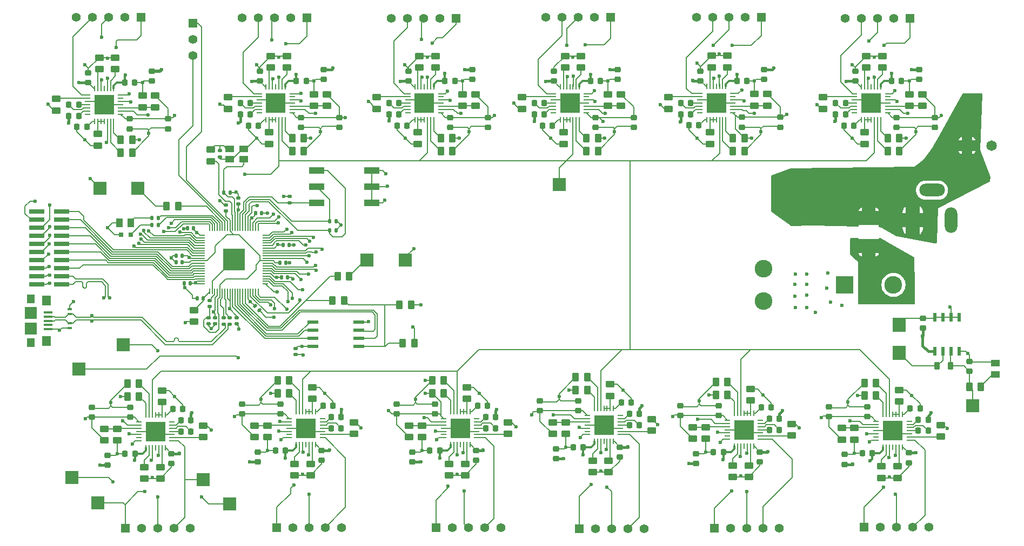
<source format=gbr>
%TF.GenerationSoftware,KiCad,Pcbnew,9.0.0*%
%TF.CreationDate,2025-04-24T16:42:49+01:00*%
%TF.ProjectId,DST,4453542e-6b69-4636-9164-5f7063625858,rev?*%
%TF.SameCoordinates,Original*%
%TF.FileFunction,Copper,L1,Top*%
%TF.FilePolarity,Positive*%
%FSLAX46Y46*%
G04 Gerber Fmt 4.6, Leading zero omitted, Abs format (unit mm)*
G04 Created by KiCad (PCBNEW 9.0.0) date 2025-04-24 16:42:49*
%MOMM*%
%LPD*%
G01*
G04 APERTURE LIST*
G04 Aperture macros list*
%AMRoundRect*
0 Rectangle with rounded corners*
0 $1 Rounding radius*
0 $2 $3 $4 $5 $6 $7 $8 $9 X,Y pos of 4 corners*
0 Add a 4 corners polygon primitive as box body*
4,1,4,$2,$3,$4,$5,$6,$7,$8,$9,$2,$3,0*
0 Add four circle primitives for the rounded corners*
1,1,$1+$1,$2,$3*
1,1,$1+$1,$4,$5*
1,1,$1+$1,$6,$7*
1,1,$1+$1,$8,$9*
0 Add four rect primitives between the rounded corners*
20,1,$1+$1,$2,$3,$4,$5,0*
20,1,$1+$1,$4,$5,$6,$7,0*
20,1,$1+$1,$6,$7,$8,$9,0*
20,1,$1+$1,$8,$9,$2,$3,0*%
G04 Aperture macros list end*
%TA.AperFunction,SMDPad,CuDef*%
%ADD10R,0.900000X0.254000*%
%TD*%
%TA.AperFunction,SMDPad,CuDef*%
%ADD11R,0.254000X0.900000*%
%TD*%
%TA.AperFunction,SMDPad,CuDef*%
%ADD12R,3.100000X3.100000*%
%TD*%
%TA.AperFunction,ComponentPad*%
%ADD13R,1.398000X1.398000*%
%TD*%
%TA.AperFunction,ComponentPad*%
%ADD14C,1.398000*%
%TD*%
%TA.AperFunction,SMDPad,CuDef*%
%ADD15RoundRect,0.225000X-0.250000X0.225000X-0.250000X-0.225000X0.250000X-0.225000X0.250000X0.225000X0*%
%TD*%
%TA.AperFunction,SMDPad,CuDef*%
%ADD16RoundRect,0.250000X0.450000X-0.262500X0.450000X0.262500X-0.450000X0.262500X-0.450000X-0.262500X0*%
%TD*%
%TA.AperFunction,SMDPad,CuDef*%
%ADD17RoundRect,0.250000X-0.450000X0.262500X-0.450000X-0.262500X0.450000X-0.262500X0.450000X0.262500X0*%
%TD*%
%TA.AperFunction,SMDPad,CuDef*%
%ADD18RoundRect,0.250000X0.262500X0.450000X-0.262500X0.450000X-0.262500X-0.450000X0.262500X-0.450000X0*%
%TD*%
%TA.AperFunction,SMDPad,CuDef*%
%ADD19RoundRect,0.140000X0.140000X0.170000X-0.140000X0.170000X-0.140000X-0.170000X0.140000X-0.170000X0*%
%TD*%
%TA.AperFunction,SMDPad,CuDef*%
%ADD20RoundRect,0.135000X-0.185000X0.135000X-0.185000X-0.135000X0.185000X-0.135000X0.185000X0.135000X0*%
%TD*%
%TA.AperFunction,SMDPad,CuDef*%
%ADD21RoundRect,0.225000X0.225000X0.250000X-0.225000X0.250000X-0.225000X-0.250000X0.225000X-0.250000X0*%
%TD*%
%TA.AperFunction,SMDPad,CuDef*%
%ADD22RoundRect,0.225000X0.250000X-0.225000X0.250000X0.225000X-0.250000X0.225000X-0.250000X-0.225000X0*%
%TD*%
%TA.AperFunction,SMDPad,CuDef*%
%ADD23R,1.450000X1.100000*%
%TD*%
%TA.AperFunction,SMDPad,CuDef*%
%ADD24R,2.150000X2.200000*%
%TD*%
%TA.AperFunction,SMDPad,CuDef*%
%ADD25RoundRect,0.225000X-0.225000X-0.250000X0.225000X-0.250000X0.225000X0.250000X-0.225000X0.250000X0*%
%TD*%
%TA.AperFunction,SMDPad,CuDef*%
%ADD26RoundRect,0.050000X0.350000X0.050000X-0.350000X0.050000X-0.350000X-0.050000X0.350000X-0.050000X0*%
%TD*%
%TA.AperFunction,SMDPad,CuDef*%
%ADD27RoundRect,0.050000X0.050000X0.350000X-0.050000X0.350000X-0.050000X-0.350000X0.050000X-0.350000X0*%
%TD*%
%TA.AperFunction,HeatsinkPad*%
%ADD28C,0.500000*%
%TD*%
%TA.AperFunction,HeatsinkPad*%
%ADD29R,3.400000X3.400000*%
%TD*%
%TA.AperFunction,SMDPad,CuDef*%
%ADD30RoundRect,0.140000X-0.170000X0.140000X-0.170000X-0.140000X0.170000X-0.140000X0.170000X0.140000X0*%
%TD*%
%TA.AperFunction,SMDPad,CuDef*%
%ADD31RoundRect,0.140000X0.170000X-0.140000X0.170000X0.140000X-0.170000X0.140000X-0.170000X-0.140000X0*%
%TD*%
%TA.AperFunction,SMDPad,CuDef*%
%ADD32RoundRect,0.218750X-0.218750X-0.381250X0.218750X-0.381250X0.218750X0.381250X-0.218750X0.381250X0*%
%TD*%
%TA.AperFunction,SMDPad,CuDef*%
%ADD33RoundRect,0.140000X-0.140000X-0.170000X0.140000X-0.170000X0.140000X0.170000X-0.140000X0.170000X0*%
%TD*%
%TA.AperFunction,SMDPad,CuDef*%
%ADD34RoundRect,0.135000X-0.135000X-0.185000X0.135000X-0.185000X0.135000X0.185000X-0.135000X0.185000X0*%
%TD*%
%TA.AperFunction,SMDPad,CuDef*%
%ADD35RoundRect,0.072500X0.732500X0.217500X-0.732500X0.217500X-0.732500X-0.217500X0.732500X-0.217500X0*%
%TD*%
%TA.AperFunction,ComponentPad*%
%ADD36O,2.200000X4.400000*%
%TD*%
%TA.AperFunction,ComponentPad*%
%ADD37O,2.000000X4.000000*%
%TD*%
%TA.AperFunction,ComponentPad*%
%ADD38O,4.000000X2.000000*%
%TD*%
%TA.AperFunction,SMDPad,CuDef*%
%ADD39RoundRect,0.135000X0.135000X0.185000X-0.135000X0.185000X-0.135000X-0.185000X0.135000X-0.185000X0*%
%TD*%
%TA.AperFunction,SMDPad,CuDef*%
%ADD40RoundRect,0.250000X-0.262500X-0.450000X0.262500X-0.450000X0.262500X0.450000X-0.262500X0.450000X0*%
%TD*%
%TA.AperFunction,SMDPad,CuDef*%
%ADD41R,2.440000X1.130000*%
%TD*%
%TA.AperFunction,SMDPad,CuDef*%
%ADD42R,2.000000X2.000000*%
%TD*%
%TA.AperFunction,SMDPad,CuDef*%
%ADD43R,1.400000X1.100000*%
%TD*%
%TA.AperFunction,SMDPad,CuDef*%
%ADD44R,0.700000X0.400000*%
%TD*%
%TA.AperFunction,ComponentPad*%
%ADD45R,2.775000X2.775000*%
%TD*%
%TA.AperFunction,ComponentPad*%
%ADD46C,2.775000*%
%TD*%
%TA.AperFunction,SMDPad,CuDef*%
%ADD47RoundRect,0.140000X0.219203X0.021213X0.021213X0.219203X-0.219203X-0.021213X-0.021213X-0.219203X0*%
%TD*%
%TA.AperFunction,SMDPad,CuDef*%
%ADD48R,1.100000X1.450000*%
%TD*%
%TA.AperFunction,SMDPad,CuDef*%
%ADD49RoundRect,0.147500X0.172500X-0.147500X0.172500X0.147500X-0.172500X0.147500X-0.172500X-0.147500X0*%
%TD*%
%TA.AperFunction,SMDPad,CuDef*%
%ADD50R,2.400000X0.760000*%
%TD*%
%TA.AperFunction,SMDPad,CuDef*%
%ADD51R,1.350000X0.400000*%
%TD*%
%TA.AperFunction,SMDPad,CuDef*%
%ADD52R,1.400000X1.600000*%
%TD*%
%TA.AperFunction,SMDPad,CuDef*%
%ADD53R,1.300000X1.450000*%
%TD*%
%TA.AperFunction,SMDPad,CuDef*%
%ADD54R,1.900000X1.900000*%
%TD*%
%TA.AperFunction,SMDPad,CuDef*%
%ADD55R,0.800000X0.800000*%
%TD*%
%TA.AperFunction,ComponentPad*%
%ADD56R,1.650000X1.650000*%
%TD*%
%TA.AperFunction,ComponentPad*%
%ADD57C,1.650000*%
%TD*%
%TA.AperFunction,SMDPad,CuDef*%
%ADD58R,0.600000X1.400000*%
%TD*%
%TA.AperFunction,SMDPad,CuDef*%
%ADD59RoundRect,0.135000X0.185000X-0.135000X0.185000X0.135000X-0.185000X0.135000X-0.185000X-0.135000X0*%
%TD*%
%TA.AperFunction,ViaPad*%
%ADD60C,0.600000*%
%TD*%
%TA.AperFunction,Conductor*%
%ADD61C,0.200000*%
%TD*%
%TA.AperFunction,Conductor*%
%ADD62C,0.400000*%
%TD*%
%TA.AperFunction,Conductor*%
%ADD63C,0.300000*%
%TD*%
%TA.AperFunction,Conductor*%
%ADD64C,0.500000*%
%TD*%
G04 APERTURE END LIST*
D10*
%TO.P,U15,1,OUT2B*%
%TO.N,/OUT2B12*%
X104610000Y-63490000D03*
%TO.P,U15,2,~{ENABLE}*%
%TO.N,Net-(U15-~{ENABLE})*%
X104610000Y-63990000D03*
%TO.P,U15,3,GND*%
%TO.N,GND*%
X104610000Y-64490000D03*
%TO.P,U15,4,CP1*%
%TO.N,Net-(U15-CP1)*%
X104610000Y-64990000D03*
%TO.P,U15,5,CP2*%
%TO.N,Net-(U15-CP2)*%
X104610000Y-65490000D03*
%TO.P,U15,6,VCP*%
%TO.N,Net-(U15-VCP)*%
X104610000Y-65990000D03*
%TO.P,U15,7,NC*%
%TO.N,unconnected-(U15-NC-Pad7)*%
X104610000Y-66490000D03*
D11*
%TO.P,U15,8,VREG*%
%TO.N,Net-(U15-VREG)*%
X105700000Y-67580000D03*
%TO.P,U15,9,MS1*%
%TO.N,Net-(U15-MS1)*%
X106200000Y-67580000D03*
%TO.P,U15,10,MS2*%
X106700000Y-67580000D03*
%TO.P,U15,11,MS3*%
X107200000Y-67580000D03*
%TO.P,U15,12,~{RESET}*%
%TO.N,/RESET_N*%
X107700000Y-67580000D03*
%TO.P,U15,13,ROSC*%
%TO.N,Net-(U15-ROSC)*%
X108200000Y-67580000D03*
%TO.P,U15,14,~{SLEEP}*%
%TO.N,Net-(U15-~{SLEEP})*%
X108700000Y-67580000D03*
D10*
%TO.P,U15,15,VDD*%
%TO.N,+3V3*%
X109790000Y-66490000D03*
%TO.P,U15,16,STEP*%
%TO.N,/STEP12*%
X109790000Y-65990000D03*
%TO.P,U15,17,REF*%
%TO.N,Net-(U15-REF)*%
X109790000Y-65490000D03*
%TO.P,U15,18,GND@1*%
%TO.N,GND*%
X109790000Y-64990000D03*
%TO.P,U15,19,DIR*%
%TO.N,/DIR12*%
X109790000Y-64490000D03*
%TO.P,U15,20,NC@1*%
%TO.N,unconnected-(U15-NC@1-Pad20)*%
X109790000Y-63990000D03*
%TO.P,U15,21,OUT1B*%
%TO.N,/OUT1B12*%
X109790000Y-63490000D03*
D11*
%TO.P,U15,22,VBB1*%
%TO.N,+12V*%
X108700000Y-62400000D03*
%TO.P,U15,23,SENSE1*%
%TO.N,Net-(U15-SENSE1)*%
X108200000Y-62400000D03*
%TO.P,U15,24,OUT1A*%
%TO.N,/OUT1A12*%
X107700000Y-62400000D03*
%TO.P,U15,25,NC@2*%
%TO.N,unconnected-(U15-NC@2-Pad25)*%
X107200000Y-62400000D03*
%TO.P,U15,26,OUT2A*%
%TO.N,/OUT2A12*%
X106700000Y-62400000D03*
%TO.P,U15,27,SENSE2*%
%TO.N,Net-(U15-SENSE2)*%
X106200000Y-62400000D03*
%TO.P,U15,28,VBB2*%
%TO.N,+12V*%
X105700000Y-62400000D03*
D12*
%TO.P,U15,29,PAD*%
%TO.N,GND*%
X107200000Y-64990000D03*
%TD*%
D10*
%TO.P,U9,1,OUT2B*%
%TO.N,/OUT2B6*%
X233340000Y-117651000D03*
%TO.P,U9,2,~{ENABLE}*%
%TO.N,Net-(U9-~{ENABLE})*%
X233340000Y-117151000D03*
%TO.P,U9,3,GND*%
%TO.N,GND*%
X233340000Y-116651000D03*
%TO.P,U9,4,CP1*%
%TO.N,Net-(U9-CP1)*%
X233340000Y-116151000D03*
%TO.P,U9,5,CP2*%
%TO.N,Net-(U9-CP2)*%
X233340000Y-115651000D03*
%TO.P,U9,6,VCP*%
%TO.N,Net-(U9-VCP)*%
X233340000Y-115151000D03*
%TO.P,U9,7,NC*%
%TO.N,unconnected-(U9-NC-Pad7)*%
X233340000Y-114651000D03*
D11*
%TO.P,U9,8,VREG*%
%TO.N,Net-(U9-VREG)*%
X232250000Y-113561000D03*
%TO.P,U9,9,MS1*%
%TO.N,Net-(U9-MS1)*%
X231750000Y-113561000D03*
%TO.P,U9,10,MS2*%
X231250000Y-113561000D03*
%TO.P,U9,11,MS3*%
X230750000Y-113561000D03*
%TO.P,U9,12,~{RESET}*%
%TO.N,/RESET_N*%
X230250000Y-113561000D03*
%TO.P,U9,13,ROSC*%
%TO.N,Net-(U9-ROSC)*%
X229750000Y-113561000D03*
%TO.P,U9,14,~{SLEEP}*%
%TO.N,Net-(U9-~{SLEEP})*%
X229250000Y-113561000D03*
D10*
%TO.P,U9,15,VDD*%
%TO.N,+3V3*%
X228160000Y-114651000D03*
%TO.P,U9,16,STEP*%
%TO.N,/STEP6*%
X228160000Y-115151000D03*
%TO.P,U9,17,REF*%
%TO.N,Net-(U9-REF)*%
X228160000Y-115651000D03*
%TO.P,U9,18,GND@1*%
%TO.N,GND*%
X228160000Y-116151000D03*
%TO.P,U9,19,DIR*%
%TO.N,/DIR6*%
X228160000Y-116651000D03*
%TO.P,U9,20,NC@1*%
%TO.N,unconnected-(U9-NC@1-Pad20)*%
X228160000Y-117151000D03*
%TO.P,U9,21,OUT1B*%
%TO.N,/OUT1B6*%
X228160000Y-117651000D03*
D11*
%TO.P,U9,22,VBB1*%
%TO.N,+12V*%
X229250000Y-118741000D03*
%TO.P,U9,23,SENSE1*%
%TO.N,Net-(U9-SENSE1)*%
X229750000Y-118741000D03*
%TO.P,U9,24,OUT1A*%
%TO.N,/OUT1A6*%
X230250000Y-118741000D03*
%TO.P,U9,25,NC@2*%
%TO.N,unconnected-(U9-NC@2-Pad25)*%
X230750000Y-118741000D03*
%TO.P,U9,26,OUT2A*%
%TO.N,/OUT2A6*%
X231250000Y-118741000D03*
%TO.P,U9,27,SENSE2*%
%TO.N,Net-(U9-SENSE2)*%
X231750000Y-118741000D03*
%TO.P,U9,28,VBB2*%
%TO.N,+12V*%
X232250000Y-118741000D03*
D12*
%TO.P,U9,29,PAD*%
%TO.N,GND*%
X230750000Y-116151000D03*
%TD*%
D10*
%TO.P,U8,1,OUT2B*%
%TO.N,/OUT2B5*%
X210045000Y-117500000D03*
%TO.P,U8,2,~{ENABLE}*%
%TO.N,Net-(U8-~{ENABLE})*%
X210045000Y-117000000D03*
%TO.P,U8,3,GND*%
%TO.N,GND*%
X210045000Y-116500000D03*
%TO.P,U8,4,CP1*%
%TO.N,Net-(U8-CP1)*%
X210045000Y-116000000D03*
%TO.P,U8,5,CP2*%
%TO.N,Net-(U8-CP2)*%
X210045000Y-115500000D03*
%TO.P,U8,6,VCP*%
%TO.N,Net-(U8-VCP)*%
X210045000Y-115000000D03*
%TO.P,U8,7,NC*%
%TO.N,unconnected-(U8-NC-Pad7)*%
X210045000Y-114500000D03*
D11*
%TO.P,U8,8,VREG*%
%TO.N,Net-(U8-VREG)*%
X208955000Y-113410000D03*
%TO.P,U8,9,MS1*%
%TO.N,Net-(U8-MS1)*%
X208455000Y-113410000D03*
%TO.P,U8,10,MS2*%
X207955000Y-113410000D03*
%TO.P,U8,11,MS3*%
X207455000Y-113410000D03*
%TO.P,U8,12,~{RESET}*%
%TO.N,/RESET_N*%
X206955000Y-113410000D03*
%TO.P,U8,13,ROSC*%
%TO.N,Net-(U8-ROSC)*%
X206455000Y-113410000D03*
%TO.P,U8,14,~{SLEEP}*%
%TO.N,Net-(U8-~{SLEEP})*%
X205955000Y-113410000D03*
D10*
%TO.P,U8,15,VDD*%
%TO.N,+3V3*%
X204865000Y-114500000D03*
%TO.P,U8,16,STEP*%
%TO.N,/STEP5*%
X204865000Y-115000000D03*
%TO.P,U8,17,REF*%
%TO.N,Net-(U8-REF)*%
X204865000Y-115500000D03*
%TO.P,U8,18,GND@1*%
%TO.N,GND*%
X204865000Y-116000000D03*
%TO.P,U8,19,DIR*%
%TO.N,/DIR5*%
X204865000Y-116500000D03*
%TO.P,U8,20,NC@1*%
%TO.N,unconnected-(U8-NC@1-Pad20)*%
X204865000Y-117000000D03*
%TO.P,U8,21,OUT1B*%
%TO.N,/OUT1B5*%
X204865000Y-117500000D03*
D11*
%TO.P,U8,22,VBB1*%
%TO.N,+12V*%
X205955000Y-118590000D03*
%TO.P,U8,23,SENSE1*%
%TO.N,Net-(U8-SENSE1)*%
X206455000Y-118590000D03*
%TO.P,U8,24,OUT1A*%
%TO.N,/OUT1A5*%
X206955000Y-118590000D03*
%TO.P,U8,25,NC@2*%
%TO.N,unconnected-(U8-NC@2-Pad25)*%
X207455000Y-118590000D03*
%TO.P,U8,26,OUT2A*%
%TO.N,/OUT2A5*%
X207955000Y-118590000D03*
%TO.P,U8,27,SENSE2*%
%TO.N,Net-(U8-SENSE2)*%
X208455000Y-118590000D03*
%TO.P,U8,28,VBB2*%
%TO.N,+12V*%
X208955000Y-118590000D03*
D12*
%TO.P,U8,29,PAD*%
%TO.N,GND*%
X207455000Y-116000000D03*
%TD*%
D10*
%TO.P,U5,1,OUT2B*%
%TO.N,/OUT2B2*%
X141385000Y-117250000D03*
%TO.P,U5,2,~{ENABLE}*%
%TO.N,Net-(U5-~{ENABLE})*%
X141385000Y-116750000D03*
%TO.P,U5,3,GND*%
%TO.N,GND*%
X141385000Y-116250000D03*
%TO.P,U5,4,CP1*%
%TO.N,Net-(U5-CP1)*%
X141385000Y-115750000D03*
%TO.P,U5,5,CP2*%
%TO.N,Net-(U5-CP2)*%
X141385000Y-115250000D03*
%TO.P,U5,6,VCP*%
%TO.N,Net-(U5-VCP)*%
X141385000Y-114750000D03*
%TO.P,U5,7,NC*%
%TO.N,unconnected-(U5-NC-Pad7)*%
X141385000Y-114250000D03*
D11*
%TO.P,U5,8,VREG*%
%TO.N,Net-(U5-VREG)*%
X140295000Y-113160000D03*
%TO.P,U5,9,MS1*%
%TO.N,Net-(U5-MS1)*%
X139795000Y-113160000D03*
%TO.P,U5,10,MS2*%
X139295000Y-113160000D03*
%TO.P,U5,11,MS3*%
X138795000Y-113160000D03*
%TO.P,U5,12,~{RESET}*%
%TO.N,/RESET_N*%
X138295000Y-113160000D03*
%TO.P,U5,13,ROSC*%
%TO.N,Net-(U5-ROSC)*%
X137795000Y-113160000D03*
%TO.P,U5,14,~{SLEEP}*%
%TO.N,Net-(U5-~{SLEEP})*%
X137295000Y-113160000D03*
D10*
%TO.P,U5,15,VDD*%
%TO.N,+3V3*%
X136205000Y-114250000D03*
%TO.P,U5,16,STEP*%
%TO.N,/STEP2*%
X136205000Y-114750000D03*
%TO.P,U5,17,REF*%
%TO.N,Net-(U5-REF)*%
X136205000Y-115250000D03*
%TO.P,U5,18,GND@1*%
%TO.N,GND*%
X136205000Y-115750000D03*
%TO.P,U5,19,DIR*%
%TO.N,/DIR2*%
X136205000Y-116250000D03*
%TO.P,U5,20,NC@1*%
%TO.N,unconnected-(U5-NC@1-Pad20)*%
X136205000Y-116750000D03*
%TO.P,U5,21,OUT1B*%
%TO.N,/OUT1B2*%
X136205000Y-117250000D03*
D11*
%TO.P,U5,22,VBB1*%
%TO.N,+12V*%
X137295000Y-118340000D03*
%TO.P,U5,23,SENSE1*%
%TO.N,Net-(U5-SENSE1)*%
X137795000Y-118340000D03*
%TO.P,U5,24,OUT1A*%
%TO.N,/OUT1A2*%
X138295000Y-118340000D03*
%TO.P,U5,25,NC@2*%
%TO.N,unconnected-(U5-NC@2-Pad25)*%
X138795000Y-118340000D03*
%TO.P,U5,26,OUT2A*%
%TO.N,/OUT2A2*%
X139295000Y-118340000D03*
%TO.P,U5,27,SENSE2*%
%TO.N,Net-(U5-SENSE2)*%
X139795000Y-118340000D03*
%TO.P,U5,28,VBB2*%
%TO.N,+12V*%
X140295000Y-118340000D03*
D12*
%TO.P,U5,29,PAD*%
%TO.N,GND*%
X138795000Y-115750000D03*
%TD*%
D10*
%TO.P,U7,1,OUT2B*%
%TO.N,/OUT2B4*%
X188090000Y-116750000D03*
%TO.P,U7,2,~{ENABLE}*%
%TO.N,Net-(U7-~{ENABLE})*%
X188090000Y-116250000D03*
%TO.P,U7,3,GND*%
%TO.N,GND*%
X188090000Y-115750000D03*
%TO.P,U7,4,CP1*%
%TO.N,Net-(U7-CP1)*%
X188090000Y-115250000D03*
%TO.P,U7,5,CP2*%
%TO.N,Net-(U7-CP2)*%
X188090000Y-114750000D03*
%TO.P,U7,6,VCP*%
%TO.N,Net-(U7-VCP)*%
X188090000Y-114250000D03*
%TO.P,U7,7,NC*%
%TO.N,unconnected-(U7-NC-Pad7)*%
X188090000Y-113750000D03*
D11*
%TO.P,U7,8,VREG*%
%TO.N,Net-(U7-VREG)*%
X187000000Y-112660000D03*
%TO.P,U7,9,MS1*%
%TO.N,Net-(U7-MS1)*%
X186500000Y-112660000D03*
%TO.P,U7,10,MS2*%
X186000000Y-112660000D03*
%TO.P,U7,11,MS3*%
X185500000Y-112660000D03*
%TO.P,U7,12,~{RESET}*%
%TO.N,/RESET_N*%
X185000000Y-112660000D03*
%TO.P,U7,13,ROSC*%
%TO.N,Net-(U7-ROSC)*%
X184500000Y-112660000D03*
%TO.P,U7,14,~{SLEEP}*%
%TO.N,Net-(U7-~{SLEEP})*%
X184000000Y-112660000D03*
D10*
%TO.P,U7,15,VDD*%
%TO.N,+3V3*%
X182910000Y-113750000D03*
%TO.P,U7,16,STEP*%
%TO.N,/STEP4*%
X182910000Y-114250000D03*
%TO.P,U7,17,REF*%
%TO.N,Net-(U7-REF)*%
X182910000Y-114750000D03*
%TO.P,U7,18,GND@1*%
%TO.N,GND*%
X182910000Y-115250000D03*
%TO.P,U7,19,DIR*%
%TO.N,/DIR4*%
X182910000Y-115750000D03*
%TO.P,U7,20,NC@1*%
%TO.N,unconnected-(U7-NC@1-Pad20)*%
X182910000Y-116250000D03*
%TO.P,U7,21,OUT1B*%
%TO.N,/OUT1B4*%
X182910000Y-116750000D03*
D11*
%TO.P,U7,22,VBB1*%
%TO.N,+12V*%
X184000000Y-117840000D03*
%TO.P,U7,23,SENSE1*%
%TO.N,Net-(U7-SENSE1)*%
X184500000Y-117840000D03*
%TO.P,U7,24,OUT1A*%
%TO.N,/OUT1A4*%
X185000000Y-117840000D03*
%TO.P,U7,25,NC@2*%
%TO.N,unconnected-(U7-NC@2-Pad25)*%
X185500000Y-117840000D03*
%TO.P,U7,26,OUT2A*%
%TO.N,/OUT2A4*%
X186000000Y-117840000D03*
%TO.P,U7,27,SENSE2*%
%TO.N,Net-(U7-SENSE2)*%
X186500000Y-117840000D03*
%TO.P,U7,28,VBB2*%
%TO.N,+12V*%
X187000000Y-117840000D03*
D12*
%TO.P,U7,29,PAD*%
%TO.N,GND*%
X185500000Y-115250000D03*
%TD*%
D10*
%TO.P,U4,1,OUT2B*%
%TO.N,/OUT2B1*%
X117840000Y-117750000D03*
%TO.P,U4,2,~{ENABLE}*%
%TO.N,Net-(U4-~{ENABLE})*%
X117840000Y-117250000D03*
%TO.P,U4,3,GND*%
%TO.N,GND*%
X117840000Y-116750000D03*
%TO.P,U4,4,CP1*%
%TO.N,Net-(U4-CP1)*%
X117840000Y-116250000D03*
%TO.P,U4,5,CP2*%
%TO.N,Net-(U4-CP2)*%
X117840000Y-115750000D03*
%TO.P,U4,6,VCP*%
%TO.N,Net-(U4-VCP)*%
X117840000Y-115250000D03*
%TO.P,U4,7,NC*%
%TO.N,unconnected-(U4-NC-Pad7)*%
X117840000Y-114750000D03*
D11*
%TO.P,U4,8,VREG*%
%TO.N,Net-(U4-VREG)*%
X116750000Y-113660000D03*
%TO.P,U4,9,MS1*%
%TO.N,Net-(U4-MS1)*%
X116250000Y-113660000D03*
%TO.P,U4,10,MS2*%
X115750000Y-113660000D03*
%TO.P,U4,11,MS3*%
X115250000Y-113660000D03*
%TO.P,U4,12,~{RESET}*%
%TO.N,/RESET_N*%
X114750000Y-113660000D03*
%TO.P,U4,13,ROSC*%
%TO.N,Net-(U4-ROSC)*%
X114250000Y-113660000D03*
%TO.P,U4,14,~{SLEEP}*%
%TO.N,Net-(U4-~{SLEEP})*%
X113750000Y-113660000D03*
D10*
%TO.P,U4,15,VDD*%
%TO.N,+3V3*%
X112660000Y-114750000D03*
%TO.P,U4,16,STEP*%
%TO.N,/STEP1*%
X112660000Y-115250000D03*
%TO.P,U4,17,REF*%
%TO.N,Net-(U4-REF)*%
X112660000Y-115750000D03*
%TO.P,U4,18,GND@1*%
%TO.N,GND*%
X112660000Y-116250000D03*
%TO.P,U4,19,DIR*%
%TO.N,/DIR1*%
X112660000Y-116750000D03*
%TO.P,U4,20,NC@1*%
%TO.N,unconnected-(U4-NC@1-Pad20)*%
X112660000Y-117250000D03*
%TO.P,U4,21,OUT1B*%
%TO.N,/OUT1B1*%
X112660000Y-117750000D03*
D11*
%TO.P,U4,22,VBB1*%
%TO.N,+12V*%
X113750000Y-118840000D03*
%TO.P,U4,23,SENSE1*%
%TO.N,Net-(U4-SENSE1)*%
X114250000Y-118840000D03*
%TO.P,U4,24,OUT1A*%
%TO.N,/OUT1A1*%
X114750000Y-118840000D03*
%TO.P,U4,25,NC@2*%
%TO.N,unconnected-(U4-NC@2-Pad25)*%
X115250000Y-118840000D03*
%TO.P,U4,26,OUT2A*%
%TO.N,/OUT2A1*%
X115750000Y-118840000D03*
%TO.P,U4,27,SENSE2*%
%TO.N,Net-(U4-SENSE2)*%
X116250000Y-118840000D03*
%TO.P,U4,28,VBB2*%
%TO.N,+12V*%
X116750000Y-118840000D03*
D12*
%TO.P,U4,29,PAD*%
%TO.N,GND*%
X115250000Y-116250000D03*
%TD*%
D10*
%TO.P,U6,1,OUT2B*%
%TO.N,/OUT2B3*%
X165590000Y-117250000D03*
%TO.P,U6,2,~{ENABLE}*%
%TO.N,Net-(U6-~{ENABLE})*%
X165590000Y-116750000D03*
%TO.P,U6,3,GND*%
%TO.N,GND*%
X165590000Y-116250000D03*
%TO.P,U6,4,CP1*%
%TO.N,Net-(U6-CP1)*%
X165590000Y-115750000D03*
%TO.P,U6,5,CP2*%
%TO.N,Net-(U6-CP2)*%
X165590000Y-115250000D03*
%TO.P,U6,6,VCP*%
%TO.N,Net-(U6-VCP)*%
X165590000Y-114750000D03*
%TO.P,U6,7,NC*%
%TO.N,unconnected-(U6-NC-Pad7)*%
X165590000Y-114250000D03*
D11*
%TO.P,U6,8,VREG*%
%TO.N,Net-(U6-VREG)*%
X164500000Y-113160000D03*
%TO.P,U6,9,MS1*%
%TO.N,Net-(U6-MS1)*%
X164000000Y-113160000D03*
%TO.P,U6,10,MS2*%
X163500000Y-113160000D03*
%TO.P,U6,11,MS3*%
X163000000Y-113160000D03*
%TO.P,U6,12,~{RESET}*%
%TO.N,/RESET_N*%
X162500000Y-113160000D03*
%TO.P,U6,13,ROSC*%
%TO.N,Net-(U6-ROSC)*%
X162000000Y-113160000D03*
%TO.P,U6,14,~{SLEEP}*%
%TO.N,Net-(U6-~{SLEEP})*%
X161500000Y-113160000D03*
D10*
%TO.P,U6,15,VDD*%
%TO.N,+3V3*%
X160410000Y-114250000D03*
%TO.P,U6,16,STEP*%
%TO.N,/STEP3*%
X160410000Y-114750000D03*
%TO.P,U6,17,REF*%
%TO.N,Net-(U6-REF)*%
X160410000Y-115250000D03*
%TO.P,U6,18,GND@1*%
%TO.N,GND*%
X160410000Y-115750000D03*
%TO.P,U6,19,DIR*%
%TO.N,/DIR3*%
X160410000Y-116250000D03*
%TO.P,U6,20,NC@1*%
%TO.N,unconnected-(U6-NC@1-Pad20)*%
X160410000Y-116750000D03*
%TO.P,U6,21,OUT1B*%
%TO.N,/OUT1B3*%
X160410000Y-117250000D03*
D11*
%TO.P,U6,22,VBB1*%
%TO.N,+12V*%
X161500000Y-118340000D03*
%TO.P,U6,23,SENSE1*%
%TO.N,Net-(U6-SENSE1)*%
X162000000Y-118340000D03*
%TO.P,U6,24,OUT1A*%
%TO.N,/OUT1A3*%
X162500000Y-118340000D03*
%TO.P,U6,25,NC@2*%
%TO.N,unconnected-(U6-NC@2-Pad25)*%
X163000000Y-118340000D03*
%TO.P,U6,26,OUT2A*%
%TO.N,/OUT2A3*%
X163500000Y-118340000D03*
%TO.P,U6,27,SENSE2*%
%TO.N,Net-(U6-SENSE2)*%
X164000000Y-118340000D03*
%TO.P,U6,28,VBB2*%
%TO.N,+12V*%
X164500000Y-118340000D03*
D12*
%TO.P,U6,29,PAD*%
%TO.N,GND*%
X163000000Y-115750000D03*
%TD*%
D10*
%TO.P,U10,1,OUT2B*%
%TO.N,/OUT2B7*%
X224775000Y-63250000D03*
%TO.P,U10,2,~{ENABLE}*%
%TO.N,Net-(U10-~{ENABLE})*%
X224775000Y-63750000D03*
%TO.P,U10,3,GND*%
%TO.N,GND*%
X224775000Y-64250000D03*
%TO.P,U10,4,CP1*%
%TO.N,Net-(U10-CP1)*%
X224775000Y-64750000D03*
%TO.P,U10,5,CP2*%
%TO.N,Net-(U10-CP2)*%
X224775000Y-65250000D03*
%TO.P,U10,6,VCP*%
%TO.N,Net-(U10-VCP)*%
X224775000Y-65750000D03*
%TO.P,U10,7,NC*%
%TO.N,unconnected-(U10-NC-Pad7)*%
X224775000Y-66250000D03*
D11*
%TO.P,U10,8,VREG*%
%TO.N,Net-(U10-VREG)*%
X225865000Y-67340000D03*
%TO.P,U10,9,MS1*%
%TO.N,Net-(U10-MS1)*%
X226365000Y-67340000D03*
%TO.P,U10,10,MS2*%
X226865000Y-67340000D03*
%TO.P,U10,11,MS3*%
X227365000Y-67340000D03*
%TO.P,U10,12,~{RESET}*%
%TO.N,/RESET_N*%
X227865000Y-67340000D03*
%TO.P,U10,13,ROSC*%
%TO.N,Net-(U10-ROSC)*%
X228365000Y-67340000D03*
%TO.P,U10,14,~{SLEEP}*%
%TO.N,Net-(U10-~{SLEEP})*%
X228865000Y-67340000D03*
D10*
%TO.P,U10,15,VDD*%
%TO.N,+3V3*%
X229955000Y-66250000D03*
%TO.P,U10,16,STEP*%
%TO.N,/STEP7*%
X229955000Y-65750000D03*
%TO.P,U10,17,REF*%
%TO.N,Net-(U10-REF)*%
X229955000Y-65250000D03*
%TO.P,U10,18,GND@1*%
%TO.N,GND*%
X229955000Y-64750000D03*
%TO.P,U10,19,DIR*%
%TO.N,/DIR7*%
X229955000Y-64250000D03*
%TO.P,U10,20,NC@1*%
%TO.N,unconnected-(U10-NC@1-Pad20)*%
X229955000Y-63750000D03*
%TO.P,U10,21,OUT1B*%
%TO.N,/OUT1B7*%
X229955000Y-63250000D03*
D11*
%TO.P,U10,22,VBB1*%
%TO.N,+12V*%
X228865000Y-62160000D03*
%TO.P,U10,23,SENSE1*%
%TO.N,Net-(U10-SENSE1)*%
X228365000Y-62160000D03*
%TO.P,U10,24,OUT1A*%
%TO.N,/OUT1A7*%
X227865000Y-62160000D03*
%TO.P,U10,25,NC@2*%
%TO.N,unconnected-(U10-NC@2-Pad25)*%
X227365000Y-62160000D03*
%TO.P,U10,26,OUT2A*%
%TO.N,/OUT2A7*%
X226865000Y-62160000D03*
%TO.P,U10,27,SENSE2*%
%TO.N,Net-(U10-SENSE2)*%
X226365000Y-62160000D03*
%TO.P,U10,28,VBB2*%
%TO.N,+12V*%
X225865000Y-62160000D03*
D12*
%TO.P,U10,29,PAD*%
%TO.N,GND*%
X227365000Y-64750000D03*
%TD*%
D10*
%TO.P,U13,1,OUT2B*%
%TO.N,/OUT2B10*%
X154775000Y-63250000D03*
%TO.P,U13,2,~{ENABLE}*%
%TO.N,Net-(U13-~{ENABLE})*%
X154775000Y-63750000D03*
%TO.P,U13,3,GND*%
%TO.N,GND*%
X154775000Y-64250000D03*
%TO.P,U13,4,CP1*%
%TO.N,Net-(U13-CP1)*%
X154775000Y-64750000D03*
%TO.P,U13,5,CP2*%
%TO.N,Net-(U13-CP2)*%
X154775000Y-65250000D03*
%TO.P,U13,6,VCP*%
%TO.N,Net-(U13-VCP)*%
X154775000Y-65750000D03*
%TO.P,U13,7,NC*%
%TO.N,unconnected-(U13-NC-Pad7)*%
X154775000Y-66250000D03*
D11*
%TO.P,U13,8,VREG*%
%TO.N,Net-(U13-VREG)*%
X155865000Y-67340000D03*
%TO.P,U13,9,MS1*%
%TO.N,Net-(U13-MS1)*%
X156365000Y-67340000D03*
%TO.P,U13,10,MS2*%
X156865000Y-67340000D03*
%TO.P,U13,11,MS3*%
X157365000Y-67340000D03*
%TO.P,U13,12,~{RESET}*%
%TO.N,/RESET_N*%
X157865000Y-67340000D03*
%TO.P,U13,13,ROSC*%
%TO.N,Net-(U13-ROSC)*%
X158365000Y-67340000D03*
%TO.P,U13,14,~{SLEEP}*%
%TO.N,Net-(U13-~{SLEEP})*%
X158865000Y-67340000D03*
D10*
%TO.P,U13,15,VDD*%
%TO.N,+3V3*%
X159955000Y-66250000D03*
%TO.P,U13,16,STEP*%
%TO.N,/STEP10*%
X159955000Y-65750000D03*
%TO.P,U13,17,REF*%
%TO.N,Net-(U13-REF)*%
X159955000Y-65250000D03*
%TO.P,U13,18,GND@1*%
%TO.N,GND*%
X159955000Y-64750000D03*
%TO.P,U13,19,DIR*%
%TO.N,/DIR10*%
X159955000Y-64250000D03*
%TO.P,U13,20,NC@1*%
%TO.N,unconnected-(U13-NC@1-Pad20)*%
X159955000Y-63750000D03*
%TO.P,U13,21,OUT1B*%
%TO.N,/OUT1B10*%
X159955000Y-63250000D03*
D11*
%TO.P,U13,22,VBB1*%
%TO.N,+12V*%
X158865000Y-62160000D03*
%TO.P,U13,23,SENSE1*%
%TO.N,Net-(U13-SENSE1)*%
X158365000Y-62160000D03*
%TO.P,U13,24,OUT1A*%
%TO.N,/OUT1A10*%
X157865000Y-62160000D03*
%TO.P,U13,25,NC@2*%
%TO.N,unconnected-(U13-NC@2-Pad25)*%
X157365000Y-62160000D03*
%TO.P,U13,26,OUT2A*%
%TO.N,/OUT2A10*%
X156865000Y-62160000D03*
%TO.P,U13,27,SENSE2*%
%TO.N,Net-(U13-SENSE2)*%
X156365000Y-62160000D03*
%TO.P,U13,28,VBB2*%
%TO.N,+12V*%
X155865000Y-62160000D03*
D12*
%TO.P,U13,29,PAD*%
%TO.N,GND*%
X157365000Y-64750000D03*
%TD*%
D10*
%TO.P,U12,1,OUT2B*%
%TO.N,/OUT2B9*%
X177570000Y-63250000D03*
%TO.P,U12,2,~{ENABLE}*%
%TO.N,Net-(U12-~{ENABLE})*%
X177570000Y-63750000D03*
%TO.P,U12,3,GND*%
%TO.N,GND*%
X177570000Y-64250000D03*
%TO.P,U12,4,CP1*%
%TO.N,Net-(U12-CP1)*%
X177570000Y-64750000D03*
%TO.P,U12,5,CP2*%
%TO.N,Net-(U12-CP2)*%
X177570000Y-65250000D03*
%TO.P,U12,6,VCP*%
%TO.N,Net-(U12-VCP)*%
X177570000Y-65750000D03*
%TO.P,U12,7,NC*%
%TO.N,unconnected-(U12-NC-Pad7)*%
X177570000Y-66250000D03*
D11*
%TO.P,U12,8,VREG*%
%TO.N,Net-(U12-VREG)*%
X178660000Y-67340000D03*
%TO.P,U12,9,MS1*%
%TO.N,Net-(U12-MS1)*%
X179160000Y-67340000D03*
%TO.P,U12,10,MS2*%
X179660000Y-67340000D03*
%TO.P,U12,11,MS3*%
X180160000Y-67340000D03*
%TO.P,U12,12,~{RESET}*%
%TO.N,/RESET_N*%
X180660000Y-67340000D03*
%TO.P,U12,13,ROSC*%
%TO.N,Net-(U12-ROSC)*%
X181160000Y-67340000D03*
%TO.P,U12,14,~{SLEEP}*%
%TO.N,Net-(U12-~{SLEEP})*%
X181660000Y-67340000D03*
D10*
%TO.P,U12,15,VDD*%
%TO.N,+3V3*%
X182750000Y-66250000D03*
%TO.P,U12,16,STEP*%
%TO.N,/STEP9*%
X182750000Y-65750000D03*
%TO.P,U12,17,REF*%
%TO.N,Net-(U12-REF)*%
X182750000Y-65250000D03*
%TO.P,U12,18,GND@1*%
%TO.N,GND*%
X182750000Y-64750000D03*
%TO.P,U12,19,DIR*%
%TO.N,/DIR9*%
X182750000Y-64250000D03*
%TO.P,U12,20,NC@1*%
%TO.N,unconnected-(U12-NC@1-Pad20)*%
X182750000Y-63750000D03*
%TO.P,U12,21,OUT1B*%
%TO.N,/OUT1B9*%
X182750000Y-63250000D03*
D11*
%TO.P,U12,22,VBB1*%
%TO.N,+12V*%
X181660000Y-62160000D03*
%TO.P,U12,23,SENSE1*%
%TO.N,Net-(U12-SENSE1)*%
X181160000Y-62160000D03*
%TO.P,U12,24,OUT1A*%
%TO.N,/OUT1A9*%
X180660000Y-62160000D03*
%TO.P,U12,25,NC@2*%
%TO.N,unconnected-(U12-NC@2-Pad25)*%
X180160000Y-62160000D03*
%TO.P,U12,26,OUT2A*%
%TO.N,/OUT2A9*%
X179660000Y-62160000D03*
%TO.P,U12,27,SENSE2*%
%TO.N,Net-(U12-SENSE2)*%
X179160000Y-62160000D03*
%TO.P,U12,28,VBB2*%
%TO.N,+12V*%
X178660000Y-62160000D03*
D12*
%TO.P,U12,29,PAD*%
%TO.N,GND*%
X180160000Y-64750000D03*
%TD*%
D10*
%TO.P,U11,1,OUT2B*%
%TO.N,/OUT2B8*%
X200525000Y-63225000D03*
%TO.P,U11,2,~{ENABLE}*%
%TO.N,Net-(U11-~{ENABLE})*%
X200525000Y-63725000D03*
%TO.P,U11,3,GND*%
%TO.N,GND*%
X200525000Y-64225000D03*
%TO.P,U11,4,CP1*%
%TO.N,Net-(U11-CP1)*%
X200525000Y-64725000D03*
%TO.P,U11,5,CP2*%
%TO.N,Net-(U11-CP2)*%
X200525000Y-65225000D03*
%TO.P,U11,6,VCP*%
%TO.N,Net-(U11-VCP)*%
X200525000Y-65725000D03*
%TO.P,U11,7,NC*%
%TO.N,unconnected-(U11-NC-Pad7)*%
X200525000Y-66225000D03*
D11*
%TO.P,U11,8,VREG*%
%TO.N,Net-(U11-VREG)*%
X201615000Y-67315000D03*
%TO.P,U11,9,MS1*%
%TO.N,Net-(U11-MS1)*%
X202115000Y-67315000D03*
%TO.P,U11,10,MS2*%
X202615000Y-67315000D03*
%TO.P,U11,11,MS3*%
X203115000Y-67315000D03*
%TO.P,U11,12,~{RESET}*%
%TO.N,/RESET_N*%
X203615000Y-67315000D03*
%TO.P,U11,13,ROSC*%
%TO.N,Net-(U11-ROSC)*%
X204115000Y-67315000D03*
%TO.P,U11,14,~{SLEEP}*%
%TO.N,Net-(U11-~{SLEEP})*%
X204615000Y-67315000D03*
D10*
%TO.P,U11,15,VDD*%
%TO.N,+3V3*%
X205705000Y-66225000D03*
%TO.P,U11,16,STEP*%
%TO.N,/STEP8*%
X205705000Y-65725000D03*
%TO.P,U11,17,REF*%
%TO.N,Net-(U11-REF)*%
X205705000Y-65225000D03*
%TO.P,U11,18,GND@1*%
%TO.N,GND*%
X205705000Y-64725000D03*
%TO.P,U11,19,DIR*%
%TO.N,/DIR8*%
X205705000Y-64225000D03*
%TO.P,U11,20,NC@1*%
%TO.N,unconnected-(U11-NC@1-Pad20)*%
X205705000Y-63725000D03*
%TO.P,U11,21,OUT1B*%
%TO.N,/OUT1B8*%
X205705000Y-63225000D03*
D11*
%TO.P,U11,22,VBB1*%
%TO.N,+12V*%
X204615000Y-62135000D03*
%TO.P,U11,23,SENSE1*%
%TO.N,Net-(U11-SENSE1)*%
X204115000Y-62135000D03*
%TO.P,U11,24,OUT1A*%
%TO.N,/OUT1A8*%
X203615000Y-62135000D03*
%TO.P,U11,25,NC@2*%
%TO.N,unconnected-(U11-NC@2-Pad25)*%
X203115000Y-62135000D03*
%TO.P,U11,26,OUT2A*%
%TO.N,/OUT2A8*%
X202615000Y-62135000D03*
%TO.P,U11,27,SENSE2*%
%TO.N,Net-(U11-SENSE2)*%
X202115000Y-62135000D03*
%TO.P,U11,28,VBB2*%
%TO.N,+12V*%
X201615000Y-62135000D03*
D12*
%TO.P,U11,29,PAD*%
%TO.N,GND*%
X203115000Y-64725000D03*
%TD*%
D10*
%TO.P,U14,1,OUT2B*%
%TO.N,/OUT2B11*%
X131480000Y-63250000D03*
%TO.P,U14,2,~{ENABLE}*%
%TO.N,Net-(U14-~{ENABLE})*%
X131480000Y-63750000D03*
%TO.P,U14,3,GND*%
%TO.N,GND*%
X131480000Y-64250000D03*
%TO.P,U14,4,CP1*%
%TO.N,Net-(U14-CP1)*%
X131480000Y-64750000D03*
%TO.P,U14,5,CP2*%
%TO.N,Net-(U14-CP2)*%
X131480000Y-65250000D03*
%TO.P,U14,6,VCP*%
%TO.N,Net-(U14-VCP)*%
X131480000Y-65750000D03*
%TO.P,U14,7,NC*%
%TO.N,unconnected-(U14-NC-Pad7)*%
X131480000Y-66250000D03*
D11*
%TO.P,U14,8,VREG*%
%TO.N,Net-(U14-VREG)*%
X132570000Y-67340000D03*
%TO.P,U14,9,MS1*%
%TO.N,Net-(U14-MS1)*%
X133070000Y-67340000D03*
%TO.P,U14,10,MS2*%
X133570000Y-67340000D03*
%TO.P,U14,11,MS3*%
X134070000Y-67340000D03*
%TO.P,U14,12,~{RESET}*%
%TO.N,/RESET_N*%
X134570000Y-67340000D03*
%TO.P,U14,13,ROSC*%
%TO.N,Net-(U14-ROSC)*%
X135070000Y-67340000D03*
%TO.P,U14,14,~{SLEEP}*%
%TO.N,Net-(U14-~{SLEEP})*%
X135570000Y-67340000D03*
D10*
%TO.P,U14,15,VDD*%
%TO.N,+3V3*%
X136660000Y-66250000D03*
%TO.P,U14,16,STEP*%
%TO.N,/STEP11*%
X136660000Y-65750000D03*
%TO.P,U14,17,REF*%
%TO.N,Net-(U14-REF)*%
X136660000Y-65250000D03*
%TO.P,U14,18,GND@1*%
%TO.N,GND*%
X136660000Y-64750000D03*
%TO.P,U14,19,DIR*%
%TO.N,/DIR11*%
X136660000Y-64250000D03*
%TO.P,U14,20,NC@1*%
%TO.N,unconnected-(U14-NC@1-Pad20)*%
X136660000Y-63750000D03*
%TO.P,U14,21,OUT1B*%
%TO.N,/OUT1B11*%
X136660000Y-63250000D03*
D11*
%TO.P,U14,22,VBB1*%
%TO.N,+12V*%
X135570000Y-62160000D03*
%TO.P,U14,23,SENSE1*%
%TO.N,Net-(U14-SENSE1)*%
X135070000Y-62160000D03*
%TO.P,U14,24,OUT1A*%
%TO.N,/OUT1A11*%
X134570000Y-62160000D03*
%TO.P,U14,25,NC@2*%
%TO.N,unconnected-(U14-NC@2-Pad25)*%
X134070000Y-62160000D03*
%TO.P,U14,26,OUT2A*%
%TO.N,/OUT2A11*%
X133570000Y-62160000D03*
%TO.P,U14,27,SENSE2*%
%TO.N,Net-(U14-SENSE2)*%
X133070000Y-62160000D03*
%TO.P,U14,28,VBB2*%
%TO.N,+12V*%
X132570000Y-62160000D03*
D12*
%TO.P,U14,29,PAD*%
%TO.N,GND*%
X134070000Y-64750000D03*
%TD*%
D13*
%TO.P,J2,1,1*%
%TO.N,/SWCLK*%
X121137500Y-52160000D03*
D14*
%TO.P,J2,2,2*%
%TO.N,GND*%
X121137500Y-54700000D03*
%TO.P,J2,3,3*%
%TO.N,/SWD*%
X121137500Y-57240000D03*
%TD*%
D15*
%TO.P,C67,1*%
%TO.N,+12V*%
X210615000Y-59450000D03*
%TO.P,C67,2*%
%TO.N,GND*%
X210615000Y-61000000D03*
%TD*%
D16*
%TO.P,R54,1*%
%TO.N,GND*%
X219865000Y-65662500D03*
%TO.P,R54,2*%
%TO.N,Net-(U10-~{ENABLE})*%
X219865000Y-63837500D03*
%TD*%
D17*
%TO.P,R112,1*%
%TO.N,+3V3*%
X115200000Y-63577500D03*
%TO.P,R112,2*%
%TO.N,Net-(U15-REF)*%
X115200000Y-65402500D03*
%TD*%
%TO.P,R55,1*%
%TO.N,GND*%
X226615000Y-57337500D03*
%TO.P,R55,2*%
%TO.N,Net-(U10-SENSE2)*%
X226615000Y-59162500D03*
%TD*%
%TO.P,R96,1*%
%TO.N,+3V3*%
X165365000Y-63337500D03*
%TO.P,R96,2*%
%TO.N,Net-(U13-REF)*%
X165365000Y-65162500D03*
%TD*%
D18*
%TO.P,R58,1*%
%TO.N,GND*%
X111612500Y-72490000D03*
%TO.P,R58,2*%
%TO.N,Net-(U15-ROSC)*%
X109787500Y-72490000D03*
%TD*%
D19*
%TO.P,C107,1*%
%TO.N,GND*%
X131880000Y-82000000D03*
%TO.P,C107,2*%
%TO.N,+3V3*%
X130920000Y-82000000D03*
%TD*%
D17*
%TO.P,R86,1*%
%TO.N,GND*%
X186500000Y-108837500D03*
%TO.P,R86,2*%
%TO.N,Net-(U7-MS1)*%
X186500000Y-110662500D03*
%TD*%
D15*
%TO.P,C6,1*%
%TO.N,+12V*%
X117750000Y-119725000D03*
%TO.P,C6,2*%
%TO.N,GND*%
X117750000Y-121275000D03*
%TD*%
D20*
%TO.P,R67,1*%
%TO.N,Net-(U1-USB_DP)*%
X126900000Y-98390000D03*
%TO.P,R67,2*%
%TO.N,/USB_D+*%
X126900000Y-99410000D03*
%TD*%
D21*
%TO.P,C79,1*%
%TO.N,Net-(U13-VREG)*%
X154640000Y-68250000D03*
%TO.P,C79,2*%
%TO.N,GND*%
X153090000Y-68250000D03*
%TD*%
D13*
%TO.P,J29,1,1*%
%TO.N,/OUT1A12*%
X112940000Y-51300000D03*
D14*
%TO.P,J29,2,2*%
%TO.N,/OUT1B12*%
X110400000Y-51300000D03*
%TO.P,J29,3,3*%
%TO.N,/OUT2A12*%
X107860000Y-51300000D03*
%TO.P,J29,4,4*%
%TO.N,/OUT2B12*%
X105320000Y-51300000D03*
%TO.P,J29,5,5*%
%TO.N,+3V3*%
X102780000Y-51300000D03*
%TD*%
D16*
%TO.P,R52,1*%
%TO.N,+3V3*%
X222750000Y-117563500D03*
%TO.P,R52,2*%
%TO.N,Net-(U9-REF)*%
X222750000Y-115738500D03*
%TD*%
D17*
%TO.P,R10,1*%
%TO.N,Net-(U4-REF)*%
X109250000Y-115837500D03*
%TO.P,R10,2*%
%TO.N,GND*%
X109250000Y-117662500D03*
%TD*%
D22*
%TO.P,C26,1*%
%TO.N,+3V3*%
X153000000Y-113525000D03*
%TO.P,C26,2*%
%TO.N,GND*%
X153000000Y-111975000D03*
%TD*%
D21*
%TO.P,C17,1*%
%TO.N,+12V*%
X135570000Y-119250000D03*
%TO.P,C17,2*%
%TO.N,GND*%
X134020000Y-119250000D03*
%TD*%
D22*
%TO.P,C11,1*%
%TO.N,+3V3*%
X105250000Y-114025000D03*
%TO.P,C11,2*%
%TO.N,GND*%
X105250000Y-112475000D03*
%TD*%
D23*
%TO.P,D7,A*%
%TO.N,Net-(D7-PadA)*%
X246800000Y-107337500D03*
%TO.P,D7,C*%
%TO.N,GND*%
X246800000Y-105537500D03*
%TD*%
D24*
%TO.P,D1,1,K*%
%TO.N,Net-(D1-K)*%
X231750000Y-103950000D03*
%TO.P,D1,2,A*%
%TO.N,GND*%
X231750000Y-99550000D03*
%TD*%
D22*
%TO.P,C19,1*%
%TO.N,+12V*%
X131295000Y-121025000D03*
%TO.P,C19,2*%
%TO.N,GND*%
X131295000Y-119475000D03*
%TD*%
D15*
%TO.P,C98,1*%
%TO.N,+3V3*%
X117200000Y-67215000D03*
%TO.P,C98,2*%
%TO.N,GND*%
X117200000Y-68765000D03*
%TD*%
D25*
%TO.P,C73,1*%
%TO.N,+12V*%
X183385000Y-61250000D03*
%TO.P,C73,2*%
%TO.N,GND*%
X184935000Y-61250000D03*
%TD*%
D26*
%TO.P,U1,1,GPIO4*%
%TO.N,/DIR2*%
X132462500Y-93087500D03*
%TO.P,U1,2,GPIO5*%
%TO.N,/STEP3*%
X132462500Y-92687500D03*
%TO.P,U1,3,GPIO6*%
%TO.N,/DIR3*%
X132462500Y-92287500D03*
%TO.P,U1,4,GPIO7*%
%TO.N,/STEP4*%
X132462500Y-91887500D03*
%TO.P,U1,5,IOVDD*%
%TO.N,+3V3*%
X132462500Y-91487500D03*
%TO.P,U1,6,GPIO8*%
%TO.N,/DIR4*%
X132462500Y-91087500D03*
%TO.P,U1,7,GPIO9*%
%TO.N,/STEP5*%
X132462500Y-90687500D03*
%TO.P,U1,8,GPIO10*%
%TO.N,/DIR5*%
X132462500Y-90287500D03*
%TO.P,U1,9,GPIO11*%
%TO.N,/STEP6*%
X132462500Y-89887500D03*
%TO.P,U1,10,DVDD*%
%TO.N,+1V1*%
X132462500Y-89487500D03*
%TO.P,U1,11,GPIO12*%
%TO.N,/DIR6*%
X132462500Y-89087500D03*
%TO.P,U1,12,GPIO13*%
%TO.N,/STEP7*%
X132462500Y-88687500D03*
%TO.P,U1,13,GPIO14*%
%TO.N,/DIR7*%
X132462500Y-88287500D03*
%TO.P,U1,14,GPIO15*%
%TO.N,/STEP8*%
X132462500Y-87887500D03*
%TO.P,U1,15,IOVDD*%
%TO.N,+3V3*%
X132462500Y-87487500D03*
%TO.P,U1,16,GPIO16*%
%TO.N,/DIR8*%
X132462500Y-87087500D03*
%TO.P,U1,17,GPIO17*%
%TO.N,/STEP9*%
X132462500Y-86687500D03*
%TO.P,U1,18,GPIO18*%
%TO.N,/DIR9*%
X132462500Y-86287500D03*
%TO.P,U1,19,GPIO19*%
%TO.N,/STEP10*%
X132462500Y-85887500D03*
%TO.P,U1,20,GPIO20*%
%TO.N,/DIR10*%
X132462500Y-85487500D03*
D27*
%TO.P,U1,21,GPIO21*%
%TO.N,/STEP11*%
X131312500Y-84337500D03*
%TO.P,U1,22,GPIO22*%
%TO.N,/DIR11*%
X130912500Y-84337500D03*
%TO.P,U1,23,GPIO23*%
%TO.N,/STEP12*%
X130512500Y-84337500D03*
%TO.P,U1,24,IOVDD*%
%TO.N,+3V3*%
X130112500Y-84337500D03*
%TO.P,U1,25,GPIO24*%
%TO.N,/DIR12*%
X129712500Y-84337500D03*
%TO.P,U1,26,GPIO25*%
%TO.N,/In1*%
X129312500Y-84337500D03*
%TO.P,U1,27,GPIO26*%
%TO.N,/In2*%
X128912500Y-84337500D03*
%TO.P,U1,28,GPIO27*%
%TO.N,/In3*%
X128512500Y-84337500D03*
%TO.P,U1,29,IOVDD*%
%TO.N,+3V3*%
X128112500Y-84337500D03*
%TO.P,U1,30,XIN*%
%TO.N,/XIN*%
X127712500Y-84337500D03*
%TO.P,U1,31,XOUT*%
%TO.N,/XOUT*%
X127312500Y-84337500D03*
%TO.P,U1,32,DVDD*%
%TO.N,+1V1*%
X126912500Y-84337500D03*
%TO.P,U1,33,SWCLK*%
%TO.N,/SWCLK*%
X126512500Y-84337500D03*
%TO.P,U1,34,SWDIO*%
%TO.N,/SWD*%
X126112500Y-84337500D03*
%TO.P,U1,35,RUN*%
%TO.N,Net-(U1-RUN)*%
X125712500Y-84337500D03*
%TO.P,U1,36,GPIO28*%
%TO.N,Net-(U1-GPIO28)*%
X125312500Y-84337500D03*
%TO.P,U1,37,GPIO29*%
%TO.N,Net-(U1-GPIO29)*%
X124912500Y-84337500D03*
%TO.P,U1,38,GPIO30*%
%TO.N,/RESET_N*%
X124512500Y-84337500D03*
%TO.P,U1,39,GPIO31*%
%TO.N,/EXT_GPIO1*%
X124112500Y-84337500D03*
%TO.P,U1,40,GPIO32*%
%TO.N,/EXT_GPIO2*%
X123712500Y-84337500D03*
D26*
%TO.P,U1,41,IOVDD*%
%TO.N,+3V3*%
X122562500Y-85487500D03*
%TO.P,U1,42,GPIO33*%
%TO.N,/EXT_GPIO3*%
X122562500Y-85887500D03*
%TO.P,U1,43,GPIO34*%
%TO.N,/EXT_GPIO4*%
X122562500Y-86287500D03*
%TO.P,U1,44,GPIO35*%
%TO.N,/EXT_GPIO5*%
X122562500Y-86687500D03*
%TO.P,U1,45,GPIO36*%
%TO.N,/EXT_GPIO6*%
X122562500Y-87087500D03*
%TO.P,U1,46,GPIO37*%
%TO.N,/EXT_GPIO7*%
X122562500Y-87487500D03*
%TO.P,U1,47,GPIO38*%
%TO.N,/EXT_GPIO8*%
X122562500Y-87887500D03*
%TO.P,U1,48,GPIO39*%
%TO.N,/EXT_GPIO9*%
X122562500Y-88287500D03*
%TO.P,U1,49,GPIO40_ADC0*%
%TO.N,/EXT_GPIO10*%
X122562500Y-88687500D03*
%TO.P,U1,50,IOVDD*%
%TO.N,+3V3*%
X122562500Y-89087500D03*
%TO.P,U1,51,DVDD*%
%TO.N,+1V1*%
X122562500Y-89487500D03*
%TO.P,U1,52,GPIO41_ADC1*%
%TO.N,/EXT_GPIO11*%
X122562500Y-89887500D03*
%TO.P,U1,53,GPIO42_ADC2*%
%TO.N,/EXT_GPIO12*%
X122562500Y-90287500D03*
%TO.P,U1,54,GPIO43_ADC3*%
%TO.N,/EXT_GPIO13*%
X122562500Y-90687500D03*
%TO.P,U1,55,GPIO44_ADC4*%
%TO.N,/EXT_GPIO14*%
X122562500Y-91087500D03*
%TO.P,U1,56,GPIO45_ADC5*%
%TO.N,/EXT_GPIO15*%
X122562500Y-91487500D03*
%TO.P,U1,57,GPIO46_ADC6*%
%TO.N,/EXT_GPIO16*%
X122562500Y-91887500D03*
%TO.P,U1,58,GPIO47_ADC7*%
%TO.N,/EXT_GPIO17*%
X122562500Y-92287500D03*
%TO.P,U1,59,ADC_AVDD*%
%TO.N,+3V3*%
X122562500Y-92687500D03*
%TO.P,U1,60,IOVDD*%
X122562500Y-93087500D03*
D27*
%TO.P,U1,61,VREG_AVDD*%
%TO.N,Net-(U1-VREG_AVDD)*%
X123712500Y-94237500D03*
%TO.P,U1,62,VREG_PGND*%
%TO.N,GND*%
X124112500Y-94237500D03*
%TO.P,U1,63,VREG_LX*%
%TO.N,Net-(U1-VREG_LX)*%
X124512500Y-94237500D03*
%TO.P,U1,64,VREG_VIN*%
%TO.N,+3V3*%
X124912500Y-94237500D03*
%TO.P,U1,65,VREG_FB*%
%TO.N,+1V1*%
X125312500Y-94237500D03*
%TO.P,U1,66,USB_DM*%
%TO.N,Net-(U1-USB_DM)*%
X125712500Y-94237500D03*
%TO.P,U1,67,USB_DP*%
%TO.N,Net-(U1-USB_DP)*%
X126112500Y-94237500D03*
%TO.P,U1,68,USB_OTP_VDD*%
%TO.N,+3V3*%
X126512500Y-94237500D03*
%TO.P,U1,69,QSPI_IOVDD*%
X126912500Y-94237500D03*
%TO.P,U1,70,QSPI_SD3*%
%TO.N,/QSPI_SD3*%
X127312500Y-94237500D03*
%TO.P,U1,71,QSPI_SCLK*%
%TO.N,/QSPI_SCLK*%
X127712500Y-94237500D03*
%TO.P,U1,72,QSPI_SD0*%
%TO.N,/QSPI_SD0*%
X128112500Y-94237500D03*
%TO.P,U1,73,QSPI_SD2*%
%TO.N,/QSPI_SD2*%
X128512500Y-94237500D03*
%TO.P,U1,74,QSPI_SD1*%
%TO.N,/QSPI_SD1*%
X128912500Y-94237500D03*
%TO.P,U1,75,QSPI_SS*%
%TO.N,/QSPI_SS*%
X129312500Y-94237500D03*
%TO.P,U1,76,IOVDD*%
%TO.N,+3V3*%
X129712500Y-94237500D03*
%TO.P,U1,77,GPIO0*%
%TO.N,/GPIO0*%
X130112500Y-94237500D03*
%TO.P,U1,78,GPIO1*%
%TO.N,/STEP1*%
X130512500Y-94237500D03*
%TO.P,U1,79,GPIO2*%
%TO.N,/DIR1*%
X130912500Y-94237500D03*
%TO.P,U1,80,GPIO3*%
%TO.N,/STEP2*%
X131312500Y-94237500D03*
D28*
%TO.P,U1,81,GND*%
%TO.N,GND*%
X128962500Y-90737500D03*
X128962500Y-89287500D03*
X128962500Y-87837500D03*
X127512500Y-90737500D03*
X127512500Y-89287500D03*
D29*
X127512500Y-89287500D03*
D28*
X127512500Y-87837500D03*
X126062500Y-90737500D03*
X126062500Y-89287500D03*
X126062500Y-87837500D03*
%TD*%
D30*
%TO.P,C3,1*%
%TO.N,+3V3*%
X137200000Y-103240000D03*
%TO.P,C3,2*%
%TO.N,GND*%
X137200000Y-104200000D03*
%TD*%
D16*
%TO.P,R25,1*%
%TO.N,GND*%
X161250000Y-123162500D03*
%TO.P,R25,2*%
%TO.N,Net-(U6-SENSE1)*%
X161250000Y-121337500D03*
%TD*%
D17*
%TO.P,R92,1*%
%TO.N,GND*%
X208455000Y-109587500D03*
%TO.P,R92,2*%
%TO.N,Net-(U8-MS1)*%
X208455000Y-111412500D03*
%TD*%
D18*
%TO.P,R40,1*%
%TO.N,GND*%
X231777500Y-72250000D03*
%TO.P,R40,2*%
%TO.N,Net-(U10-ROSC)*%
X229952500Y-72250000D03*
%TD*%
%TO.P,R42,1*%
%TO.N,GND*%
X207527500Y-72225000D03*
%TO.P,R42,2*%
%TO.N,Net-(U11-ROSC)*%
X205702500Y-72225000D03*
%TD*%
%TO.P,R56,1*%
%TO.N,GND*%
X138482500Y-72250000D03*
%TO.P,R56,2*%
%TO.N,Net-(U14-ROSC)*%
X136657500Y-72250000D03*
%TD*%
D21*
%TO.P,C76,1*%
%TO.N,Net-(U13-VCP)*%
X153365000Y-66500000D03*
%TO.P,C76,2*%
%TO.N,+12V*%
X151815000Y-66500000D03*
%TD*%
D16*
%TO.P,R102,1*%
%TO.N,GND*%
X202115000Y-71137500D03*
%TO.P,R102,2*%
%TO.N,Net-(U11-MS1)*%
X202115000Y-69312500D03*
%TD*%
%TO.P,R114,1*%
%TO.N,GND*%
X133070000Y-71162500D03*
%TO.P,R114,2*%
%TO.N,Net-(U14-MS1)*%
X133070000Y-69337500D03*
%TD*%
D25*
%TO.P,C44,1*%
%TO.N,Net-(U9-VCP)*%
X234750000Y-114401000D03*
%TO.P,C44,2*%
%TO.N,+12V*%
X236300000Y-114401000D03*
%TD*%
D17*
%TO.P,R29,1*%
%TO.N,Net-(U6-REF)*%
X157000000Y-115337500D03*
%TO.P,R29,2*%
%TO.N,GND*%
X157000000Y-117162500D03*
%TD*%
D16*
%TO.P,R11,1*%
%TO.N,+3V3*%
X107250000Y-117662500D03*
%TO.P,R11,2*%
%TO.N,Net-(U4-REF)*%
X107250000Y-115837500D03*
%TD*%
D15*
%TO.P,C66,1*%
%TO.N,+3V3*%
X213115000Y-66950000D03*
%TO.P,C66,2*%
%TO.N,GND*%
X213115000Y-68500000D03*
%TD*%
D16*
%TO.P,R20,1*%
%TO.N,+3V3*%
X130795000Y-117162500D03*
%TO.P,R20,2*%
%TO.N,Net-(U5-REF)*%
X130795000Y-115337500D03*
%TD*%
D31*
%TO.P,C101,1*%
%TO.N,GND*%
X128000000Y-99380000D03*
%TO.P,C101,2*%
%TO.N,+3V3*%
X128000000Y-98420000D03*
%TD*%
D15*
%TO.P,C59,1*%
%TO.N,+12V*%
X234865000Y-59475000D03*
%TO.P,C59,2*%
%TO.N,GND*%
X234865000Y-61025000D03*
%TD*%
D32*
%TO.P,L2,1,1*%
%TO.N,Net-(D1-K)*%
X237687500Y-106000000D03*
%TO.P,L2,2,2*%
%TO.N,Net-(U16-FB)*%
X239812500Y-106000000D03*
%TD*%
D30*
%TO.P,C111,1*%
%TO.N,GND*%
X126300000Y-80740000D03*
%TO.P,C111,2*%
%TO.N,+1V1*%
X126300000Y-81700000D03*
%TD*%
D33*
%TO.P,C109,1*%
%TO.N,GND*%
X118440000Y-89700000D03*
%TO.P,C109,2*%
%TO.N,+1V1*%
X119400000Y-89700000D03*
%TD*%
D13*
%TO.P,J24,1,1*%
%TO.N,/OUT1A4*%
X181640000Y-131500000D03*
D14*
%TO.P,J24,2,2*%
%TO.N,/OUT1B4*%
X184180000Y-131500000D03*
%TO.P,J24,3,3*%
%TO.N,/OUT2A4*%
X186720000Y-131500000D03*
%TO.P,J24,4,4*%
%TO.N,/OUT2B4*%
X189260000Y-131500000D03*
%TO.P,J24,5,5*%
%TO.N,+3V3*%
X191800000Y-131500000D03*
%TD*%
D13*
%TO.P,J26,1,1*%
%TO.N,/OUT1A5*%
X202820000Y-131437500D03*
D14*
%TO.P,J26,2,2*%
%TO.N,/OUT1B5*%
X205360000Y-131437500D03*
%TO.P,J26,3,3*%
%TO.N,/OUT2A5*%
X207900000Y-131437500D03*
%TO.P,J26,4,4*%
%TO.N,/OUT2B5*%
X210440000Y-131437500D03*
%TO.P,J26,5,5*%
%TO.N,+3V3*%
X212980000Y-131437500D03*
%TD*%
D21*
%TO.P,C55,1*%
%TO.N,Net-(U10-VREG)*%
X224640000Y-68250000D03*
%TO.P,C55,2*%
%TO.N,GND*%
X223090000Y-68250000D03*
%TD*%
D17*
%TO.P,R22,1*%
%TO.N,GND*%
X170500000Y-114837500D03*
%TO.P,R22,2*%
%TO.N,Net-(U6-~{ENABLE})*%
X170500000Y-116662500D03*
%TD*%
%TO.P,R37,1*%
%TO.N,Net-(U7-REF)*%
X179500000Y-114837500D03*
%TO.P,R37,2*%
%TO.N,GND*%
X179500000Y-116662500D03*
%TD*%
D34*
%TO.P,R73,1*%
%TO.N,/In1*%
X142500000Y-84700000D03*
%TO.P,R73,2*%
%TO.N,+3V3*%
X143520000Y-84700000D03*
%TD*%
D15*
%TO.P,C88,1*%
%TO.N,+3V3*%
X138070000Y-66975000D03*
%TO.P,C88,2*%
%TO.N,GND*%
X138070000Y-68525000D03*
%TD*%
D18*
%TO.P,R51,1*%
%TO.N,Net-(U9-~{SLEEP})*%
X228162500Y-110651000D03*
%TO.P,R51,2*%
%TO.N,+3V3*%
X226337500Y-110651000D03*
%TD*%
D13*
%TO.P,J22,1,1*%
%TO.N,/OUT1A3*%
X159180000Y-131400000D03*
D14*
%TO.P,J22,2,2*%
%TO.N,/OUT1B3*%
X161720000Y-131400000D03*
%TO.P,J22,3,3*%
%TO.N,/OUT2A3*%
X164260000Y-131400000D03*
%TO.P,J22,4,4*%
%TO.N,/OUT2B3*%
X166800000Y-131400000D03*
%TO.P,J22,5,5*%
%TO.N,+3V3*%
X169340000Y-131400000D03*
%TD*%
D35*
%TO.P,U3,1,/CS*%
%TO.N,Net-(U3-{slash}CS)*%
X147105000Y-102905000D03*
%TO.P,U3,2,DO(IO1)*%
%TO.N,/QSPI_SD1*%
X147105000Y-101635000D03*
%TO.P,U3,3,/WP(IO2)*%
%TO.N,/QSPI_SD2*%
X147105000Y-100365000D03*
%TO.P,U3,4,GND*%
%TO.N,GND*%
X147105000Y-99095000D03*
%TO.P,U3,5,DI(IO0)*%
%TO.N,/QSPI_SD0*%
X139895000Y-99095000D03*
%TO.P,U3,6,CLK*%
%TO.N,/QSPI_SCLK*%
X139895000Y-100365000D03*
%TO.P,U3,7,/HOLD/RESET(IO3)*%
%TO.N,/QSPI_SD3*%
X139895000Y-101635000D03*
%TO.P,U3,8,VCC*%
%TO.N,+3V3*%
X139895000Y-102905000D03*
%TD*%
D18*
%TO.P,R76,1*%
%TO.N,/GPIO0*%
X155812500Y-102400000D03*
%TO.P,R76,2*%
%TO.N,Net-(U3-{slash}CS)*%
X153987500Y-102400000D03*
%TD*%
D15*
%TO.P,C75,1*%
%TO.N,+12V*%
X187660000Y-59475000D03*
%TO.P,C75,2*%
%TO.N,GND*%
X187660000Y-61025000D03*
%TD*%
D16*
%TO.P,R98,1*%
%TO.N,GND*%
X126570000Y-65662500D03*
%TO.P,R98,2*%
%TO.N,Net-(U14-~{ENABLE})*%
X126570000Y-63837500D03*
%TD*%
D22*
%TO.P,C10,1*%
%TO.N,+3V3*%
X111250000Y-114025000D03*
%TO.P,C10,2*%
%TO.N,GND*%
X111250000Y-112475000D03*
%TD*%
D36*
%TO.P,J13,1*%
%TO.N,/12V_IN*%
X233900000Y-83100000D03*
D37*
%TO.P,J13,2*%
%TO.N,GND*%
X239900000Y-83100000D03*
D38*
%TO.P,J13,3*%
%TO.N,unconnected-(J13-Pad3)*%
X236900000Y-78400000D03*
%TD*%
D18*
%TO.P,R27,1*%
%TO.N,Net-(U6-~{SLEEP})*%
X160412500Y-110250000D03*
%TO.P,R27,2*%
%TO.N,+3V3*%
X158587500Y-110250000D03*
%TD*%
D25*
%TO.P,C89,1*%
%TO.N,+12V*%
X137295000Y-61250000D03*
%TO.P,C89,2*%
%TO.N,GND*%
X138845000Y-61250000D03*
%TD*%
%TO.P,C93,1*%
%TO.N,Net-(U15-CP2)*%
X101650000Y-64990000D03*
%TO.P,C93,2*%
%TO.N,Net-(U15-CP1)*%
X103200000Y-64990000D03*
%TD*%
D13*
%TO.P,J20,1,1*%
%TO.N,/OUT1A2*%
X134220000Y-131337500D03*
D14*
%TO.P,J20,2,2*%
%TO.N,/OUT1B2*%
X136760000Y-131337500D03*
%TO.P,J20,3,3*%
%TO.N,/OUT2A2*%
X139300000Y-131337500D03*
%TO.P,J20,4,4*%
%TO.N,/OUT2B2*%
X141840000Y-131337500D03*
%TO.P,J20,5,5*%
%TO.N,+3V3*%
X144380000Y-131337500D03*
%TD*%
D25*
%TO.P,C97,1*%
%TO.N,+12V*%
X110425000Y-61490000D03*
%TO.P,C97,2*%
%TO.N,GND*%
X111975000Y-61490000D03*
%TD*%
D39*
%TO.P,R80,1*%
%TO.N,Net-(U1-GPIO28)*%
X115710000Y-82800000D03*
%TO.P,R80,2*%
%TO.N,Net-(D5-PadA)*%
X114690000Y-82800000D03*
%TD*%
D21*
%TO.P,C25,1*%
%TO.N,+12V*%
X159775000Y-119250000D03*
%TO.P,C25,2*%
%TO.N,GND*%
X158225000Y-119250000D03*
%TD*%
D22*
%TO.P,C35,1*%
%TO.N,+12V*%
X178000000Y-120525000D03*
%TO.P,C35,2*%
%TO.N,GND*%
X178000000Y-118975000D03*
%TD*%
D21*
%TO.P,C63,1*%
%TO.N,Net-(U11-VREG)*%
X200390000Y-68225000D03*
%TO.P,C63,2*%
%TO.N,GND*%
X198840000Y-68225000D03*
%TD*%
D25*
%TO.P,C12,1*%
%TO.N,Net-(U5-VCP)*%
X142795000Y-114000000D03*
%TO.P,C12,2*%
%TO.N,+12V*%
X144345000Y-114000000D03*
%TD*%
D22*
%TO.P,C34,1*%
%TO.N,+3V3*%
X175500000Y-113025000D03*
%TO.P,C34,2*%
%TO.N,GND*%
X175500000Y-111475000D03*
%TD*%
D40*
%TO.P,R77,1*%
%TO.N,Net-(U3-{slash}CS)*%
X153475000Y-96400000D03*
%TO.P,R77,2*%
%TO.N,+3V3*%
X155300000Y-96400000D03*
%TD*%
D41*
%TO.P,SW3,1*%
%TO.N,/In1*%
X140500000Y-75320000D03*
%TO.P,SW3,1_1*%
%TO.N,GND*%
X149110000Y-75320000D03*
%TO.P,SW3,2*%
%TO.N,/In2*%
X140500000Y-77860000D03*
%TO.P,SW3,2_1*%
%TO.N,GND*%
X149110000Y-77860000D03*
%TO.P,SW3,3*%
%TO.N,/In3*%
X140500000Y-80400000D03*
%TO.P,SW3,3_1*%
%TO.N,GND*%
X149110000Y-80400000D03*
%TD*%
D25*
%TO.P,C61,1*%
%TO.N,Net-(U11-CP2)*%
X197565000Y-64725000D03*
%TO.P,C61,2*%
%TO.N,Net-(U11-CP1)*%
X199115000Y-64725000D03*
%TD*%
D42*
%TO.P,TP11,1,1*%
%TO.N,/OUT2A1*%
X126900000Y-127600000D03*
%TD*%
%TO.P,SW2,1,1*%
%TO.N,GND*%
X106500000Y-78100000D03*
%TO.P,SW2,2,2*%
%TO.N,Net-(R5-Pad1)*%
X112500000Y-78100000D03*
%TD*%
D31*
%TO.P,C112,1*%
%TO.N,GND*%
X123600000Y-99380000D03*
%TO.P,C112,2*%
%TO.N,+1V1*%
X123600000Y-98420000D03*
%TD*%
D21*
%TO.P,C8,1*%
%TO.N,+12V*%
X112025000Y-119750000D03*
%TO.P,C8,2*%
%TO.N,GND*%
X110475000Y-119750000D03*
%TD*%
%TO.P,C52,1*%
%TO.N,Net-(U10-VCP)*%
X223365000Y-66500000D03*
%TO.P,C52,2*%
%TO.N,+12V*%
X221815000Y-66500000D03*
%TD*%
D16*
%TO.P,R17,1*%
%TO.N,GND*%
X137045000Y-123162500D03*
%TO.P,R17,2*%
%TO.N,Net-(U5-SENSE1)*%
X137045000Y-121337500D03*
%TD*%
D33*
%TO.P,C103,1*%
%TO.N,GND*%
X120220000Y-84400000D03*
%TO.P,C103,2*%
%TO.N,+3V3*%
X121180000Y-84400000D03*
%TD*%
D21*
%TO.P,C49,1*%
%TO.N,+12V*%
X227525000Y-119651000D03*
%TO.P,C49,2*%
%TO.N,GND*%
X225975000Y-119651000D03*
%TD*%
D25*
%TO.P,C1,1*%
%TO.N,Net-(U4-VREG)*%
X117975000Y-112750000D03*
%TO.P,C1,2*%
%TO.N,GND*%
X119525000Y-112750000D03*
%TD*%
D22*
%TO.P,C43,1*%
%TO.N,+12V*%
X199955000Y-121275000D03*
%TO.P,C43,2*%
%TO.N,GND*%
X199955000Y-119725000D03*
%TD*%
%TO.P,C50,1*%
%TO.N,+3V3*%
X220750000Y-113926000D03*
%TO.P,C50,2*%
%TO.N,GND*%
X220750000Y-112376000D03*
%TD*%
D21*
%TO.P,C68,1*%
%TO.N,Net-(U12-VCP)*%
X176160000Y-66500000D03*
%TO.P,C68,2*%
%TO.N,+12V*%
X174610000Y-66500000D03*
%TD*%
D40*
%TO.P,R26,1*%
%TO.N,GND*%
X181087500Y-107750000D03*
%TO.P,R26,2*%
%TO.N,Net-(U7-ROSC)*%
X182912500Y-107750000D03*
%TD*%
D22*
%TO.P,C86,1*%
%TO.N,+12V*%
X131570000Y-61275000D03*
%TO.P,C86,2*%
%TO.N,GND*%
X131570000Y-59725000D03*
%TD*%
D24*
%TO.P,D2,1,K*%
%TO.N,Net-(D2-K)*%
X227000000Y-87150000D03*
%TO.P,D2,2,A*%
%TO.N,/12V_IN*%
X227000000Y-82750000D03*
%TD*%
D18*
%TO.P,R48,1*%
%TO.N,GND*%
X184572500Y-72250000D03*
%TO.P,R48,2*%
%TO.N,Net-(U12-ROSC)*%
X182747500Y-72250000D03*
%TD*%
D15*
%TO.P,C56,1*%
%TO.N,+3V3*%
X231365000Y-66975000D03*
%TO.P,C56,2*%
%TO.N,GND*%
X231365000Y-68525000D03*
%TD*%
D33*
%TO.P,C114,1*%
%TO.N,GND*%
X121740000Y-95400000D03*
%TO.P,C114,2*%
%TO.N,Net-(U1-VREG_AVDD)*%
X122700000Y-95400000D03*
%TD*%
D17*
%TO.P,R45,1*%
%TO.N,Net-(U8-REF)*%
X201455000Y-115587500D03*
%TO.P,R45,2*%
%TO.N,GND*%
X201455000Y-117412500D03*
%TD*%
D18*
%TO.P,R43,1*%
%TO.N,Net-(U8-~{SLEEP})*%
X204867500Y-110500000D03*
%TO.P,R43,2*%
%TO.N,+3V3*%
X203042500Y-110500000D03*
%TD*%
D25*
%TO.P,C36,1*%
%TO.N,Net-(U8-VCP)*%
X211455000Y-114250000D03*
%TO.P,C36,2*%
%TO.N,+12V*%
X213005000Y-114250000D03*
%TD*%
D22*
%TO.P,C16,1*%
%TO.N,+3V3*%
X134795000Y-113525000D03*
%TO.P,C16,2*%
%TO.N,GND*%
X134795000Y-111975000D03*
%TD*%
D16*
%TO.P,R110,1*%
%TO.N,GND*%
X156365000Y-71162500D03*
%TO.P,R110,2*%
%TO.N,Net-(U13-MS1)*%
X156365000Y-69337500D03*
%TD*%
%TO.P,R70,1*%
%TO.N,+3V3*%
X121300000Y-99025000D03*
%TO.P,R70,2*%
%TO.N,Net-(U1-VREG_AVDD)*%
X121300000Y-97200000D03*
%TD*%
D43*
%TO.P,U2,1,1*%
%TO.N,/XIN*%
X129100000Y-73500000D03*
%TO.P,U2,2,2*%
%TO.N,GND*%
X129100000Y-71900000D03*
%TO.P,U2,3,3*%
%TO.N,Net-(C4-Pad2)*%
X126900000Y-71900000D03*
%TO.P,U2,4,4*%
%TO.N,GND*%
X126900000Y-73500000D03*
%TD*%
D31*
%TO.P,C113,1*%
%TO.N,GND*%
X124600000Y-99380000D03*
%TO.P,C113,2*%
%TO.N,+3V3*%
X124600000Y-98420000D03*
%TD*%
D44*
%TO.P,D3,1,K1*%
%TO.N,/USB_D-*%
X101800000Y-97800000D03*
%TO.P,D3,2,K2*%
%TO.N,GND*%
X101800000Y-97100000D03*
%TD*%
D17*
%TO.P,R72,1*%
%TO.N,+3V3*%
X211115000Y-63312500D03*
%TO.P,R72,2*%
%TO.N,Net-(U11-REF)*%
X211115000Y-65137500D03*
%TD*%
D22*
%TO.P,C116,1*%
%TO.N,Net-(U16-FB)*%
X242750000Y-106800000D03*
%TO.P,C116,2*%
%TO.N,GND*%
X242750000Y-105250000D03*
%TD*%
%TO.P,C27,1*%
%TO.N,+12V*%
X155500000Y-121025000D03*
%TO.P,C27,2*%
%TO.N,GND*%
X155500000Y-119475000D03*
%TD*%
D15*
%TO.P,C22,1*%
%TO.N,+12V*%
X165500000Y-119225000D03*
%TO.P,C22,2*%
%TO.N,GND*%
X165500000Y-120775000D03*
%TD*%
D22*
%TO.P,C70,1*%
%TO.N,+12V*%
X177660000Y-61275000D03*
%TO.P,C70,2*%
%TO.N,GND*%
X177660000Y-59725000D03*
%TD*%
D16*
%TO.P,R90,1*%
%TO.N,GND*%
X149865000Y-65662500D03*
%TO.P,R90,2*%
%TO.N,Net-(U13-~{ENABLE})*%
X149865000Y-63837500D03*
%TD*%
D15*
%TO.P,C14,1*%
%TO.N,+12V*%
X141295000Y-119225000D03*
%TO.P,C14,2*%
%TO.N,GND*%
X141295000Y-120775000D03*
%TD*%
D17*
%TO.P,R107,1*%
%TO.N,GND*%
X106450000Y-57577500D03*
%TO.P,R107,2*%
%TO.N,Net-(U15-SENSE2)*%
X106450000Y-59402500D03*
%TD*%
D42*
%TO.P,TP12,1,1*%
%TO.N,/OUT2B1*%
X122700000Y-123800000D03*
%TD*%
%TO.P,TP2,1,1*%
%TO.N,/STEP1*%
X110200000Y-102700000D03*
%TD*%
D13*
%TO.P,J19,1,1*%
%TO.N,/OUT1A7*%
X233440000Y-51400000D03*
D14*
%TO.P,J19,2,2*%
%TO.N,/OUT1B7*%
X230900000Y-51400000D03*
%TO.P,J19,3,3*%
%TO.N,/OUT2A7*%
X228360000Y-51400000D03*
%TO.P,J19,4,4*%
%TO.N,/OUT2B7*%
X225820000Y-51400000D03*
%TO.P,J19,5,5*%
%TO.N,+3V3*%
X223280000Y-51400000D03*
%TD*%
D13*
%TO.P,J25,1,1*%
%TO.N,/OUT1A10*%
X162320000Y-51400000D03*
D14*
%TO.P,J25,2,2*%
%TO.N,/OUT1B10*%
X159780000Y-51400000D03*
%TO.P,J25,3,3*%
%TO.N,/OUT2A10*%
X157240000Y-51400000D03*
%TO.P,J25,4,4*%
%TO.N,/OUT2B10*%
X154700000Y-51400000D03*
%TO.P,J25,5,5*%
%TO.N,+3V3*%
X152160000Y-51400000D03*
%TD*%
D25*
%TO.P,C81,1*%
%TO.N,+12V*%
X160590000Y-61250000D03*
%TO.P,C81,2*%
%TO.N,GND*%
X162140000Y-61250000D03*
%TD*%
D15*
%TO.P,C96,1*%
%TO.N,+3V3*%
X111200000Y-67215000D03*
%TO.P,C96,2*%
%TO.N,GND*%
X111200000Y-68765000D03*
%TD*%
D17*
%TO.P,R85,1*%
%TO.N,GND*%
X181910000Y-57337500D03*
%TO.P,R85,2*%
%TO.N,Net-(U12-SENSE1)*%
X181910000Y-59162500D03*
%TD*%
D40*
%TO.P,R87,1*%
%TO.N,Net-(U12-~{SLEEP})*%
X182747500Y-70250000D03*
%TO.P,R87,2*%
%TO.N,+3V3*%
X184572500Y-70250000D03*
%TD*%
D22*
%TO.P,C78,1*%
%TO.N,+12V*%
X154865000Y-61275000D03*
%TO.P,C78,2*%
%TO.N,GND*%
X154865000Y-59725000D03*
%TD*%
D40*
%TO.P,R32,1*%
%TO.N,GND*%
X203042500Y-108500000D03*
%TO.P,R32,2*%
%TO.N,Net-(U8-ROSC)*%
X204867500Y-108500000D03*
%TD*%
D42*
%TO.P,SW1,1,1*%
%TO.N,GND*%
X154400000Y-89400000D03*
%TO.P,SW1,2,2*%
%TO.N,Net-(R4-Pad1)*%
X148400000Y-89400000D03*
%TD*%
D45*
%TO.P,S1,1*%
%TO.N,+12V*%
X223250000Y-93250000D03*
D46*
%TO.P,S1,2*%
%TO.N,Net-(D2-K)*%
X227060000Y-93250000D03*
%TO.P,S1,3*%
%TO.N,unconnected-(S1-Pad3)*%
X230870000Y-93250000D03*
%TO.P,S1,S1*%
%TO.N,N/C*%
X210550000Y-95790000D03*
%TO.P,S1,S2*%
X210550000Y-90710000D03*
%TD*%
D16*
%TO.P,R89,1*%
%TO.N,Net-(U12-REF)*%
X186160000Y-65162500D03*
%TO.P,R89,2*%
%TO.N,GND*%
X186160000Y-63337500D03*
%TD*%
D22*
%TO.P,C40,1*%
%TO.N,+3V3*%
X203455000Y-113775000D03*
%TO.P,C40,2*%
%TO.N,GND*%
X203455000Y-112225000D03*
%TD*%
D17*
%TO.P,R101,1*%
%TO.N,GND*%
X135820000Y-57337500D03*
%TO.P,R101,2*%
%TO.N,Net-(U14-SENSE1)*%
X135820000Y-59162500D03*
%TD*%
D16*
%TO.P,R9,1*%
%TO.N,GND*%
X113500000Y-123662500D03*
%TO.P,R9,2*%
%TO.N,Net-(U4-SENSE1)*%
X113500000Y-121837500D03*
%TD*%
D21*
%TO.P,C37,1*%
%TO.N,Net-(U8-CP2)*%
X213005000Y-116000000D03*
%TO.P,C37,2*%
%TO.N,Net-(U8-CP1)*%
X211455000Y-116000000D03*
%TD*%
D40*
%TO.P,R71,1*%
%TO.N,Net-(U11-~{SLEEP})*%
X205702500Y-70225000D03*
%TO.P,R71,2*%
%TO.N,+3V3*%
X207527500Y-70225000D03*
%TD*%
D33*
%TO.P,C104,1*%
%TO.N,GND*%
X118440000Y-88700000D03*
%TO.P,C104,2*%
%TO.N,+3V3*%
X119400000Y-88700000D03*
%TD*%
D22*
%TO.P,C24,1*%
%TO.N,+3V3*%
X159000000Y-113525000D03*
%TO.P,C24,2*%
%TO.N,GND*%
X159000000Y-111975000D03*
%TD*%
D16*
%TO.P,R97,1*%
%TO.N,Net-(U13-REF)*%
X163365000Y-65162500D03*
%TO.P,R97,2*%
%TO.N,GND*%
X163365000Y-63337500D03*
%TD*%
D42*
%TO.P,TP10,1,1*%
%TO.N,/OUT1B1*%
X102100000Y-123500000D03*
%TD*%
D13*
%TO.P,J18,1,1*%
%TO.N,/OUT1A1*%
X110520000Y-131437500D03*
D14*
%TO.P,J18,2,2*%
%TO.N,/OUT1B1*%
X113060000Y-131437500D03*
%TO.P,J18,3,3*%
%TO.N,/OUT2A1*%
X115600000Y-131437500D03*
%TO.P,J18,4,4*%
%TO.N,/OUT2B1*%
X118140000Y-131437500D03*
%TO.P,J18,5,5*%
%TO.N,+3V3*%
X120680000Y-131437500D03*
%TD*%
D25*
%TO.P,C69,1*%
%TO.N,Net-(U12-CP2)*%
X174610000Y-64750000D03*
%TO.P,C69,2*%
%TO.N,Net-(U12-CP1)*%
X176160000Y-64750000D03*
%TD*%
D17*
%TO.P,R94,1*%
%TO.N,GND*%
X231750000Y-109738500D03*
%TO.P,R94,2*%
%TO.N,Net-(U9-MS1)*%
X231750000Y-111563500D03*
%TD*%
D16*
%TO.P,R62,1*%
%TO.N,GND*%
X195615000Y-65637500D03*
%TO.P,R62,2*%
%TO.N,Net-(U11-~{ENABLE})*%
X195615000Y-63812500D03*
%TD*%
D42*
%TO.P,TP3,1,1*%
%TO.N,/DIR1*%
X103200000Y-106500000D03*
%TD*%
D21*
%TO.P,C60,1*%
%TO.N,Net-(U11-VCP)*%
X199115000Y-66475000D03*
%TO.P,C60,2*%
%TO.N,+12V*%
X197565000Y-66475000D03*
%TD*%
D47*
%TO.P,C106,1*%
%TO.N,GND*%
X131478822Y-97278822D03*
%TO.P,C106,2*%
%TO.N,+3V3*%
X130800000Y-96600000D03*
%TD*%
D22*
%TO.P,C7,1*%
%TO.N,+12V*%
X107750000Y-121525000D03*
%TO.P,C7,2*%
%TO.N,GND*%
X107750000Y-119975000D03*
%TD*%
D17*
%TO.P,R53,1*%
%TO.N,Net-(U9-REF)*%
X224750000Y-115738500D03*
%TO.P,R53,2*%
%TO.N,GND*%
X224750000Y-117563500D03*
%TD*%
D16*
%TO.P,R33,1*%
%TO.N,GND*%
X183750000Y-122662500D03*
%TO.P,R33,2*%
%TO.N,Net-(U7-SENSE1)*%
X183750000Y-120837500D03*
%TD*%
D40*
%TO.P,R111,1*%
%TO.N,Net-(U15-~{SLEEP})*%
X109787500Y-70490000D03*
%TO.P,R111,2*%
%TO.N,+3V3*%
X111612500Y-70490000D03*
%TD*%
D17*
%TO.P,R93,1*%
%TO.N,GND*%
X159115000Y-57337500D03*
%TO.P,R93,2*%
%TO.N,Net-(U13-SENSE1)*%
X159115000Y-59162500D03*
%TD*%
D19*
%TO.P,C2,1*%
%TO.N,GND*%
X126905000Y-78825000D03*
%TO.P,C2,2*%
%TO.N,/XIN*%
X125945000Y-78825000D03*
%TD*%
D42*
%TO.P,TP8,1,1*%
%TO.N,/RESET_N*%
X178500000Y-77500000D03*
%TD*%
D16*
%TO.P,R44,1*%
%TO.N,+3V3*%
X199455000Y-117412500D03*
%TO.P,R44,2*%
%TO.N,Net-(U8-REF)*%
X199455000Y-115587500D03*
%TD*%
D48*
%TO.P,D5,A*%
%TO.N,Net-(D5-PadA)*%
X111400000Y-83500000D03*
%TO.P,D5,C*%
%TO.N,GND*%
X109600000Y-83500000D03*
%TD*%
D20*
%TO.P,R68,1*%
%TO.N,Net-(U1-USB_DM)*%
X125900000Y-98400000D03*
%TO.P,R68,2*%
%TO.N,/USB_D-*%
X125900000Y-99420000D03*
%TD*%
D25*
%TO.P,C28,1*%
%TO.N,Net-(U7-VCP)*%
X189500000Y-113500000D03*
%TO.P,C28,2*%
%TO.N,+12V*%
X191050000Y-113500000D03*
%TD*%
D16*
%TO.P,R39,1*%
%TO.N,GND*%
X208205000Y-123412500D03*
%TO.P,R39,2*%
%TO.N,Net-(U8-SENSE2)*%
X208205000Y-121587500D03*
%TD*%
D15*
%TO.P,C80,1*%
%TO.N,+3V3*%
X161365000Y-66975000D03*
%TO.P,C80,2*%
%TO.N,GND*%
X161365000Y-68525000D03*
%TD*%
D40*
%TO.P,R79,1*%
%TO.N,Net-(U16-FB)*%
X242750000Y-109250000D03*
%TO.P,R79,2*%
%TO.N,Net-(D7-PadA)*%
X244575000Y-109250000D03*
%TD*%
D21*
%TO.P,C45,1*%
%TO.N,Net-(U9-CP2)*%
X236300000Y-116151000D03*
%TO.P,C45,2*%
%TO.N,Net-(U9-CP1)*%
X234750000Y-116151000D03*
%TD*%
D40*
%TO.P,R34,1*%
%TO.N,GND*%
X226337500Y-108651000D03*
%TO.P,R34,2*%
%TO.N,Net-(U9-ROSC)*%
X228162500Y-108651000D03*
%TD*%
D44*
%TO.P,D4,1,K1*%
%TO.N,/USB_D+*%
X101800000Y-99300000D03*
%TO.P,D4,2,K2*%
%TO.N,GND*%
X101800000Y-100000000D03*
%TD*%
D16*
%TO.P,R113,1*%
%TO.N,Net-(U15-REF)*%
X113200000Y-65402500D03*
%TO.P,R113,2*%
%TO.N,GND*%
X113200000Y-63577500D03*
%TD*%
D15*
%TO.P,C90,1*%
%TO.N,+3V3*%
X144070000Y-66975000D03*
%TO.P,C90,2*%
%TO.N,GND*%
X144070000Y-68525000D03*
%TD*%
D42*
%TO.P,TP9,1,1*%
%TO.N,/OUT1A1*%
X106200000Y-127500000D03*
%TD*%
D17*
%TO.P,R57,1*%
%TO.N,GND*%
X229115000Y-57337500D03*
%TO.P,R57,2*%
%TO.N,Net-(U10-SENSE1)*%
X229115000Y-59162500D03*
%TD*%
D22*
%TO.P,C32,1*%
%TO.N,+3V3*%
X181500000Y-113025000D03*
%TO.P,C32,2*%
%TO.N,GND*%
X181500000Y-111475000D03*
%TD*%
D16*
%TO.P,R78,1*%
%TO.N,Net-(U11-REF)*%
X209115000Y-65137500D03*
%TO.P,R78,2*%
%TO.N,GND*%
X209115000Y-63312500D03*
%TD*%
D25*
%TO.P,C57,1*%
%TO.N,+12V*%
X230590000Y-61250000D03*
%TO.P,C57,2*%
%TO.N,GND*%
X232140000Y-61250000D03*
%TD*%
D22*
%TO.P,C54,1*%
%TO.N,+12V*%
X224865000Y-61275000D03*
%TO.P,C54,2*%
%TO.N,GND*%
X224865000Y-59725000D03*
%TD*%
D16*
%TO.P,R100,1*%
%TO.N,GND*%
X226365000Y-71162500D03*
%TO.P,R100,2*%
%TO.N,Net-(U10-MS1)*%
X226365000Y-69337500D03*
%TD*%
D22*
%TO.P,C94,1*%
%TO.N,+12V*%
X104700000Y-61515000D03*
%TO.P,C94,2*%
%TO.N,GND*%
X104700000Y-59965000D03*
%TD*%
D21*
%TO.P,C21,1*%
%TO.N,Net-(U6-CP2)*%
X168550000Y-115750000D03*
%TO.P,C21,2*%
%TO.N,Net-(U6-CP1)*%
X167000000Y-115750000D03*
%TD*%
D25*
%TO.P,C47,1*%
%TO.N,Net-(U9-VREG)*%
X233475000Y-112651000D03*
%TO.P,C47,2*%
%TO.N,GND*%
X235025000Y-112651000D03*
%TD*%
D16*
%TO.P,R36,1*%
%TO.N,+3V3*%
X177500000Y-116662500D03*
%TO.P,R36,2*%
%TO.N,Net-(U7-REF)*%
X177500000Y-114837500D03*
%TD*%
D25*
%TO.P,C31,1*%
%TO.N,Net-(U7-VREG)*%
X188225000Y-111750000D03*
%TO.P,C31,2*%
%TO.N,GND*%
X189775000Y-111750000D03*
%TD*%
D21*
%TO.P,C33,1*%
%TO.N,+12V*%
X182275000Y-118750000D03*
%TO.P,C33,2*%
%TO.N,GND*%
X180725000Y-118750000D03*
%TD*%
D25*
%TO.P,C20,1*%
%TO.N,Net-(U6-VCP)*%
X167000000Y-114000000D03*
%TO.P,C20,2*%
%TO.N,+12V*%
X168550000Y-114000000D03*
%TD*%
D40*
%TO.P,R59,1*%
%TO.N,Net-(U10-~{SLEEP})*%
X229952500Y-70250000D03*
%TO.P,R59,2*%
%TO.N,+3V3*%
X231777500Y-70250000D03*
%TD*%
D30*
%TO.P,C108,1*%
%TO.N,GND*%
X128200000Y-79620000D03*
%TO.P,C108,2*%
%TO.N,+3V3*%
X128200000Y-80580000D03*
%TD*%
D21*
%TO.P,C87,1*%
%TO.N,Net-(U14-VREG)*%
X131345000Y-68250000D03*
%TO.P,C87,2*%
%TO.N,GND*%
X129795000Y-68250000D03*
%TD*%
D18*
%TO.P,R19,1*%
%TO.N,Net-(U5-~{SLEEP})*%
X136207500Y-110250000D03*
%TO.P,R19,2*%
%TO.N,+3V3*%
X134382500Y-110250000D03*
%TD*%
%TO.P,R6,1*%
%TO.N,Net-(U4-~{SLEEP})*%
X112662500Y-110750000D03*
%TO.P,R6,2*%
%TO.N,+3V3*%
X110837500Y-110750000D03*
%TD*%
D15*
%TO.P,C46,1*%
%TO.N,+12V*%
X233250000Y-119626000D03*
%TO.P,C46,2*%
%TO.N,GND*%
X233250000Y-121176000D03*
%TD*%
D21*
%TO.P,C5,1*%
%TO.N,Net-(U4-CP2)*%
X120800000Y-116250000D03*
%TO.P,C5,2*%
%TO.N,Net-(U4-CP1)*%
X119250000Y-116250000D03*
%TD*%
D19*
%TO.P,C102,1*%
%TO.N,GND*%
X135960000Y-92100000D03*
%TO.P,C102,2*%
%TO.N,+3V3*%
X135000000Y-92100000D03*
%TD*%
D16*
%TO.P,R8,1*%
%TO.N,GND*%
X116000000Y-123662500D03*
%TO.P,R8,2*%
%TO.N,Net-(U4-SENSE2)*%
X116000000Y-121837500D03*
%TD*%
D15*
%TO.P,C72,1*%
%TO.N,+3V3*%
X184160000Y-66975000D03*
%TO.P,C72,2*%
%TO.N,GND*%
X184160000Y-68525000D03*
%TD*%
D16*
%TO.P,R108,1*%
%TO.N,GND*%
X179160000Y-71162500D03*
%TO.P,R108,2*%
%TO.N,Net-(U12-MS1)*%
X179160000Y-69337500D03*
%TD*%
D40*
%TO.P,R103,1*%
%TO.N,Net-(U14-~{SLEEP})*%
X136657500Y-70250000D03*
%TO.P,R103,2*%
%TO.N,+3V3*%
X138482500Y-70250000D03*
%TD*%
%TO.P,R16,1*%
%TO.N,GND*%
X110837500Y-108750000D03*
%TO.P,R16,2*%
%TO.N,Net-(U4-ROSC)*%
X112662500Y-108750000D03*
%TD*%
D25*
%TO.P,C9,1*%
%TO.N,Net-(U4-VCP)*%
X119250000Y-114500000D03*
%TO.P,C9,2*%
%TO.N,+12V*%
X120800000Y-114500000D03*
%TD*%
D13*
%TO.P,J27,1,1*%
%TO.N,/OUT1A11*%
X138980000Y-51362500D03*
D14*
%TO.P,J27,2,2*%
%TO.N,/OUT1B11*%
X136440000Y-51362500D03*
%TO.P,J27,3,3*%
%TO.N,/OUT2A11*%
X133900000Y-51362500D03*
%TO.P,J27,4,4*%
%TO.N,/OUT2B11*%
X131360000Y-51362500D03*
%TO.P,J27,5,5*%
%TO.N,+3V3*%
X128820000Y-51362500D03*
%TD*%
D49*
%TO.P,L1,1,1*%
%TO.N,+1V1*%
X123700000Y-96685000D03*
%TO.P,L1,2,2*%
%TO.N,Net-(U1-VREG_LX)*%
X123700000Y-95715000D03*
%TD*%
D17*
%TO.P,R63,1*%
%TO.N,GND*%
X202365000Y-57312500D03*
%TO.P,R63,2*%
%TO.N,Net-(U11-SENSE2)*%
X202365000Y-59137500D03*
%TD*%
%TO.P,R64,1*%
%TO.N,GND*%
X116250000Y-109837500D03*
%TO.P,R64,2*%
%TO.N,Net-(U4-MS1)*%
X116250000Y-111662500D03*
%TD*%
D42*
%TO.P,TP1,1,1*%
%TO.N,Net-(U16-FB)*%
X243250000Y-112250000D03*
%TD*%
D25*
%TO.P,C15,1*%
%TO.N,Net-(U5-VREG)*%
X141520000Y-112250000D03*
%TO.P,C15,2*%
%TO.N,GND*%
X143070000Y-112250000D03*
%TD*%
D17*
%TO.P,R83,1*%
%TO.N,GND*%
X179410000Y-57337500D03*
%TO.P,R83,2*%
%TO.N,Net-(U12-SENSE2)*%
X179410000Y-59162500D03*
%TD*%
D15*
%TO.P,C64,1*%
%TO.N,+3V3*%
X207115000Y-66950000D03*
%TO.P,C64,2*%
%TO.N,GND*%
X207115000Y-68500000D03*
%TD*%
D25*
%TO.P,C77,1*%
%TO.N,Net-(U13-CP2)*%
X151815000Y-64750000D03*
%TO.P,C77,2*%
%TO.N,Net-(U13-CP1)*%
X153365000Y-64750000D03*
%TD*%
D17*
%TO.P,R69,1*%
%TO.N,Net-(C4-Pad2)*%
X123902000Y-72012500D03*
%TO.P,R69,2*%
%TO.N,/XOUT*%
X123902000Y-73837500D03*
%TD*%
D13*
%TO.P,J28,1,1*%
%TO.N,/OUT1A6*%
X226280000Y-131300000D03*
D14*
%TO.P,J28,2,2*%
%TO.N,/OUT1B6*%
X228820000Y-131300000D03*
%TO.P,J28,3,3*%
%TO.N,/OUT2A6*%
X231360000Y-131300000D03*
%TO.P,J28,4,4*%
%TO.N,/OUT2B6*%
X233900000Y-131300000D03*
%TO.P,J28,5,5*%
%TO.N,+3V3*%
X236440000Y-131300000D03*
%TD*%
D22*
%TO.P,C48,1*%
%TO.N,+3V3*%
X226750000Y-113926000D03*
%TO.P,C48,2*%
%TO.N,GND*%
X226750000Y-112376000D03*
%TD*%
D21*
%TO.P,C29,1*%
%TO.N,Net-(U7-CP2)*%
X191050000Y-115250000D03*
%TO.P,C29,2*%
%TO.N,Net-(U7-CP1)*%
X189500000Y-115250000D03*
%TD*%
D31*
%TO.P,C4,1*%
%TO.N,GND*%
X125377000Y-73180000D03*
%TO.P,C4,2*%
%TO.N,Net-(C4-Pad2)*%
X125377000Y-72220000D03*
%TD*%
D21*
%TO.P,C92,1*%
%TO.N,Net-(U15-VCP)*%
X103200000Y-66740000D03*
%TO.P,C92,2*%
%TO.N,+12V*%
X101650000Y-66740000D03*
%TD*%
D22*
%TO.P,C51,1*%
%TO.N,+12V*%
X223250000Y-121426000D03*
%TO.P,C51,2*%
%TO.N,GND*%
X223250000Y-119876000D03*
%TD*%
D17*
%TO.P,R109,1*%
%TO.N,GND*%
X108950000Y-57577500D03*
%TO.P,R109,2*%
%TO.N,Net-(U15-SENSE1)*%
X108950000Y-59402500D03*
%TD*%
D15*
%TO.P,C82,1*%
%TO.N,+3V3*%
X167365000Y-66975000D03*
%TO.P,C82,2*%
%TO.N,GND*%
X167365000Y-68525000D03*
%TD*%
D18*
%TO.P,R50,1*%
%TO.N,GND*%
X161777500Y-72250000D03*
%TO.P,R50,2*%
%TO.N,Net-(U13-ROSC)*%
X159952500Y-72250000D03*
%TD*%
D15*
%TO.P,C58,1*%
%TO.N,+3V3*%
X237365000Y-66975000D03*
%TO.P,C58,2*%
%TO.N,GND*%
X237365000Y-68525000D03*
%TD*%
D50*
%TO.P,J3,1,1*%
%TO.N,/EXT_GPIO0*%
X96600000Y-81772500D03*
%TO.P,J3,2,2*%
%TO.N,/EXT_GPIO10*%
X100500000Y-81772500D03*
%TO.P,J3,3,3*%
%TO.N,/EXT_GPIO1*%
X96600000Y-83042500D03*
%TO.P,J3,4,4*%
%TO.N,/EXT_GPIO11*%
X100500000Y-83042500D03*
%TO.P,J3,5,5*%
%TO.N,/EXT_GPIO2*%
X96600000Y-84312500D03*
%TO.P,J3,6,6*%
%TO.N,/EXT_GPIO12*%
X100500000Y-84312500D03*
%TO.P,J3,7,7*%
%TO.N,/EXT_GPIO3*%
X96600000Y-85582500D03*
%TO.P,J3,8,8*%
%TO.N,/EXT_GPIO13*%
X100500000Y-85582500D03*
%TO.P,J3,9,9*%
%TO.N,/EXT_GPIO4*%
X96600000Y-86852500D03*
%TO.P,J3,10,10*%
%TO.N,/EXT_GPIO14*%
X100500000Y-86852500D03*
%TO.P,J3,11,11*%
%TO.N,/EXT_GPIO5*%
X96600000Y-88122500D03*
%TO.P,J3,12,12*%
%TO.N,/EXT_GPIO15*%
X100500000Y-88122500D03*
%TO.P,J3,13,13*%
%TO.N,/EXT_GPIO6*%
X96600000Y-89392500D03*
%TO.P,J3,14,14*%
%TO.N,/EXT_GPIO16*%
X100500000Y-89392500D03*
%TO.P,J3,15,15*%
%TO.N,/EXT_GPIO7*%
X96600000Y-90662500D03*
%TO.P,J3,16,16*%
%TO.N,/EXT_GPIO17*%
X100500000Y-90662500D03*
%TO.P,J3,17,17*%
%TO.N,/EXT_GPIO8*%
X96600000Y-91932500D03*
%TO.P,J3,18,18*%
%TO.N,/USB_D+*%
X100500000Y-91932500D03*
%TO.P,J3,19,19*%
%TO.N,/EXT_GPIO9*%
X96600000Y-93202500D03*
%TO.P,J3,20,20*%
%TO.N,/USB_D-*%
X100500000Y-93202500D03*
%TD*%
D16*
%TO.P,R49,1*%
%TO.N,GND*%
X229000000Y-123563500D03*
%TO.P,R49,2*%
%TO.N,Net-(U9-SENSE1)*%
X229000000Y-121738500D03*
%TD*%
D40*
%TO.P,R24,1*%
%TO.N,GND*%
X158587500Y-108250000D03*
%TO.P,R24,2*%
%TO.N,Net-(U6-ROSC)*%
X160412500Y-108250000D03*
%TD*%
D17*
%TO.P,R30,1*%
%TO.N,GND*%
X193000000Y-114337500D03*
%TO.P,R30,2*%
%TO.N,Net-(U7-~{ENABLE})*%
X193000000Y-116162500D03*
%TD*%
D51*
%TO.P,J14,1,1*%
%TO.N,unconnected-(J14-Pad1)*%
X98400000Y-97600000D03*
%TO.P,J14,2,2*%
%TO.N,/USB_D-*%
X98400000Y-98250000D03*
%TO.P,J14,3,3*%
%TO.N,/USB_D+*%
X98400000Y-98900000D03*
%TO.P,J14,4,4*%
%TO.N,unconnected-(J14-Pad4)*%
X98400000Y-99550000D03*
%TO.P,J14,5,5*%
%TO.N,GND*%
X98400000Y-100200000D03*
D52*
%TO.P,J14,SH1,SHIELD*%
%TO.N,unconnected-(J14-SHIELD-PadSH1)*%
X98175000Y-95700000D03*
%TO.P,J14,SH2,SHIELD*%
%TO.N,unconnected-(J14-SHIELD-PadSH1)_2*%
X98175000Y-102100000D03*
D53*
%TO.P,J14,SH3,SHIELD*%
%TO.N,unconnected-(J14-SHIELD-PadSH1)_5*%
X95725000Y-102325000D03*
D54*
%TO.P,J14,SH4,SHIELD*%
%TO.N,unconnected-(J14-SHIELD-PadSH1)_4*%
X95725000Y-100100000D03*
%TO.P,J14,SH5,SHIELD*%
%TO.N,unconnected-(J14-SHIELD-PadSH1)_1*%
X95725000Y-97700000D03*
D53*
%TO.P,J14,SH6,SHIELD*%
%TO.N,unconnected-(J14-SHIELD-PadSH1)_3*%
X95725000Y-95475000D03*
%TD*%
D19*
%TO.P,C100,1*%
%TO.N,GND*%
X136180000Y-87000000D03*
%TO.P,C100,2*%
%TO.N,+3V3*%
X135220000Y-87000000D03*
%TD*%
D15*
%TO.P,C99,1*%
%TO.N,+12V*%
X114700000Y-59715000D03*
%TO.P,C99,2*%
%TO.N,GND*%
X114700000Y-61265000D03*
%TD*%
D22*
%TO.P,C18,1*%
%TO.N,+3V3*%
X128795000Y-113525000D03*
%TO.P,C18,2*%
%TO.N,GND*%
X128795000Y-111975000D03*
%TD*%
D16*
%TO.P,R23,1*%
%TO.N,GND*%
X163750000Y-123162500D03*
%TO.P,R23,2*%
%TO.N,Net-(U6-SENSE2)*%
X163750000Y-121337500D03*
%TD*%
D17*
%TO.P,R21,1*%
%TO.N,Net-(U5-REF)*%
X132795000Y-115337500D03*
%TO.P,R21,2*%
%TO.N,GND*%
X132795000Y-117162500D03*
%TD*%
D16*
%TO.P,R81,1*%
%TO.N,GND*%
X172660000Y-65662500D03*
%TO.P,R81,2*%
%TO.N,Net-(U12-~{ENABLE})*%
X172660000Y-63837500D03*
%TD*%
D17*
%TO.P,R46,1*%
%TO.N,GND*%
X238250000Y-115238500D03*
%TO.P,R46,2*%
%TO.N,Net-(U9-~{ENABLE})*%
X238250000Y-117063500D03*
%TD*%
D39*
%TO.P,R82,1*%
%TO.N,Net-(U1-GPIO29)*%
X115710000Y-83900000D03*
%TO.P,R82,2*%
%TO.N,Net-(D6-PadA)*%
X114690000Y-83900000D03*
%TD*%
D15*
%TO.P,C38,1*%
%TO.N,+12V*%
X209955000Y-119475000D03*
%TO.P,C38,2*%
%TO.N,GND*%
X209955000Y-121025000D03*
%TD*%
D16*
%TO.P,R61,1*%
%TO.N,Net-(U10-REF)*%
X233365000Y-65162500D03*
%TO.P,R61,2*%
%TO.N,GND*%
X233365000Y-63337500D03*
%TD*%
D17*
%TO.P,R84,1*%
%TO.N,GND*%
X164000000Y-109337500D03*
%TO.P,R84,2*%
%TO.N,Net-(U6-MS1)*%
X164000000Y-111162500D03*
%TD*%
D19*
%TO.P,C110,1*%
%TO.N,GND*%
X135660000Y-89800000D03*
%TO.P,C110,2*%
%TO.N,+1V1*%
X134700000Y-89800000D03*
%TD*%
D22*
%TO.P,C115,1*%
%TO.N,+12V*%
X235500000Y-100050000D03*
%TO.P,C115,2*%
%TO.N,GND*%
X235500000Y-98500000D03*
%TD*%
D21*
%TO.P,C71,1*%
%TO.N,Net-(U12-VREG)*%
X177435000Y-68250000D03*
%TO.P,C71,2*%
%TO.N,GND*%
X175885000Y-68250000D03*
%TD*%
D16*
%TO.P,R105,1*%
%TO.N,Net-(U14-REF)*%
X140070000Y-65162500D03*
%TO.P,R105,2*%
%TO.N,GND*%
X140070000Y-63337500D03*
%TD*%
D40*
%TO.P,R5,1*%
%TO.N,Net-(R5-Pad1)*%
X116987500Y-80900000D03*
%TO.P,R5,2*%
%TO.N,Net-(U1-RUN)*%
X118812500Y-80900000D03*
%TD*%
D25*
%TO.P,C39,1*%
%TO.N,Net-(U8-VREG)*%
X210180000Y-112500000D03*
%TO.P,C39,2*%
%TO.N,GND*%
X211730000Y-112500000D03*
%TD*%
D17*
%TO.P,R65,1*%
%TO.N,GND*%
X204865000Y-57312500D03*
%TO.P,R65,2*%
%TO.N,Net-(U11-SENSE1)*%
X204865000Y-59137500D03*
%TD*%
%TO.P,R104,1*%
%TO.N,+3V3*%
X142070000Y-63337500D03*
%TO.P,R104,2*%
%TO.N,Net-(U14-REF)*%
X142070000Y-65162500D03*
%TD*%
D21*
%TO.P,C13,1*%
%TO.N,Net-(U5-CP2)*%
X144345000Y-115750000D03*
%TO.P,C13,2*%
%TO.N,Net-(U5-CP1)*%
X142795000Y-115750000D03*
%TD*%
D40*
%TO.P,R95,1*%
%TO.N,Net-(U13-~{SLEEP})*%
X159952500Y-70250000D03*
%TO.P,R95,2*%
%TO.N,+3V3*%
X161777500Y-70250000D03*
%TD*%
D15*
%TO.P,C30,1*%
%TO.N,+12V*%
X188000000Y-118725000D03*
%TO.P,C30,2*%
%TO.N,GND*%
X188000000Y-120275000D03*
%TD*%
D55*
%TO.P,D6,A*%
%TO.N,Net-(D6-PadA)*%
X111350000Y-85400000D03*
%TO.P,D6,C*%
%TO.N,GND*%
X109850000Y-85400000D03*
%TD*%
D25*
%TO.P,C53,1*%
%TO.N,Net-(U10-CP2)*%
X221815000Y-64750000D03*
%TO.P,C53,2*%
%TO.N,Net-(U10-CP1)*%
X223365000Y-64750000D03*
%TD*%
D17*
%TO.P,R60,1*%
%TO.N,+3V3*%
X235365000Y-63337500D03*
%TO.P,R60,2*%
%TO.N,Net-(U10-REF)*%
X235365000Y-65162500D03*
%TD*%
D16*
%TO.P,R106,1*%
%TO.N,GND*%
X99700000Y-65902500D03*
%TO.P,R106,2*%
%TO.N,Net-(U15-~{ENABLE})*%
X99700000Y-64077500D03*
%TD*%
D34*
%TO.P,R74,1*%
%TO.N,/In2*%
X142490000Y-83300000D03*
%TO.P,R74,2*%
%TO.N,+3V3*%
X143510000Y-83300000D03*
%TD*%
D17*
%TO.P,R14,1*%
%TO.N,GND*%
X146295000Y-114837500D03*
%TO.P,R14,2*%
%TO.N,Net-(U5-~{ENABLE})*%
X146295000Y-116662500D03*
%TD*%
D56*
%TO.P,J1,01,01*%
%TO.N,/12V_IN*%
X242390000Y-71400000D03*
D57*
%TO.P,J1,02,02*%
%TO.N,GND*%
X246200000Y-71400000D03*
%TD*%
D16*
%TO.P,R15,1*%
%TO.N,GND*%
X139545000Y-123162500D03*
%TO.P,R15,2*%
%TO.N,Net-(U5-SENSE2)*%
X139545000Y-121337500D03*
%TD*%
D33*
%TO.P,C105,1*%
%TO.N,GND*%
X119740000Y-93000000D03*
%TO.P,C105,2*%
%TO.N,+3V3*%
X120700000Y-93000000D03*
%TD*%
D13*
%TO.P,J23,1,1*%
%TO.N,/OUT1A9*%
X186540000Y-51300000D03*
D14*
%TO.P,J23,2,2*%
%TO.N,/OUT1B9*%
X184000000Y-51300000D03*
%TO.P,J23,3,3*%
%TO.N,/OUT2A9*%
X181460000Y-51300000D03*
%TO.P,J23,4,4*%
%TO.N,/OUT2B9*%
X178920000Y-51300000D03*
%TO.P,J23,5,5*%
%TO.N,+3V3*%
X176380000Y-51300000D03*
%TD*%
D16*
%TO.P,R28,1*%
%TO.N,+3V3*%
X155000000Y-117162500D03*
%TO.P,R28,2*%
%TO.N,Net-(U6-REF)*%
X155000000Y-115337500D03*
%TD*%
D13*
%TO.P,J21,1,1*%
%TO.N,/OUT1A8*%
X210140000Y-51300000D03*
D14*
%TO.P,J21,2,2*%
%TO.N,/OUT1B8*%
X207600000Y-51300000D03*
%TO.P,J21,3,3*%
%TO.N,/OUT2A8*%
X205060000Y-51300000D03*
%TO.P,J21,4,4*%
%TO.N,/OUT2B8*%
X202520000Y-51300000D03*
%TO.P,J21,5,5*%
%TO.N,+3V3*%
X199980000Y-51300000D03*
%TD*%
D18*
%TO.P,R35,1*%
%TO.N,Net-(U7-~{SLEEP})*%
X182912500Y-109750000D03*
%TO.P,R35,2*%
%TO.N,+3V3*%
X181087500Y-109750000D03*
%TD*%
D58*
%TO.P,U16,1,VIN*%
%TO.N,+12V*%
X237345000Y-103700000D03*
%TO.P,U16,2,OUTPUT*%
%TO.N,Net-(D1-K)*%
X238615000Y-103700000D03*
%TO.P,U16,3,FB*%
%TO.N,Net-(U16-FB)*%
X239885000Y-103700000D03*
%TO.P,U16,4,SD*%
%TO.N,GND*%
X241155000Y-103700000D03*
%TO.P,U16,5,GND*%
X241155000Y-98300000D03*
%TO.P,U16,6,GND@1*%
X239885000Y-98300000D03*
%TO.P,U16,7,GND@2*%
X238615000Y-98300000D03*
%TO.P,U16,8,GND@3*%
X237345000Y-98300000D03*
%TD*%
D18*
%TO.P,R4,1*%
%TO.N,Net-(R4-Pad1)*%
X145600000Y-91900000D03*
%TO.P,R4,2*%
%TO.N,/QSPI_SS*%
X143775000Y-91900000D03*
%TD*%
D16*
%TO.P,R41,1*%
%TO.N,GND*%
X205705000Y-123412500D03*
%TO.P,R41,2*%
%TO.N,Net-(U8-SENSE1)*%
X205705000Y-121587500D03*
%TD*%
D17*
%TO.P,R91,1*%
%TO.N,GND*%
X156615000Y-57337500D03*
%TO.P,R91,2*%
%TO.N,Net-(U13-SENSE2)*%
X156615000Y-59162500D03*
%TD*%
%TO.P,R99,1*%
%TO.N,GND*%
X133320000Y-57337500D03*
%TO.P,R99,2*%
%TO.N,Net-(U14-SENSE2)*%
X133320000Y-59162500D03*
%TD*%
D15*
%TO.P,C91,1*%
%TO.N,+12V*%
X141570000Y-59475000D03*
%TO.P,C91,2*%
%TO.N,GND*%
X141570000Y-61025000D03*
%TD*%
D21*
%TO.P,C84,1*%
%TO.N,Net-(U14-VCP)*%
X130070000Y-66500000D03*
%TO.P,C84,2*%
%TO.N,+12V*%
X128520000Y-66500000D03*
%TD*%
D40*
%TO.P,R3,1*%
%TO.N,/QSPI_SS*%
X142975000Y-95700000D03*
%TO.P,R3,2*%
%TO.N,Net-(U3-{slash}CS)*%
X144800000Y-95700000D03*
%TD*%
D17*
%TO.P,R66,1*%
%TO.N,GND*%
X139795000Y-109337500D03*
%TO.P,R66,2*%
%TO.N,Net-(U5-MS1)*%
X139795000Y-111162500D03*
%TD*%
D16*
%TO.P,R115,1*%
%TO.N,GND*%
X106200000Y-71402500D03*
%TO.P,R115,2*%
%TO.N,Net-(U15-MS1)*%
X106200000Y-69577500D03*
%TD*%
D22*
%TO.P,C62,1*%
%TO.N,+12V*%
X200615000Y-61250000D03*
%TO.P,C62,2*%
%TO.N,GND*%
X200615000Y-59700000D03*
%TD*%
D25*
%TO.P,C65,1*%
%TO.N,+12V*%
X206340000Y-61225000D03*
%TO.P,C65,2*%
%TO.N,GND*%
X207890000Y-61225000D03*
%TD*%
D16*
%TO.P,R47,1*%
%TO.N,GND*%
X231500000Y-123563500D03*
%TO.P,R47,2*%
%TO.N,Net-(U9-SENSE2)*%
X231500000Y-121738500D03*
%TD*%
D15*
%TO.P,C74,1*%
%TO.N,+3V3*%
X190160000Y-66975000D03*
%TO.P,C74,2*%
%TO.N,GND*%
X190160000Y-68525000D03*
%TD*%
D25*
%TO.P,C85,1*%
%TO.N,Net-(U14-CP2)*%
X128520000Y-64750000D03*
%TO.P,C85,2*%
%TO.N,Net-(U14-CP1)*%
X130070000Y-64750000D03*
%TD*%
D17*
%TO.P,R13,1*%
%TO.N,GND*%
X122750000Y-115337500D03*
%TO.P,R13,2*%
%TO.N,Net-(U4-~{ENABLE})*%
X122750000Y-117162500D03*
%TD*%
D21*
%TO.P,C41,1*%
%TO.N,+12V*%
X204230000Y-119500000D03*
%TO.P,C41,2*%
%TO.N,GND*%
X202680000Y-119500000D03*
%TD*%
D17*
%TO.P,R38,1*%
%TO.N,GND*%
X214955000Y-115087500D03*
%TO.P,R38,2*%
%TO.N,Net-(U8-~{ENABLE})*%
X214955000Y-116912500D03*
%TD*%
D25*
%TO.P,C23,1*%
%TO.N,Net-(U6-VREG)*%
X165725000Y-112250000D03*
%TO.P,C23,2*%
%TO.N,GND*%
X167275000Y-112250000D03*
%TD*%
D40*
%TO.P,R18,1*%
%TO.N,GND*%
X134382500Y-108250000D03*
%TO.P,R18,2*%
%TO.N,Net-(U5-ROSC)*%
X136207500Y-108250000D03*
%TD*%
D22*
%TO.P,C42,1*%
%TO.N,+3V3*%
X197455000Y-113775000D03*
%TO.P,C42,2*%
%TO.N,GND*%
X197455000Y-112225000D03*
%TD*%
D15*
%TO.P,C83,1*%
%TO.N,+12V*%
X164865000Y-59475000D03*
%TO.P,C83,2*%
%TO.N,GND*%
X164865000Y-61025000D03*
%TD*%
D16*
%TO.P,R31,1*%
%TO.N,GND*%
X186250000Y-122662500D03*
%TO.P,R31,2*%
%TO.N,Net-(U7-SENSE2)*%
X186250000Y-120837500D03*
%TD*%
D17*
%TO.P,R88,1*%
%TO.N,+3V3*%
X188160000Y-63337500D03*
%TO.P,R88,2*%
%TO.N,Net-(U12-REF)*%
X188160000Y-65162500D03*
%TD*%
D59*
%TO.P,R75,1*%
%TO.N,/In3*%
X136245000Y-80420000D03*
%TO.P,R75,2*%
%TO.N,+3V3*%
X136245000Y-79400000D03*
%TD*%
D21*
%TO.P,C95,1*%
%TO.N,Net-(U15-VREG)*%
X104475000Y-68490000D03*
%TO.P,C95,2*%
%TO.N,GND*%
X102925000Y-68490000D03*
%TD*%
D60*
%TO.N,GND*%
X104142500Y-58695000D03*
X185000000Y-122500000D03*
X113200000Y-61490000D03*
X200455000Y-111500000D03*
X98450000Y-64900000D03*
X224750000Y-119651000D03*
X203115000Y-64725000D03*
X148615000Y-64500000D03*
X171750000Y-115500000D03*
X233365000Y-61250000D03*
X128300000Y-100200000D03*
X203600000Y-57000000D03*
X200115000Y-70225000D03*
X119666341Y-84432245D03*
X138295000Y-123000000D03*
X107700000Y-84300000D03*
X115250000Y-116250000D03*
X141070000Y-69250000D03*
X216072500Y-115662500D03*
X180160000Y-64750000D03*
X179500000Y-118750000D03*
X107700000Y-57740000D03*
X117700000Y-89000000D03*
X194365000Y-64975000D03*
X133800000Y-98301000D03*
X157000000Y-119250000D03*
X209115000Y-61225000D03*
X148600000Y-99000000D03*
X164365000Y-69250000D03*
X187160000Y-69250000D03*
X114750000Y-123500000D03*
X118250000Y-110750000D03*
X124000000Y-116000000D03*
X163365000Y-61250000D03*
X102400000Y-95900000D03*
X177160000Y-70250000D03*
X100200000Y-100400000D03*
X157500000Y-108250000D03*
X234365000Y-69250000D03*
X171410000Y-64700000D03*
X178500000Y-110750000D03*
X230750000Y-116151000D03*
X155700000Y-87600000D03*
X230250000Y-123401000D03*
X109250000Y-119750000D03*
X140070000Y-61250000D03*
X136300000Y-89800000D03*
X154307500Y-58705000D03*
X125320000Y-64900000D03*
X239750000Y-96750000D03*
X224365000Y-58680000D03*
X125325735Y-80074265D03*
X104200000Y-70490000D03*
X134070000Y-64750000D03*
X162500000Y-123000000D03*
X136900000Y-87000000D03*
X119800000Y-93700000D03*
X188500000Y-109750000D03*
X107200000Y-64990000D03*
X132800000Y-82000000D03*
X105000000Y-76600000D03*
X200115000Y-58475000D03*
X151300000Y-75800000D03*
X233750000Y-110651000D03*
X124000000Y-100100000D03*
X239322500Y-115813500D03*
X180660000Y-57500000D03*
X157865000Y-57500000D03*
X206955000Y-123250000D03*
X136800000Y-92300000D03*
X218865000Y-65000000D03*
X185500000Y-115250000D03*
X163000000Y-115750000D03*
X131070000Y-70250000D03*
X147412500Y-115662500D03*
X154365000Y-70250000D03*
X193912500Y-115162500D03*
X210115000Y-69225000D03*
X224365000Y-70250000D03*
X201455000Y-119500000D03*
X210455000Y-110500000D03*
X227865000Y-57500000D03*
X242500000Y-104000000D03*
X227365000Y-64750000D03*
X131795000Y-111250000D03*
X151600000Y-77800000D03*
X141795000Y-110250000D03*
X134570000Y-57500000D03*
X127900000Y-78700000D03*
X138795000Y-115750000D03*
X131057500Y-58705000D03*
X207455000Y-116000000D03*
X156000000Y-111250000D03*
X114200000Y-69490000D03*
X108250000Y-111750000D03*
X151200000Y-80000000D03*
X132795000Y-119250000D03*
X138400000Y-104300000D03*
X157365000Y-64750000D03*
X223750000Y-111651000D03*
X186160000Y-61250000D03*
X166000000Y-110250000D03*
%TO.N,/OUT1B1*%
X111600000Y-118200000D03*
X108600000Y-124200000D03*
%TO.N,/OUT2A1*%
X122500000Y-126500000D03*
X115600000Y-126500000D03*
X115650000Y-120000000D03*
%TO.N,/OUT1A1*%
X114600000Y-120800000D03*
X113600000Y-125700000D03*
%TO.N,/OUT1A2*%
X136900000Y-124700000D03*
X138395000Y-119500000D03*
%TO.N,/OUT2A2*%
X139300000Y-126100000D03*
X139195000Y-119900000D03*
%TO.N,/OUT1B2*%
X134900000Y-117600000D03*
%TO.N,/OUT2A3*%
X163600000Y-125600000D03*
X163400000Y-119600000D03*
%TO.N,/OUT1B3*%
X159300000Y-117600000D03*
%TO.N,/OUT1A3*%
X161100000Y-124800000D03*
X162500000Y-119900000D03*
%TO.N,/OUT2A4*%
X186000000Y-125000000D03*
X185900000Y-119100000D03*
%TO.N,/OUT1B4*%
X181800000Y-117200000D03*
%TO.N,/OUT1A4*%
X183500000Y-124600000D03*
X185000000Y-119600000D03*
%TO.N,/OUT1A5*%
X206900000Y-120200000D03*
X205500000Y-125600000D03*
%TO.N,/OUT1B5*%
X203700000Y-118000000D03*
%TO.N,/OUT2A5*%
X207900000Y-125700000D03*
X207855000Y-119700000D03*
%TO.N,/OUT1A6*%
X230146568Y-120352961D03*
X229300000Y-125000000D03*
%TO.N,/OUT1B6*%
X227100000Y-117900000D03*
%TO.N,/OUT2A6*%
X231150000Y-120000000D03*
X231200000Y-126100000D03*
%TO.N,/OUT1B7*%
X231100000Y-62800000D03*
%TO.N,/OUT2A7*%
X227000000Y-55000000D03*
X226965000Y-60800000D03*
%TO.N,/OUT1A7*%
X229400000Y-55700000D03*
X227860821Y-60674723D03*
%TO.N,/OUT1A8*%
X205600000Y-55700000D03*
X203600000Y-60500000D03*
%TO.N,/OUT1B8*%
X207100000Y-62700000D03*
%TO.N,/OUT2A8*%
X202600000Y-55700000D03*
X202715000Y-60800000D03*
%TO.N,/OUT1B9*%
X184000000Y-62800000D03*
%TO.N,/OUT2A9*%
X179700000Y-55700000D03*
X179760000Y-60600000D03*
%TO.N,/OUT1A9*%
X180700000Y-60500000D03*
X182600000Y-55600000D03*
%TO.N,/OUT1B10*%
X161000000Y-62900000D03*
%TO.N,/OUT1A10*%
X157860821Y-60674723D03*
X158600000Y-55300000D03*
%TO.N,/OUT2A10*%
X156965000Y-60700000D03*
X156900000Y-54700000D03*
%TO.N,/OUT1A11*%
X135700000Y-55400000D03*
X134564246Y-60677178D03*
%TO.N,/OUT2A11*%
X133670000Y-60900000D03*
X133500000Y-54800000D03*
%TO.N,/OUT1B11*%
X138000000Y-63200000D03*
%TO.N,/OUT1A12*%
X107700000Y-60800000D03*
X109100000Y-56000000D03*
%TO.N,/OUT1B12*%
X111100000Y-63300000D03*
%TO.N,/OUT2A12*%
X106800000Y-61100000D03*
X106800000Y-54400000D03*
%TO.N,+3V3*%
X134424265Y-86924265D03*
X196322500Y-113912500D03*
X214115000Y-66475000D03*
X145000000Y-67000000D03*
X121554725Y-92945675D03*
X180000000Y-109750000D03*
X128195261Y-81473760D03*
X201955000Y-110500000D03*
X219572500Y-114063500D03*
X118245000Y-66690000D03*
X157500000Y-110250000D03*
X130312500Y-82800000D03*
X121708698Y-85085504D03*
X130073988Y-95850241D03*
X162865000Y-70250000D03*
X144300000Y-83900000D03*
X225250000Y-110651000D03*
X133295000Y-110250000D03*
X127662500Y-113912500D03*
X134206196Y-92093804D03*
X109750000Y-110750000D03*
X120479438Y-88955691D03*
X138200000Y-102900000D03*
X174162500Y-113662500D03*
X185660000Y-70250000D03*
X126875191Y-97023306D03*
X139570000Y-70250000D03*
X151750000Y-113000000D03*
X238365000Y-66680000D03*
X185400000Y-67600000D03*
X119900000Y-99200000D03*
X112700000Y-70490000D03*
X232865000Y-70250000D03*
X124300000Y-97500000D03*
X156800000Y-96400000D03*
X135345000Y-79410000D03*
X208615000Y-70225000D03*
X168307500Y-66705000D03*
X104250000Y-114250000D03*
%TO.N,/DIR12*%
X111400000Y-64600000D03*
X131200000Y-80800000D03*
%TO.N,/DIR9*%
X140000000Y-85785232D03*
X184100000Y-64500000D03*
%TO.N,/DIR1*%
X111100000Y-116600000D03*
X128200000Y-104700000D03*
X133900000Y-97000000D03*
%TO.N,/DIR8*%
X207500000Y-64400000D03*
X138791092Y-86985232D03*
%TO.N,/EXT_GPIO1*%
X117300000Y-84300000D03*
X96400000Y-80100000D03*
%TO.N,/STEP1*%
X133300000Y-96400000D03*
X110100000Y-114625000D03*
X115600000Y-103600000D03*
%TO.N,/STEP6*%
X224100000Y-114600000D03*
X140303976Y-90205781D03*
%TO.N,/DIR6*%
X139000000Y-89700000D03*
X226700000Y-116600000D03*
%TO.N,/DIR2*%
X134300000Y-94400000D03*
X134600000Y-116200000D03*
%TO.N,/STEP10*%
X163100000Y-66375000D03*
X136600000Y-85028000D03*
%TO.N,/STEP4*%
X177600000Y-113700000D03*
X138300000Y-94000000D03*
%TO.N,/DIR3*%
X136700000Y-95400000D03*
X159100000Y-116200000D03*
%TO.N,/STEP11*%
X140300000Y-66375000D03*
X134500000Y-83500000D03*
%TO.N,/STEP8*%
X209100000Y-66350000D03*
X141300000Y-87700000D03*
%TO.N,/DIR7*%
X140400000Y-88100000D03*
X231400000Y-64500000D03*
%TO.N,/STEP7*%
X233100000Y-66375000D03*
X139300000Y-88700000D03*
%TO.N,/DIR5*%
X140400000Y-91000000D03*
X203300000Y-116400000D03*
%TO.N,/STEP12*%
X114100000Y-66600000D03*
X133700000Y-82200000D03*
%TO.N,/STEP9*%
X185700000Y-66375000D03*
X139400000Y-86385232D03*
%TO.N,/STEP3*%
X157300000Y-114125000D03*
X136000000Y-95900000D03*
%TO.N,/DIR4*%
X138000000Y-92400000D03*
X181600000Y-115600000D03*
%TO.N,/EXT_GPIO5*%
X113395836Y-84678014D03*
X98600000Y-86800000D03*
%TO.N,/STEP5*%
X139200000Y-91600000D03*
X200200000Y-114375000D03*
%TO.N,/STEP2*%
X134700000Y-114650000D03*
X135800000Y-97100000D03*
%TO.N,/DIR10*%
X161400000Y-64300000D03*
X135800000Y-84500000D03*
%TO.N,/DIR11*%
X138000000Y-64400000D03*
X134551470Y-82600000D03*
%TO.N,/EXT_GPIO4*%
X114184097Y-84814569D03*
X98700000Y-85500000D03*
%TO.N,/RESET_N*%
X107600000Y-70900000D03*
X117700000Y-83600000D03*
X129200000Y-75900000D03*
%TO.N,/EXT_GPIO6*%
X112850743Y-85263572D03*
X98500000Y-88400000D03*
%TO.N,/EXT_GPIO9*%
X111900000Y-87163862D03*
X98700000Y-93000000D03*
%TO.N,/EXT_GPIO3*%
X98700000Y-84100000D03*
X119100653Y-84997931D03*
%TO.N,/EXT_GPIO7*%
X112966637Y-86055135D03*
X98600000Y-90400000D03*
%TO.N,/EXT_GPIO8*%
X112632316Y-86781931D03*
X98700000Y-91700000D03*
%TO.N,/EXT_GPIO2*%
X116500000Y-84900000D03*
X98700000Y-80700000D03*
%TO.N,/GPIO0*%
X137900000Y-95600000D03*
X155600000Y-99900000D03*
%TO.N,/USB_D-*%
X107175000Y-95300000D03*
X105300000Y-98125000D03*
%TO.N,/USB_D+*%
X108025000Y-95300000D03*
X105300000Y-98975000D03*
%TO.N,+12V*%
X101600000Y-67900000D03*
X130000000Y-121000000D03*
X221700000Y-67600000D03*
X197500000Y-67700000D03*
X217300000Y-96800000D03*
X215500000Y-91600000D03*
X212100000Y-59200000D03*
X222800000Y-96500000D03*
X191500000Y-112200000D03*
X213500000Y-113000000D03*
X234400000Y-119600000D03*
X168700000Y-112800000D03*
X160600000Y-60100000D03*
X130300000Y-61300000D03*
X206400000Y-60200000D03*
X112000000Y-120800000D03*
X120900000Y-113300000D03*
X174600000Y-67600000D03*
X217300000Y-93200000D03*
X151800000Y-67500000D03*
X204200000Y-120700000D03*
X143070000Y-59250000D03*
X142500000Y-119200000D03*
X198800000Y-121300000D03*
X189300000Y-118700000D03*
X215500000Y-96800000D03*
X220600000Y-91400000D03*
X182200000Y-119900000D03*
X179200000Y-120500000D03*
X223500000Y-61300000D03*
X176400000Y-61300000D03*
X221000000Y-96000000D03*
X106500000Y-121500000D03*
X156800000Y-121000000D03*
X186500000Y-59500000D03*
X235400000Y-101300000D03*
X153600000Y-61300000D03*
X220400000Y-93800000D03*
X163700000Y-59500000D03*
X128200000Y-67900000D03*
X215400000Y-95000000D03*
X166600000Y-119200000D03*
X236800000Y-113300000D03*
X217300000Y-94900000D03*
X211200000Y-119400000D03*
X218600000Y-97600000D03*
X215400000Y-93200000D03*
X224500000Y-121400000D03*
X116200000Y-59490000D03*
X233700000Y-59500000D03*
X159800000Y-120400000D03*
X144400000Y-112800000D03*
X103200000Y-61500000D03*
X119000000Y-119700000D03*
X217300000Y-91600000D03*
X135600000Y-120400000D03*
X183400000Y-60200000D03*
X227200000Y-120900000D03*
X137300000Y-60200000D03*
X199400000Y-61200000D03*
X110500000Y-60300000D03*
X230600000Y-60100000D03*
%TD*%
D61*
%TO.N,/EXT_GPIO4*%
X98700000Y-85800000D02*
X98700000Y-85500000D01*
X97647500Y-86852500D02*
X96600000Y-86852500D01*
X98700000Y-85800000D02*
X97647500Y-86852500D01*
%TO.N,/EXT_GPIO5*%
X98600000Y-86942500D02*
X98600000Y-86800000D01*
X96600000Y-88122500D02*
X97420000Y-88122500D01*
X97420000Y-88122500D02*
X98600000Y-86942500D01*
%TO.N,/SWD*%
X121137500Y-68262500D02*
X121137500Y-57240000D01*
X118900000Y-70500000D02*
X121137500Y-68262500D01*
X118900000Y-76100000D02*
X118900000Y-70500000D01*
X126112500Y-83312500D02*
X118900000Y-76100000D01*
X126112500Y-84337500D02*
X126112500Y-83312500D01*
%TO.N,/SWCLK*%
X121860000Y-52160000D02*
X121137500Y-52160000D01*
X120100000Y-71600000D02*
X122500000Y-69200000D01*
X120100000Y-76836138D02*
X120100000Y-71600000D01*
X126512500Y-83248638D02*
X120100000Y-76836138D01*
X126512500Y-84337500D02*
X126512500Y-83248638D01*
X122500000Y-69200000D02*
X122500000Y-52800000D01*
X122500000Y-52800000D02*
X121860000Y-52160000D01*
%TO.N,/RESET_N*%
X189600000Y-73800000D02*
X189600000Y-103400000D01*
X208468840Y-103400000D02*
X189600000Y-103400000D01*
X189600000Y-73800000D02*
X202400000Y-73800000D01*
X156600000Y-73800000D02*
X179600000Y-73800000D01*
X188400000Y-103400000D02*
X165900000Y-103400000D01*
X225600000Y-103400000D02*
X230250000Y-108050000D01*
X208468840Y-103400000D02*
X225600000Y-103400000D01*
X189600000Y-103400000D02*
X188400000Y-103400000D01*
X206955000Y-104913840D02*
X208468840Y-103400000D01*
X206955000Y-113410000D02*
X206955000Y-104913840D01*
%TO.N,GND*%
X119698586Y-84400000D02*
X119666341Y-84432245D01*
X124600000Y-99380000D02*
X124600000Y-99500000D01*
X150800000Y-80400000D02*
X151200000Y-80000000D01*
X128000000Y-99500000D02*
X128000000Y-99380000D01*
X203777500Y-57177500D02*
X203600000Y-57000000D01*
X231250000Y-116651000D02*
X230750000Y-116151000D01*
X171410000Y-64795000D02*
X171410000Y-64700000D01*
X133070000Y-71162500D02*
X131982500Y-71162500D01*
X129420000Y-71900000D02*
X131070000Y-70250000D01*
X209542500Y-109587500D02*
X210455000Y-110500000D01*
X101800000Y-100000000D02*
X100600000Y-100000000D01*
X175885000Y-68975000D02*
X177160000Y-70250000D01*
X106500000Y-78100000D02*
X105000000Y-76600000D01*
X161250000Y-123162500D02*
X162337500Y-123162500D01*
X151540000Y-77860000D02*
X151600000Y-77800000D01*
X186160000Y-63337500D02*
X186160000Y-61250000D01*
X143070000Y-111525000D02*
X141795000Y-110250000D01*
X187534000Y-68376000D02*
X187160000Y-68750000D01*
X201027500Y-71137500D02*
X200115000Y-70225000D01*
X140882500Y-109337500D02*
X141795000Y-110250000D01*
X232140000Y-61250000D02*
X233365000Y-61250000D01*
X209115000Y-63312500D02*
X209115000Y-61225000D01*
X113975000Y-68765000D02*
X114200000Y-68990000D01*
X200615000Y-59062500D02*
X202365000Y-57312500D01*
X126900000Y-73500000D02*
X125402000Y-73500000D01*
X128927000Y-71900000D02*
X129100000Y-71900000D01*
X163750000Y-123162500D02*
X162662500Y-123162500D01*
X107750000Y-119975000D02*
X109025000Y-119975000D01*
X200455000Y-112000000D02*
X200455000Y-111500000D01*
X233250000Y-121176000D02*
X233250000Y-121813500D01*
X199955000Y-119725000D02*
X201230000Y-119725000D01*
X231750000Y-99550000D02*
X232800000Y-98500000D01*
X141444000Y-68376000D02*
X141070000Y-68750000D01*
X117750000Y-121275000D02*
X117750000Y-121912500D01*
X131570000Y-59725000D02*
X131570000Y-59087500D01*
X150820000Y-75320000D02*
X151300000Y-75800000D01*
X144070000Y-68525000D02*
X143921000Y-68376000D01*
X128795000Y-111975000D02*
X128944000Y-112124000D01*
X203455000Y-112225000D02*
X200680000Y-112225000D01*
X128200000Y-79000000D02*
X127900000Y-78700000D01*
X148700000Y-64500000D02*
X148615000Y-64500000D01*
X153090000Y-68250000D02*
X153090000Y-68975000D01*
X178072500Y-71162500D02*
X177160000Y-70250000D01*
X131982500Y-71162500D02*
X131070000Y-70250000D01*
X136600000Y-92100000D02*
X136800000Y-92300000D01*
X108950000Y-57577500D02*
X107862500Y-57577500D01*
X121740000Y-95400000D02*
X121000000Y-95400000D01*
X157000000Y-117162500D02*
X157000000Y-119250000D01*
X149110000Y-75320000D02*
X149110000Y-77860000D01*
X223376000Y-112525000D02*
X223750000Y-112151000D01*
X115250000Y-116250000D02*
X112660000Y-116250000D01*
X219527500Y-65662500D02*
X218865000Y-65000000D01*
X180497500Y-57337500D02*
X180660000Y-57500000D01*
X126905000Y-78825000D02*
X127775000Y-78825000D01*
X108250000Y-112250000D02*
X108250000Y-111750000D01*
X102925000Y-68490000D02*
X102925000Y-69215000D01*
X139545000Y-123162500D02*
X138457500Y-123162500D01*
X155277500Y-71162500D02*
X154365000Y-70250000D01*
X153149000Y-112124000D02*
X155626000Y-112124000D01*
X180160000Y-64750000D02*
X182750000Y-64750000D01*
X154400000Y-88900000D02*
X155700000Y-87600000D01*
X208205000Y-123412500D02*
X207117500Y-123412500D01*
X180725000Y-118750000D02*
X179500000Y-118750000D01*
X200081000Y-112374000D02*
X200455000Y-112000000D01*
X210115000Y-69637500D02*
X210115000Y-69225000D01*
X242875000Y-105375000D02*
X242750000Y-105250000D01*
X128200000Y-79620000D02*
X128200000Y-79000000D01*
X167216000Y-68376000D02*
X164739000Y-68376000D01*
X220750000Y-112376000D02*
X220899000Y-112525000D01*
X198840000Y-68950000D02*
X200115000Y-70225000D01*
X231777500Y-72250000D02*
X234365000Y-69662500D01*
X125991470Y-80740000D02*
X125325735Y-80074265D01*
X231500000Y-123563500D02*
X230412500Y-123563500D01*
X124600000Y-99500000D02*
X124000000Y-100100000D01*
X230750000Y-116151000D02*
X228160000Y-116151000D01*
X241155000Y-103700000D02*
X242200000Y-103700000D01*
X186000000Y-115750000D02*
X185500000Y-115250000D01*
X207115000Y-68500000D02*
X209890000Y-68500000D01*
X210045000Y-116500000D02*
X207955000Y-116500000D01*
X108250000Y-111337500D02*
X108250000Y-111750000D01*
X239885000Y-98300000D02*
X239885000Y-96885000D01*
X159000000Y-111975000D02*
X156225000Y-111975000D01*
X114574000Y-68616000D02*
X114200000Y-68990000D01*
X237365000Y-68525000D02*
X237216000Y-68376000D01*
X203452500Y-57147500D02*
X203600000Y-57000000D01*
X98700000Y-65240000D02*
X98700000Y-65150000D01*
X186250000Y-122662500D02*
X185162500Y-122662500D01*
X224775000Y-64250000D02*
X226865000Y-64250000D01*
X126300000Y-80740000D02*
X125991470Y-80740000D01*
X134732500Y-57337500D02*
X134570000Y-57500000D01*
X163500000Y-116250000D02*
X163000000Y-115750000D01*
X181500000Y-111475000D02*
X178725000Y-111475000D01*
X226365000Y-71162500D02*
X225277500Y-71162500D01*
X156615000Y-57337500D02*
X157702500Y-57337500D01*
X111975000Y-61490000D02*
X113200000Y-61490000D01*
X125830000Y-65035000D02*
X125455000Y-65035000D01*
X136180000Y-87000000D02*
X136900000Y-87000000D01*
X209955000Y-121025000D02*
X209955000Y-121662500D01*
X179160000Y-71162500D02*
X178072500Y-71162500D01*
X113500000Y-123662500D02*
X114587500Y-123662500D01*
X239885000Y-98300000D02*
X241155000Y-98300000D01*
X163000000Y-115750000D02*
X160410000Y-115750000D01*
X156000000Y-110837500D02*
X156000000Y-111250000D01*
X154807500Y-59205000D02*
X154307500Y-58705000D01*
X133570000Y-64250000D02*
X134070000Y-64750000D01*
X170500000Y-114837500D02*
X171087500Y-114837500D01*
X149110000Y-77860000D02*
X151540000Y-77860000D01*
X171087500Y-114837500D02*
X171750000Y-115500000D01*
X223750000Y-112151000D02*
X223750000Y-111651000D01*
X203115000Y-64725000D02*
X205705000Y-64725000D01*
X214955000Y-115087500D02*
X215542500Y-115087500D01*
X184935000Y-61250000D02*
X186160000Y-61250000D01*
X235025000Y-111926000D02*
X233750000Y-110651000D01*
X207955000Y-116500000D02*
X207455000Y-116000000D01*
X141070000Y-68750000D02*
X141070000Y-69250000D01*
X183750000Y-122662500D02*
X184837500Y-122662500D01*
X98400000Y-100200000D02*
X100000000Y-100200000D01*
X121000000Y-95400000D02*
X121000000Y-94900000D01*
X238615000Y-98300000D02*
X239885000Y-98300000D01*
X101800000Y-97100000D02*
X101800000Y-96500000D01*
X235500000Y-98500000D02*
X237145000Y-98500000D01*
X108500000Y-83500000D02*
X107700000Y-84300000D01*
X141295000Y-121412500D02*
X139545000Y-123162500D01*
X200455000Y-111087500D02*
X200455000Y-111500000D01*
X215410000Y-115000000D02*
X216072500Y-115662500D01*
X233365000Y-63337500D02*
X233365000Y-61250000D01*
X202365000Y-57312500D02*
X203452500Y-57312500D01*
X202615000Y-64225000D02*
X203115000Y-64725000D01*
X105250000Y-112475000D02*
X105399000Y-112624000D01*
X190011000Y-68376000D02*
X187534000Y-68376000D01*
X178000000Y-118975000D02*
X179275000Y-118975000D01*
X131795000Y-110837500D02*
X131795000Y-111250000D01*
X234140000Y-68525000D02*
X234365000Y-68750000D01*
X203452500Y-57312500D02*
X203452500Y-57147500D01*
X154865000Y-59725000D02*
X154865000Y-59087500D01*
X233250000Y-121813500D02*
X231500000Y-123563500D01*
X154400000Y-89400000D02*
X154400000Y-88900000D01*
X226337500Y-108651000D02*
X223750000Y-111238500D01*
X128944000Y-112124000D02*
X131421000Y-112124000D01*
X104700000Y-59327500D02*
X106450000Y-57577500D01*
X207527500Y-72225000D02*
X210115000Y-69637500D01*
X116000000Y-123662500D02*
X114912500Y-123662500D01*
X104700000Y-59965000D02*
X104700000Y-59327500D01*
X118000000Y-88700000D02*
X117700000Y-89000000D01*
X140295000Y-61025000D02*
X140070000Y-61250000D01*
X230412500Y-123563500D02*
X230250000Y-123401000D01*
X135820000Y-57337500D02*
X134732500Y-57337500D01*
X186500000Y-108837500D02*
X187587500Y-108837500D01*
X184572500Y-72250000D02*
X187160000Y-69662500D01*
X105399000Y-112624000D02*
X107876000Y-112624000D01*
X225277500Y-71162500D02*
X224365000Y-70250000D01*
X140070000Y-63337500D02*
X140070000Y-61250000D01*
X239885000Y-96885000D02*
X239750000Y-96750000D01*
X137045000Y-123162500D02*
X138132500Y-123162500D01*
X197604000Y-112374000D02*
X200081000Y-112374000D01*
X153000000Y-111975000D02*
X153149000Y-112124000D01*
X135960000Y-92100000D02*
X136600000Y-92100000D01*
X155500000Y-119475000D02*
X156775000Y-119475000D01*
X189775000Y-111025000D02*
X188500000Y-109750000D01*
X127327000Y-73500000D02*
X126900000Y-73500000D01*
X101800000Y-96500000D02*
X102400000Y-95900000D01*
X171410000Y-64795000D02*
X172277500Y-65662500D01*
X135660000Y-89800000D02*
X136300000Y-89800000D01*
X149777500Y-65662500D02*
X149115000Y-65000000D01*
X106200000Y-71402500D02*
X105112500Y-71402500D01*
X156365000Y-71162500D02*
X155277500Y-71162500D01*
X207117500Y-123412500D02*
X206955000Y-123250000D01*
X226750000Y-112376000D02*
X223975000Y-112376000D01*
X237216000Y-68376000D02*
X234739000Y-68376000D01*
X110837500Y-108750000D02*
X108250000Y-111337500D01*
X175885000Y-68250000D02*
X175885000Y-68975000D01*
X164000000Y-109337500D02*
X165087500Y-109337500D01*
X149115000Y-65000000D02*
X149115000Y-64915000D01*
X180822500Y-57337500D02*
X180660000Y-57500000D01*
X147105000Y-99095000D02*
X148505000Y-99095000D01*
X138300000Y-104200000D02*
X138400000Y-104300000D01*
X149110000Y-80400000D02*
X149110000Y-77860000D01*
X201230000Y-119725000D02*
X201455000Y-119500000D01*
X229000000Y-123563500D02*
X230087500Y-123563500D01*
X177570000Y-64250000D02*
X179660000Y-64250000D01*
X131557500Y-59205000D02*
X131057500Y-58705000D01*
X119525000Y-112025000D02*
X118250000Y-110750000D01*
X242200000Y-103700000D02*
X242500000Y-104000000D01*
X122750000Y-115337500D02*
X123337500Y-115337500D01*
X234365000Y-68750000D02*
X234365000Y-69250000D01*
X149115000Y-64915000D02*
X148700000Y-64500000D01*
X211730000Y-112500000D02*
X211730000Y-111775000D01*
X165500000Y-120775000D02*
X165500000Y-121412500D01*
X128300000Y-99800000D02*
X128000000Y-99500000D01*
X200680000Y-112225000D02*
X200455000Y-112000000D01*
X188090000Y-115750000D02*
X186000000Y-115750000D01*
X195027500Y-65637500D02*
X194365000Y-64975000D01*
X224525000Y-119876000D02*
X224750000Y-119651000D01*
X156865000Y-64250000D02*
X157365000Y-64750000D01*
X227702500Y-57337500D02*
X227865000Y-57500000D01*
X149110000Y-80400000D02*
X150800000Y-80400000D01*
X167275000Y-112250000D02*
X167275000Y-111525000D01*
X141570000Y-61025000D02*
X140295000Y-61025000D01*
X158587500Y-108250000D02*
X157500000Y-108250000D01*
X187660000Y-61025000D02*
X186385000Y-61025000D01*
X129795000Y-68975000D02*
X131070000Y-70250000D01*
X178500000Y-111250000D02*
X178500000Y-110750000D01*
X140845000Y-68525000D02*
X141070000Y-68750000D01*
X162337500Y-123162500D02*
X162500000Y-123000000D01*
X210489000Y-68351000D02*
X210115000Y-68725000D01*
X127327000Y-73500000D02*
X128927000Y-71900000D01*
X154865000Y-59087500D02*
X156615000Y-57337500D01*
X102925000Y-69215000D02*
X104200000Y-70490000D01*
X111250000Y-112475000D02*
X108475000Y-112475000D01*
X161777500Y-72250000D02*
X164365000Y-69662500D01*
X111612500Y-72490000D02*
X114200000Y-69902500D01*
X234865000Y-61025000D02*
X233590000Y-61025000D01*
X232837500Y-109738500D02*
X233750000Y-110651000D01*
X117750000Y-121912500D02*
X116000000Y-123662500D01*
X213115000Y-68500000D02*
X212966000Y-68351000D01*
X138845000Y-61250000D02*
X140070000Y-61250000D01*
X118440000Y-89700000D02*
X118400000Y-89700000D01*
X125865000Y-65000000D02*
X125830000Y-65035000D01*
X98700000Y-65150000D02*
X98450000Y-64900000D01*
X114912500Y-123662500D02*
X114750000Y-123500000D01*
X131478822Y-97278822D02*
X132501000Y-98301000D01*
X114587500Y-123662500D02*
X114750000Y-123500000D01*
X225975000Y-119651000D02*
X224750000Y-119651000D01*
X107200000Y-64990000D02*
X109790000Y-64990000D01*
X181910000Y-57337500D02*
X180822500Y-57337500D01*
X187160000Y-69662500D02*
X187160000Y-69250000D01*
X224865000Y-59180000D02*
X224365000Y-58680000D01*
X202680000Y-119500000D02*
X201455000Y-119500000D01*
X109025000Y-119975000D02*
X109250000Y-119750000D01*
X107862500Y-57577500D02*
X107700000Y-57740000D01*
X132501000Y-98301000D02*
X133800000Y-98301000D01*
X211730000Y-111775000D02*
X210455000Y-110500000D01*
X223250000Y-119876000D02*
X224525000Y-119876000D01*
X238250000Y-115238500D02*
X238837500Y-115238500D01*
X197455000Y-112225000D02*
X197604000Y-112374000D01*
X167365000Y-68525000D02*
X167216000Y-68376000D01*
X195615000Y-65637500D02*
X195027500Y-65637500D01*
X200615000Y-59700000D02*
X200615000Y-59062500D01*
X156225000Y-111975000D02*
X156000000Y-111750000D01*
X141385000Y-116250000D02*
X139295000Y-116250000D01*
X181087500Y-107750000D02*
X178500000Y-110337500D01*
X164365000Y-69662500D02*
X164365000Y-69250000D01*
X179500000Y-116662500D02*
X179500000Y-118750000D01*
X187587500Y-108837500D02*
X188500000Y-109750000D01*
X99700000Y-65902500D02*
X99112500Y-65902500D01*
X203777500Y-57312500D02*
X203777500Y-57177500D01*
X141070000Y-69662500D02*
X141070000Y-69250000D01*
X118400000Y-89700000D02*
X117700000Y-89000000D01*
X106450000Y-57577500D02*
X107537500Y-57577500D01*
X114200000Y-68990000D02*
X114200000Y-69490000D01*
X223090000Y-68250000D02*
X223090000Y-68975000D01*
X115750000Y-116750000D02*
X115250000Y-116250000D01*
X134020000Y-119250000D02*
X132795000Y-119250000D01*
X242750000Y-105250000D02*
X242750000Y-104250000D01*
X116250000Y-109837500D02*
X117337500Y-109837500D01*
X117337500Y-109837500D02*
X118250000Y-110750000D01*
X100600000Y-100000000D02*
X100200000Y-100400000D01*
X139295000Y-116250000D02*
X138795000Y-115750000D01*
X234739000Y-68376000D02*
X234365000Y-68750000D01*
X190160000Y-68525000D02*
X190011000Y-68376000D01*
X139795000Y-109337500D02*
X140882500Y-109337500D01*
X164365000Y-68750000D02*
X164365000Y-69250000D01*
X155626000Y-112124000D02*
X156000000Y-111750000D01*
X131421000Y-112124000D02*
X131795000Y-111750000D01*
X179275000Y-118975000D02*
X179500000Y-118750000D01*
X186935000Y-68525000D02*
X187160000Y-68750000D01*
X233340000Y-116651000D02*
X231250000Y-116651000D01*
X158587500Y-108250000D02*
X156000000Y-110837500D01*
X178126000Y-111624000D02*
X178500000Y-111250000D01*
X104642500Y-59195000D02*
X104142500Y-58695000D01*
X158225000Y-119250000D02*
X157000000Y-119250000D01*
X178725000Y-111475000D02*
X178500000Y-111250000D01*
X105112500Y-71402500D02*
X104200000Y-70490000D01*
X156000000Y-111750000D02*
X156000000Y-111250000D01*
X226615000Y-57337500D02*
X227702500Y-57337500D01*
X178500000Y-110337500D02*
X178500000Y-110750000D01*
X107537500Y-57577500D02*
X107700000Y-57740000D01*
X133320000Y-57337500D02*
X134407500Y-57337500D01*
X188000000Y-120912500D02*
X186250000Y-122662500D01*
X179660000Y-64250000D02*
X180160000Y-64750000D01*
X234365000Y-69662500D02*
X234365000Y-69250000D01*
X109600000Y-83500000D02*
X108500000Y-83500000D01*
X125455000Y-65035000D02*
X125320000Y-64900000D01*
X198840000Y-68225000D02*
X198840000Y-68950000D01*
X209955000Y-121662500D02*
X208205000Y-123412500D01*
X154775000Y-64250000D02*
X156865000Y-64250000D01*
X203042500Y-108500000D02*
X200455000Y-111087500D01*
X185500000Y-115250000D02*
X182910000Y-115250000D01*
X162140000Y-61250000D02*
X163365000Y-61250000D01*
X114200000Y-69902500D02*
X114200000Y-69490000D01*
X106700000Y-64490000D02*
X107200000Y-64990000D01*
X117051000Y-68616000D02*
X114574000Y-68616000D01*
X164140000Y-68525000D02*
X164365000Y-68750000D01*
X185162500Y-122662500D02*
X185000000Y-122500000D01*
X238615000Y-98300000D02*
X237345000Y-98300000D01*
X119740000Y-93640000D02*
X119800000Y-93700000D01*
X164865000Y-61025000D02*
X163590000Y-61025000D01*
X157365000Y-64750000D02*
X159955000Y-64750000D01*
X131295000Y-119475000D02*
X132570000Y-119475000D01*
X108800000Y-85400000D02*
X107700000Y-84300000D01*
X230087500Y-123563500D02*
X230250000Y-123401000D01*
X228027500Y-57337500D02*
X227865000Y-57500000D01*
X132570000Y-119475000D02*
X132795000Y-119250000D01*
X132795000Y-117162500D02*
X132795000Y-119250000D01*
X165087500Y-109337500D02*
X166000000Y-110250000D01*
X159115000Y-57337500D02*
X158027500Y-57337500D01*
X141295000Y-120775000D02*
X141295000Y-121412500D01*
X184837500Y-122662500D02*
X185000000Y-122500000D01*
X138457500Y-123162500D02*
X138295000Y-123000000D01*
X110475000Y-119750000D02*
X109250000Y-119750000D01*
X128300000Y-100200000D02*
X128300000Y-99800000D01*
X210615000Y-61000000D02*
X209340000Y-61000000D01*
X223750000Y-111238500D02*
X223750000Y-111651000D01*
X226865000Y-64250000D02*
X227365000Y-64750000D01*
X212966000Y-68351000D02*
X210489000Y-68351000D01*
X165500000Y-121412500D02*
X163750000Y-123162500D01*
X124112500Y-94237500D02*
X124112500Y-92687500D01*
X113425000Y-61265000D02*
X113200000Y-61490000D01*
X224865000Y-59087500D02*
X226615000Y-57337500D01*
X123600000Y-99380000D02*
X123600000Y-99700000D01*
X223975000Y-112376000D02*
X223750000Y-112151000D01*
X184160000Y-68525000D02*
X186935000Y-68525000D01*
X156775000Y-119475000D02*
X157000000Y-119250000D01*
X229115000Y-57337500D02*
X228027500Y-57337500D01*
X220899000Y-112525000D02*
X223376000Y-112525000D01*
X158027500Y-57337500D02*
X157865000Y-57500000D01*
X219865000Y-65662500D02*
X219277500Y-65662500D01*
X129100000Y-71900000D02*
X129420000Y-71900000D01*
X117840000Y-116750000D02*
X115750000Y-116750000D01*
X172660000Y-65662500D02*
X172072500Y-65662500D01*
X200615000Y-58975000D02*
X200115000Y-58475000D01*
X143921000Y-68376000D02*
X141444000Y-68376000D01*
X235025000Y-112651000D02*
X235025000Y-111926000D01*
X177660000Y-59087500D02*
X179410000Y-57337500D01*
X187160000Y-68750000D02*
X187160000Y-69250000D01*
X242750000Y-104250000D02*
X242500000Y-104000000D01*
X193250000Y-114500000D02*
X193912500Y-115162500D01*
X157702500Y-57337500D02*
X157865000Y-57500000D01*
X113200000Y-63577500D02*
X113200000Y-61490000D01*
X120220000Y-84400000D02*
X119698586Y-84400000D01*
X238660000Y-115151000D02*
X239322500Y-115813500D01*
X134382500Y-108250000D02*
X131795000Y-110837500D01*
X231365000Y-68525000D02*
X234140000Y-68525000D01*
X131880000Y-82000000D02*
X132800000Y-82000000D01*
X200525000Y-64225000D02*
X202615000Y-64225000D01*
X161365000Y-68525000D02*
X164140000Y-68525000D01*
X111200000Y-68765000D02*
X113975000Y-68765000D01*
X114700000Y-61265000D02*
X113425000Y-61265000D01*
X223090000Y-68975000D02*
X224365000Y-70250000D01*
X165590000Y-116250000D02*
X163500000Y-116250000D01*
X123600000Y-99700000D02*
X124000000Y-100100000D01*
X118440000Y-88700000D02*
X118000000Y-88700000D01*
X146750000Y-115000000D02*
X147412500Y-115662500D01*
X209340000Y-61000000D02*
X209115000Y-61225000D01*
X246500000Y-105375000D02*
X242875000Y-105375000D01*
X108475000Y-112475000D02*
X108250000Y-112250000D01*
X162662500Y-123162500D02*
X162500000Y-123000000D01*
X175649000Y-111624000D02*
X178126000Y-111624000D01*
X138132500Y-123162500D02*
X138295000Y-123000000D01*
X121000000Y-94900000D02*
X119800000Y-93700000D01*
X175500000Y-111475000D02*
X175649000Y-111624000D01*
X206792500Y-123412500D02*
X206955000Y-123250000D01*
X232800000Y-98500000D02*
X235500000Y-98500000D01*
X153090000Y-68975000D02*
X154365000Y-70250000D01*
X134795000Y-111975000D02*
X132020000Y-111975000D01*
X119525000Y-112750000D02*
X119525000Y-112025000D01*
X109250000Y-117662500D02*
X109250000Y-119750000D01*
X143070000Y-112250000D02*
X143070000Y-111525000D01*
X224750000Y-117563500D02*
X224750000Y-119651000D01*
X148505000Y-99095000D02*
X148600000Y-99000000D01*
X132020000Y-111975000D02*
X131795000Y-111750000D01*
X233590000Y-61025000D02*
X233365000Y-61250000D01*
X131570000Y-59087500D02*
X133320000Y-57337500D01*
X207890000Y-61225000D02*
X209115000Y-61225000D01*
X207455000Y-116000000D02*
X204865000Y-116000000D01*
X186385000Y-61025000D02*
X186160000Y-61250000D01*
X224865000Y-59725000D02*
X224865000Y-59180000D01*
X117200000Y-68765000D02*
X117051000Y-68616000D01*
X131795000Y-111750000D02*
X131795000Y-111250000D01*
X163365000Y-63337500D02*
X163365000Y-61250000D01*
X107876000Y-112624000D02*
X108250000Y-112250000D01*
X219865000Y-65662500D02*
X219527500Y-65662500D01*
X99362500Y-65902500D02*
X98700000Y-65240000D01*
X177660000Y-59725000D02*
X177660000Y-59087500D01*
X164739000Y-68376000D02*
X164365000Y-68750000D01*
X209890000Y-68500000D02*
X210115000Y-68725000D01*
X237145000Y-98500000D02*
X237345000Y-98300000D01*
X163590000Y-61025000D02*
X163365000Y-61250000D01*
X109850000Y-85400000D02*
X108800000Y-85400000D01*
X205705000Y-123412500D02*
X206792500Y-123412500D01*
X126527500Y-65662500D02*
X125865000Y-65000000D01*
X138482500Y-72250000D02*
X141070000Y-69662500D01*
X123337500Y-115337500D02*
X124000000Y-116000000D01*
X125402000Y-73500000D02*
X125377000Y-73475000D01*
X138070000Y-68525000D02*
X140845000Y-68525000D01*
X189775000Y-111750000D02*
X189775000Y-111025000D01*
X224865000Y-59725000D02*
X224865000Y-59087500D01*
X202115000Y-71137500D02*
X201027500Y-71137500D01*
X124112500Y-92687500D02*
X126062500Y-90737500D01*
X227365000Y-64750000D02*
X229955000Y-64750000D01*
X100000000Y-100200000D02*
X100200000Y-100400000D01*
X188000000Y-120275000D02*
X188000000Y-120912500D01*
X134407500Y-57337500D02*
X134570000Y-57500000D01*
X149110000Y-75320000D02*
X150820000Y-75320000D01*
X167275000Y-111525000D02*
X166000000Y-110250000D01*
X104610000Y-64490000D02*
X106700000Y-64490000D01*
X138795000Y-115750000D02*
X136205000Y-115750000D01*
X231750000Y-109738500D02*
X232837500Y-109738500D01*
X134070000Y-64750000D02*
X136660000Y-64750000D01*
X137200000Y-104200000D02*
X138300000Y-104200000D01*
X201455000Y-117412500D02*
X201455000Y-119500000D01*
X210115000Y-68725000D02*
X210115000Y-69225000D01*
X204865000Y-57312500D02*
X203777500Y-57312500D01*
X131480000Y-64250000D02*
X133570000Y-64250000D01*
X179410000Y-57337500D02*
X180497500Y-57337500D01*
X127775000Y-78825000D02*
X127900000Y-78700000D01*
X208455000Y-109587500D02*
X209542500Y-109587500D01*
X129795000Y-68250000D02*
X129795000Y-68975000D01*
X119740000Y-93000000D02*
X119740000Y-93640000D01*
%TO.N,Net-(U4-VREG)*%
X117065000Y-113660000D02*
X117975000Y-112750000D01*
X116750000Y-113660000D02*
X117065000Y-113660000D01*
%TO.N,/XIN*%
X125945000Y-75155000D02*
X125945000Y-78825000D01*
X129100000Y-74400000D02*
X128800000Y-74700000D01*
X127589000Y-79789000D02*
X127300000Y-79500000D01*
X127712500Y-81830050D02*
X127589000Y-81706550D01*
X126620000Y-79500000D02*
X125945000Y-78825000D01*
X129100000Y-73500000D02*
X129100000Y-74400000D01*
X127589000Y-81706550D02*
X127589000Y-79789000D01*
X127300000Y-79500000D02*
X126620000Y-79500000D01*
X128800000Y-74700000D02*
X126400000Y-74700000D01*
X127712500Y-84337500D02*
X127712500Y-81830050D01*
X126400000Y-74700000D02*
X125945000Y-75155000D01*
%TO.N,Net-(C4-Pad2)*%
X125377000Y-71502000D02*
X125300000Y-71425000D01*
X125902000Y-71425000D02*
X125300000Y-71425000D01*
X124489500Y-71425000D02*
X123902000Y-72012500D01*
X126900000Y-71900000D02*
X126377000Y-71900000D01*
X126377000Y-71900000D02*
X125902000Y-71425000D01*
X125300000Y-71425000D02*
X124489500Y-71425000D01*
X125377000Y-72220000D02*
X125377000Y-71502000D01*
%TO.N,Net-(U4-CP2)*%
X117840000Y-115750000D02*
X118490000Y-115750000D01*
X118766000Y-115474000D02*
X120024000Y-115474000D01*
X118490000Y-115750000D02*
X118766000Y-115474000D01*
X120024000Y-115474000D02*
X120800000Y-116250000D01*
%TO.N,Net-(U4-CP1)*%
X117840000Y-116250000D02*
X119250000Y-116250000D01*
%TO.N,Net-(U4-VCP)*%
X118500000Y-115250000D02*
X119250000Y-114500000D01*
X117840000Y-115250000D02*
X118500000Y-115250000D01*
%TO.N,Net-(U5-VCP)*%
X142045000Y-114750000D02*
X142795000Y-114000000D01*
X141385000Y-114750000D02*
X142045000Y-114750000D01*
%TO.N,Net-(U5-CP2)*%
X143569000Y-114974000D02*
X144345000Y-115750000D01*
X142035000Y-115250000D02*
X142311000Y-114974000D01*
X142311000Y-114974000D02*
X143569000Y-114974000D01*
X141385000Y-115250000D02*
X142035000Y-115250000D01*
%TO.N,Net-(U5-CP1)*%
X141385000Y-115750000D02*
X142795000Y-115750000D01*
%TO.N,Net-(U5-VREG)*%
X140610000Y-113160000D02*
X141520000Y-112250000D01*
X140295000Y-113160000D02*
X140610000Y-113160000D01*
%TO.N,Net-(U6-VCP)*%
X165590000Y-114750000D02*
X166250000Y-114750000D01*
X166250000Y-114750000D02*
X167000000Y-114000000D01*
%TO.N,Net-(U6-CP2)*%
X166516000Y-114974000D02*
X167774000Y-114974000D01*
X167774000Y-114974000D02*
X168550000Y-115750000D01*
X165590000Y-115250000D02*
X166240000Y-115250000D01*
X166240000Y-115250000D02*
X166516000Y-114974000D01*
%TO.N,Net-(U6-CP1)*%
X165590000Y-115750000D02*
X167000000Y-115750000D01*
%TO.N,Net-(U6-VREG)*%
X164815000Y-113160000D02*
X165725000Y-112250000D01*
X164500000Y-113160000D02*
X164815000Y-113160000D01*
%TO.N,Net-(U7-VCP)*%
X188090000Y-114250000D02*
X188750000Y-114250000D01*
X188750000Y-114250000D02*
X189500000Y-113500000D01*
%TO.N,Net-(U7-CP2)*%
X190274000Y-114474000D02*
X191050000Y-115250000D01*
X189016000Y-114474000D02*
X190274000Y-114474000D01*
X188090000Y-114750000D02*
X188740000Y-114750000D01*
X188740000Y-114750000D02*
X189016000Y-114474000D01*
%TO.N,Net-(U7-CP1)*%
X188090000Y-115250000D02*
X189500000Y-115250000D01*
%TO.N,Net-(U7-VREG)*%
X187315000Y-112660000D02*
X188225000Y-111750000D01*
X187000000Y-112660000D02*
X187315000Y-112660000D01*
%TO.N,Net-(U8-VCP)*%
X210705000Y-115000000D02*
X211455000Y-114250000D01*
X210045000Y-115000000D02*
X210705000Y-115000000D01*
%TO.N,Net-(U8-CP1)*%
X210045000Y-116000000D02*
X211455000Y-116000000D01*
%TO.N,Net-(U8-CP2)*%
X210695000Y-115500000D02*
X210971000Y-115224000D01*
X210045000Y-115500000D02*
X210695000Y-115500000D01*
X212229000Y-115224000D02*
X213005000Y-116000000D01*
X210971000Y-115224000D02*
X212229000Y-115224000D01*
%TO.N,Net-(U8-VREG)*%
X209270000Y-113410000D02*
X210180000Y-112500000D01*
X208955000Y-113410000D02*
X209270000Y-113410000D01*
%TO.N,Net-(U9-VCP)*%
X234000000Y-115151000D02*
X234750000Y-114401000D01*
X233340000Y-115151000D02*
X234000000Y-115151000D01*
%TO.N,Net-(U9-CP1)*%
X233340000Y-116151000D02*
X234750000Y-116151000D01*
%TO.N,Net-(U9-CP2)*%
X233340000Y-115651000D02*
X233990000Y-115651000D01*
X233990000Y-115651000D02*
X234266000Y-115375000D01*
X235524000Y-115375000D02*
X236300000Y-116151000D01*
X234266000Y-115375000D02*
X235524000Y-115375000D01*
%TO.N,Net-(U9-VREG)*%
X232250000Y-113561000D02*
X232565000Y-113561000D01*
X232565000Y-113561000D02*
X233475000Y-112651000D01*
%TO.N,Net-(U10-VCP)*%
X224115000Y-65750000D02*
X223365000Y-66500000D01*
X224775000Y-65750000D02*
X224115000Y-65750000D01*
%TO.N,Net-(U11-VCP)*%
X200525000Y-65725000D02*
X199865000Y-65725000D01*
X199865000Y-65725000D02*
X199115000Y-66475000D01*
%TO.N,Net-(U12-VCP)*%
X177570000Y-65750000D02*
X176910000Y-65750000D01*
X176910000Y-65750000D02*
X176160000Y-66500000D01*
%TO.N,Net-(U10-CP1)*%
X224775000Y-64750000D02*
X223365000Y-64750000D01*
%TO.N,Net-(U10-CP2)*%
X224125000Y-65250000D02*
X223849000Y-65526000D01*
X224775000Y-65250000D02*
X224125000Y-65250000D01*
X222591000Y-65526000D02*
X221815000Y-64750000D01*
X223849000Y-65526000D02*
X222591000Y-65526000D01*
%TO.N,Net-(U11-CP1)*%
X200525000Y-64725000D02*
X199115000Y-64725000D01*
%TO.N,Net-(U11-CP2)*%
X199875000Y-65225000D02*
X199599000Y-65501000D01*
X200525000Y-65225000D02*
X199875000Y-65225000D01*
X198341000Y-65501000D02*
X197565000Y-64725000D01*
X199599000Y-65501000D02*
X198341000Y-65501000D01*
%TO.N,Net-(U12-CP1)*%
X177570000Y-64750000D02*
X176160000Y-64750000D01*
%TO.N,Net-(U12-CP2)*%
X175386000Y-65526000D02*
X174610000Y-64750000D01*
X176644000Y-65526000D02*
X175386000Y-65526000D01*
X177570000Y-65250000D02*
X176920000Y-65250000D01*
X176920000Y-65250000D02*
X176644000Y-65526000D01*
%TO.N,Net-(U10-VREG)*%
X225865000Y-67340000D02*
X225550000Y-67340000D01*
X225550000Y-67340000D02*
X224640000Y-68250000D01*
%TO.N,Net-(U11-VREG)*%
X201300000Y-67315000D02*
X200390000Y-68225000D01*
X201615000Y-67315000D02*
X201300000Y-67315000D01*
%TO.N,Net-(U12-VREG)*%
X178660000Y-67340000D02*
X178345000Y-67340000D01*
X178345000Y-67340000D02*
X177435000Y-68250000D01*
%TO.N,Net-(U13-VCP)*%
X154775000Y-65750000D02*
X154115000Y-65750000D01*
X154115000Y-65750000D02*
X153365000Y-66500000D01*
%TO.N,Net-(U14-VCP)*%
X131480000Y-65750000D02*
X130820000Y-65750000D01*
X130820000Y-65750000D02*
X130070000Y-66500000D01*
%TO.N,Net-(U15-VCP)*%
X104610000Y-65990000D02*
X103950000Y-65990000D01*
X103950000Y-65990000D02*
X103200000Y-66740000D01*
%TO.N,Net-(U13-CP2)*%
X153849000Y-65526000D02*
X152591000Y-65526000D01*
X154125000Y-65250000D02*
X153849000Y-65526000D01*
X152591000Y-65526000D02*
X151815000Y-64750000D01*
X154775000Y-65250000D02*
X154125000Y-65250000D01*
%TO.N,Net-(U13-CP1)*%
X154775000Y-64750000D02*
X153365000Y-64750000D01*
%TO.N,Net-(U14-CP2)*%
X131480000Y-65250000D02*
X130830000Y-65250000D01*
X130830000Y-65250000D02*
X130554000Y-65526000D01*
X130554000Y-65526000D02*
X129296000Y-65526000D01*
X129296000Y-65526000D02*
X128520000Y-64750000D01*
%TO.N,Net-(U14-CP1)*%
X131480000Y-64750000D02*
X130070000Y-64750000D01*
%TO.N,Net-(U15-CP2)*%
X102426000Y-65766000D02*
X101650000Y-64990000D01*
X103684000Y-65766000D02*
X102426000Y-65766000D01*
X103960000Y-65490000D02*
X103684000Y-65766000D01*
X104610000Y-65490000D02*
X103960000Y-65490000D01*
%TO.N,Net-(U15-CP1)*%
X104610000Y-64990000D02*
X103200000Y-64990000D01*
%TO.N,Net-(U13-VREG)*%
X155865000Y-67340000D02*
X155550000Y-67340000D01*
X155550000Y-67340000D02*
X154640000Y-68250000D01*
%TO.N,Net-(U14-VREG)*%
X132570000Y-67340000D02*
X132255000Y-67340000D01*
X132255000Y-67340000D02*
X131345000Y-68250000D01*
%TO.N,Net-(U15-VREG)*%
X105385000Y-67580000D02*
X104475000Y-68490000D01*
X105700000Y-67580000D02*
X105385000Y-67580000D01*
%TO.N,+1V1*%
X131612500Y-89487500D02*
X132462500Y-89487500D01*
X126912500Y-83112500D02*
X126300000Y-82500000D01*
X123700000Y-98320000D02*
X123600000Y-98420000D01*
X133687500Y-89487500D02*
X134000000Y-89800000D01*
X125211000Y-100189000D02*
X124699000Y-100701000D01*
X122800000Y-99800000D02*
X122800000Y-98800000D01*
X131000000Y-90900000D02*
X131000000Y-90100000D01*
X127477226Y-85400000D02*
X126400000Y-85400000D01*
X125000000Y-97700000D02*
X125211000Y-97911000D01*
X120812500Y-89487500D02*
X120600000Y-89700000D01*
X125312500Y-95187500D02*
X125000000Y-95500000D01*
X124600000Y-88200000D02*
X123312500Y-89487500D01*
X134000000Y-89800000D02*
X134700000Y-89800000D01*
X125312500Y-94237500D02*
X125312500Y-93287500D01*
X120600000Y-89700000D02*
X119400000Y-89700000D01*
X122562500Y-89487500D02*
X120812500Y-89487500D01*
X131000000Y-90100000D02*
X131612500Y-89487500D01*
X123700000Y-96685000D02*
X123700000Y-98320000D01*
X122800000Y-98800000D02*
X123180000Y-98420000D01*
X132462500Y-89487500D02*
X133687500Y-89487500D01*
X126400000Y-85400000D02*
X124600000Y-87200000D01*
X123312500Y-89487500D02*
X122562500Y-89487500D01*
X125312500Y-94237500D02*
X125312500Y-95187500D01*
X131612500Y-89487500D02*
X131612500Y-88712500D01*
X124699000Y-100701000D02*
X123701000Y-100701000D01*
X123180000Y-98420000D02*
X123600000Y-98420000D01*
X126300000Y-82500000D02*
X126300000Y-81700000D01*
X125312500Y-93287500D02*
X126300000Y-92300000D01*
X126912500Y-84337500D02*
X126912500Y-83112500D01*
X126912500Y-84835274D02*
X126912500Y-84337500D01*
X128300000Y-85400000D02*
X127477226Y-85400000D01*
X125211000Y-97911000D02*
X125211000Y-100189000D01*
X131612500Y-88712500D02*
X128300000Y-85400000D01*
X129600000Y-92300000D02*
X131000000Y-90900000D01*
X125000000Y-95500000D02*
X125000000Y-97700000D01*
X123701000Y-100701000D02*
X122800000Y-99800000D01*
X127477226Y-85400000D02*
X126912500Y-84835274D01*
X126300000Y-92300000D02*
X129600000Y-92300000D01*
X124600000Y-87200000D02*
X124600000Y-88200000D01*
%TO.N,Net-(U1-VREG_AVDD)*%
X123712500Y-94387500D02*
X122700000Y-95400000D01*
X122700000Y-95800000D02*
X122700000Y-95400000D01*
X123712500Y-94237500D02*
X123712500Y-94387500D01*
X121300000Y-97200000D02*
X122700000Y-95800000D01*
%TO.N,Net-(U16-FB)*%
X239812500Y-106000000D02*
X239812500Y-103772500D01*
X242700000Y-106800000D02*
X241900000Y-106000000D01*
X242750000Y-106800000D02*
X242700000Y-106800000D01*
X239812500Y-103772500D02*
X239885000Y-103700000D01*
X241900000Y-106000000D02*
X239812500Y-106000000D01*
X243250000Y-112250000D02*
X243250000Y-109750000D01*
X242750000Y-106800000D02*
X242750000Y-109250000D01*
X243250000Y-109750000D02*
X242750000Y-109250000D01*
%TO.N,Net-(D1-K)*%
X237687500Y-106000000D02*
X238615000Y-105072500D01*
X231750000Y-103950000D02*
X233800000Y-106000000D01*
X233800000Y-106000000D02*
X237687500Y-106000000D01*
X238615000Y-105072500D02*
X238615000Y-103700000D01*
%TO.N,Net-(D5-PadA)*%
X111837500Y-82800000D02*
X111437500Y-83200000D01*
X114690000Y-82800000D02*
X111837500Y-82800000D01*
%TO.N,Net-(D6-PadA)*%
X112875000Y-83900000D02*
X111475000Y-85300000D01*
X114690000Y-83900000D02*
X112875000Y-83900000D01*
%TO.N,/OUT1B1*%
X102100000Y-123500000D02*
X107900000Y-123500000D01*
X112050000Y-117750000D02*
X111600000Y-118200000D01*
X112660000Y-117750000D02*
X112050000Y-117750000D01*
X107900000Y-123500000D02*
X108600000Y-124200000D01*
%TO.N,/OUT2B1*%
X122700000Y-123800000D02*
X119800000Y-123800000D01*
X119800000Y-118700000D02*
X118850000Y-117750000D01*
X119800000Y-129777500D02*
X119800000Y-123800000D01*
X119800000Y-123800000D02*
X119800000Y-118700000D01*
X118850000Y-117750000D02*
X117840000Y-117750000D01*
X118140000Y-131437500D02*
X119800000Y-129777500D01*
%TO.N,/OUT2A1*%
X123600000Y-127600000D02*
X122500000Y-126500000D01*
X115600000Y-131437500D02*
X115600000Y-126500000D01*
X115650000Y-120000000D02*
X115750000Y-119900000D01*
X115750000Y-119900000D02*
X115750000Y-118840000D01*
X126900000Y-127600000D02*
X123600000Y-127600000D01*
%TO.N,/OUT1A1*%
X114600000Y-120800000D02*
X114750000Y-120650000D01*
X110520000Y-127680000D02*
X112500000Y-125700000D01*
X112500000Y-125700000D02*
X113600000Y-125700000D01*
X110520000Y-131437500D02*
X110520000Y-127800000D01*
X114750000Y-120650000D02*
X114750000Y-118840000D01*
X110220000Y-127500000D02*
X110520000Y-127800000D01*
X106200000Y-127500000D02*
X110220000Y-127500000D01*
X110520000Y-127800000D02*
X110520000Y-127680000D01*
%TO.N,/OUT1A2*%
X136400000Y-125200000D02*
X136900000Y-124700000D01*
X134220000Y-131337500D02*
X134220000Y-128180000D01*
X134220000Y-128180000D02*
X136400000Y-126000000D01*
X138295000Y-119400000D02*
X138295000Y-118340000D01*
X136400000Y-126000000D02*
X136400000Y-125200000D01*
X138395000Y-119500000D02*
X138295000Y-119400000D01*
%TO.N,/OUT2A2*%
X139195000Y-119900000D02*
X139295000Y-119800000D01*
X139300000Y-131337500D02*
X139300000Y-126100000D01*
X139295000Y-119800000D02*
X139295000Y-118340000D01*
%TO.N,/OUT2B2*%
X145000000Y-120400000D02*
X141850000Y-117250000D01*
X141850000Y-117250000D02*
X141385000Y-117250000D01*
X141840000Y-131337500D02*
X145000000Y-128177500D01*
X145000000Y-128177500D02*
X145000000Y-120400000D01*
%TO.N,/OUT1B2*%
X135250000Y-117250000D02*
X134900000Y-117600000D01*
X136205000Y-117250000D02*
X135250000Y-117250000D01*
%TO.N,/OUT2A3*%
X163400000Y-119600000D02*
X163500000Y-119500000D01*
X164260000Y-131400000D02*
X163600000Y-130740000D01*
X163500000Y-119500000D02*
X163500000Y-118340000D01*
X163600000Y-130740000D02*
X163600000Y-125600000D01*
%TO.N,/OUT1B3*%
X160410000Y-117250000D02*
X159650000Y-117250000D01*
X159650000Y-117250000D02*
X159300000Y-117600000D01*
%TO.N,/OUT2B3*%
X166800000Y-131400000D02*
X168300000Y-129900000D01*
X168300000Y-129900000D02*
X168300000Y-118600000D01*
X166950000Y-117250000D02*
X165590000Y-117250000D01*
X168300000Y-118600000D02*
X166950000Y-117250000D01*
%TO.N,/OUT1A3*%
X159180000Y-127020000D02*
X161100000Y-125100000D01*
X159180000Y-131400000D02*
X159180000Y-127020000D01*
X162500000Y-119900000D02*
X162500000Y-118340000D01*
X161100000Y-125100000D02*
X161100000Y-124800000D01*
%TO.N,/OUT2A4*%
X185900000Y-119100000D02*
X186000000Y-119000000D01*
X186720000Y-131500000D02*
X186720000Y-125720000D01*
X186000000Y-119000000D02*
X186000000Y-117840000D01*
X186720000Y-125720000D02*
X186000000Y-125000000D01*
%TO.N,/OUT2B4*%
X191000000Y-118200000D02*
X189550000Y-116750000D01*
X189550000Y-116750000D02*
X188090000Y-116750000D01*
X189260000Y-131500000D02*
X191000000Y-129760000D01*
X191000000Y-129760000D02*
X191000000Y-118200000D01*
%TO.N,/OUT1B4*%
X182910000Y-116750000D02*
X182250000Y-116750000D01*
X182250000Y-116750000D02*
X181800000Y-117200000D01*
%TO.N,/OUT1A4*%
X181640000Y-126460000D02*
X183500000Y-124600000D01*
X185000000Y-119600000D02*
X185000000Y-117840000D01*
X181640000Y-131500000D02*
X181640000Y-126460000D01*
%TO.N,/OUT2B5*%
X210440000Y-131437500D02*
X210440000Y-128060000D01*
X215000000Y-123500000D02*
X215000000Y-120600000D01*
X215000000Y-120600000D02*
X211900000Y-117500000D01*
X211900000Y-117500000D02*
X210045000Y-117500000D01*
X210440000Y-128060000D02*
X215000000Y-123500000D01*
%TO.N,/OUT1A5*%
X202820000Y-128280000D02*
X205500000Y-125600000D01*
X202820000Y-131437500D02*
X202820000Y-128280000D01*
X206955000Y-118590000D02*
X206955000Y-120145000D01*
X206955000Y-120145000D02*
X206900000Y-120200000D01*
%TO.N,/OUT1B5*%
X204200000Y-117500000D02*
X203700000Y-118000000D01*
X204865000Y-117500000D02*
X204200000Y-117500000D01*
%TO.N,/OUT2A5*%
X207900000Y-131437500D02*
X207900000Y-125700000D01*
X207955000Y-119600000D02*
X207955000Y-118590000D01*
X207855000Y-119700000D02*
X207955000Y-119600000D01*
%TO.N,/OUT1A6*%
X226280000Y-131300000D02*
X226280000Y-128120000D01*
X226280000Y-128120000D02*
X229300000Y-125100000D01*
X230250000Y-120249529D02*
X230250000Y-118741000D01*
X230146568Y-120352961D02*
X230250000Y-120249529D01*
X229300000Y-125100000D02*
X229300000Y-125000000D01*
%TO.N,/OUT1B6*%
X227349000Y-117651000D02*
X227100000Y-117900000D01*
X228160000Y-117651000D02*
X227349000Y-117651000D01*
%TO.N,/OUT2B6*%
X235800000Y-119200000D02*
X234251000Y-117651000D01*
X234251000Y-117651000D02*
X233340000Y-117651000D01*
X233900000Y-131300000D02*
X235800000Y-129400000D01*
X235800000Y-129400000D02*
X235800000Y-119200000D01*
%TO.N,/OUT2A6*%
X231360000Y-126260000D02*
X231200000Y-126100000D01*
X231150000Y-120000000D02*
X231250000Y-119900000D01*
X231360000Y-131300000D02*
X231360000Y-126260000D01*
X231250000Y-119900000D02*
X231250000Y-118741000D01*
%TO.N,/OUT1B7*%
X229955000Y-63250000D02*
X230650000Y-63250000D01*
X230650000Y-63250000D02*
X231100000Y-62800000D01*
%TO.N,/OUT2A7*%
X226865000Y-60900000D02*
X226865000Y-62160000D01*
X228360000Y-51400000D02*
X228360000Y-53640000D01*
X226965000Y-60800000D02*
X226865000Y-60900000D01*
X228360000Y-53640000D02*
X227000000Y-55000000D01*
%TO.N,/OUT2B7*%
X225820000Y-51400000D02*
X225820000Y-54080000D01*
X225820000Y-54080000D02*
X222600000Y-57300000D01*
X222600000Y-57300000D02*
X222600000Y-61398000D01*
X224452000Y-63250000D02*
X224775000Y-63250000D01*
X222600000Y-61398000D02*
X224452000Y-63250000D01*
%TO.N,/OUT1A7*%
X233440000Y-54460000D02*
X232600000Y-55300000D01*
X229800000Y-55300000D02*
X229400000Y-55700000D01*
X232600000Y-55300000D02*
X229800000Y-55300000D01*
X227860821Y-60674723D02*
X227860821Y-62155821D01*
X227860821Y-62155821D02*
X227865000Y-62160000D01*
X233440000Y-51400000D02*
X233440000Y-54460000D01*
%TO.N,/OUT2B8*%
X202520000Y-53480000D02*
X198400000Y-57600000D01*
X202520000Y-51300000D02*
X202520000Y-53480000D01*
X198400000Y-57600000D02*
X198400000Y-62400000D01*
X199225000Y-63225000D02*
X200525000Y-63225000D01*
X198400000Y-62400000D02*
X199225000Y-63225000D01*
%TO.N,/OUT1A8*%
X208600000Y-55700000D02*
X210140000Y-54160000D01*
X208600000Y-55700000D02*
X205600000Y-55700000D01*
X203600000Y-62120000D02*
X203615000Y-62135000D01*
X210140000Y-51300000D02*
X210140000Y-54160000D01*
X203600000Y-60500000D02*
X203600000Y-62120000D01*
%TO.N,/OUT1B8*%
X205705000Y-63225000D02*
X206575000Y-63225000D01*
X206575000Y-63225000D02*
X207100000Y-62700000D01*
%TO.N,/OUT2A8*%
X205060000Y-53240000D02*
X202600000Y-55700000D01*
X202715000Y-60800000D02*
X202615000Y-60900000D01*
X205060000Y-51300000D02*
X205060000Y-53240000D01*
X202615000Y-60900000D02*
X202615000Y-62135000D01*
%TO.N,/OUT1B9*%
X182750000Y-63250000D02*
X183550000Y-63250000D01*
X183550000Y-63250000D02*
X184000000Y-62800000D01*
%TO.N,/OUT2B9*%
X178920000Y-54180000D02*
X175200000Y-57900000D01*
X175200000Y-57900000D02*
X175200000Y-61900000D01*
X178920000Y-51300000D02*
X178920000Y-54180000D01*
X175200000Y-61900000D02*
X176550000Y-63250000D01*
X176550000Y-63250000D02*
X177570000Y-63250000D01*
%TO.N,/OUT2A9*%
X179700000Y-53060000D02*
X179700000Y-55700000D01*
X179760000Y-60600000D02*
X179660000Y-60700000D01*
X179660000Y-60700000D02*
X179660000Y-62160000D01*
X181460000Y-51300000D02*
X179700000Y-53060000D01*
%TO.N,/OUT1A9*%
X185500000Y-55600000D02*
X182600000Y-55600000D01*
X185500000Y-55600000D02*
X186540000Y-54560000D01*
X180700000Y-62120000D02*
X180660000Y-62160000D01*
X186540000Y-51300000D02*
X186540000Y-54560000D01*
X180700000Y-60500000D02*
X180700000Y-62120000D01*
%TO.N,/OUT1B10*%
X159955000Y-63250000D02*
X160650000Y-63250000D01*
X160650000Y-63250000D02*
X161000000Y-62900000D01*
%TO.N,/OUT1A10*%
X159400000Y-54500000D02*
X158600000Y-55300000D01*
X160200000Y-54500000D02*
X159400000Y-54500000D01*
X162320000Y-52380000D02*
X160200000Y-54500000D01*
X157860821Y-60674723D02*
X157860821Y-62155821D01*
X157860821Y-62155821D02*
X157865000Y-62160000D01*
X162320000Y-51400000D02*
X162320000Y-52380000D01*
%TO.N,/OUT2A10*%
X156900000Y-51740000D02*
X156900000Y-54700000D01*
X156865000Y-60800000D02*
X156865000Y-62160000D01*
X156965000Y-60700000D02*
X156865000Y-60800000D01*
X157240000Y-51400000D02*
X156900000Y-51740000D01*
%TO.N,/OUT2B10*%
X152600000Y-55000000D02*
X152600000Y-61600000D01*
X152600000Y-61600000D02*
X154250000Y-63250000D01*
X154700000Y-51400000D02*
X154700000Y-52900000D01*
X154250000Y-63250000D02*
X154775000Y-63250000D01*
X154700000Y-52900000D02*
X152600000Y-55000000D01*
%TO.N,/OUT1A11*%
X137800000Y-55400000D02*
X135700000Y-55400000D01*
X138980000Y-51362500D02*
X138980000Y-54220000D01*
X134564246Y-60677178D02*
X134564246Y-62154246D01*
X137800000Y-55400000D02*
X138980000Y-54220000D01*
X134564246Y-62154246D02*
X134570000Y-62160000D01*
%TO.N,/OUT2A11*%
X133900000Y-51362500D02*
X133500000Y-51762500D01*
X133500000Y-51762500D02*
X133500000Y-54800000D01*
X133670000Y-60900000D02*
X133570000Y-61000000D01*
X133570000Y-61000000D02*
X133570000Y-62160000D01*
%TO.N,/OUT2B11*%
X131360000Y-54440000D02*
X129000000Y-56800000D01*
X129000000Y-61600000D02*
X130650000Y-63250000D01*
X131360000Y-51362500D02*
X131360000Y-54440000D01*
X130650000Y-63250000D02*
X131480000Y-63250000D01*
X129000000Y-56800000D02*
X129000000Y-61600000D01*
%TO.N,/OUT1B11*%
X137950000Y-63250000D02*
X138000000Y-63200000D01*
X136660000Y-63250000D02*
X137950000Y-63250000D01*
%TO.N,/OUT1A12*%
X112940000Y-54160000D02*
X112300000Y-54800000D01*
X107700000Y-60800000D02*
X107700000Y-62400000D01*
X109100000Y-55000000D02*
X109100000Y-56000000D01*
X112300000Y-54800000D02*
X109300000Y-54800000D01*
X109300000Y-54800000D02*
X109100000Y-55000000D01*
X112940000Y-51300000D02*
X112940000Y-54160000D01*
%TO.N,/OUT1B12*%
X109790000Y-63490000D02*
X110910000Y-63490000D01*
X110910000Y-63490000D02*
X111100000Y-63300000D01*
%TO.N,/OUT2B12*%
X105320000Y-51300000D02*
X102300000Y-54320000D01*
X102300000Y-54320000D02*
X102300000Y-62100000D01*
X103690000Y-63490000D02*
X104610000Y-63490000D01*
X102300000Y-62100000D02*
X103690000Y-63490000D01*
%TO.N,/OUT2A12*%
X106700000Y-61200000D02*
X106700000Y-62400000D01*
X106800000Y-52360000D02*
X106800000Y-54400000D01*
X106800000Y-61100000D02*
X106700000Y-61200000D01*
X107860000Y-51300000D02*
X106800000Y-52360000D01*
%TO.N,Net-(U1-VREG_LX)*%
X124512500Y-94787500D02*
X124100000Y-95200000D01*
X124100000Y-95200000D02*
X124100000Y-95315000D01*
X124512500Y-94237500D02*
X124512500Y-94787500D01*
X124100000Y-95315000D02*
X123700000Y-95715000D01*
%TO.N,/QSPI_SS*%
X142575000Y-91900000D02*
X138775000Y-95700000D01*
X143775000Y-91900000D02*
X142575000Y-91900000D01*
X129312500Y-96112500D02*
X132944000Y-99744000D01*
X138775000Y-95700000D02*
X142975000Y-95700000D01*
X132944000Y-99744000D02*
X134731000Y-99744000D01*
X134731000Y-99744000D02*
X138775000Y-95700000D01*
X129312500Y-94237500D02*
X129312500Y-96112500D01*
%TO.N,Net-(R4-Pad1)*%
X148100000Y-89400000D02*
X145600000Y-91900000D01*
X148400000Y-89400000D02*
X148100000Y-89400000D01*
%TO.N,Net-(U1-RUN)*%
X118812500Y-80900000D02*
X123200000Y-80900000D01*
X125712500Y-83412500D02*
X125712500Y-84337500D01*
X123200000Y-80900000D02*
X125712500Y-83412500D01*
%TO.N,Net-(R5-Pad1)*%
X115300000Y-80900000D02*
X112500000Y-78100000D01*
X116987500Y-80900000D02*
X115300000Y-80900000D01*
%TO.N,Net-(U4-ROSC)*%
X114250000Y-110337500D02*
X112662500Y-108750000D01*
X114250000Y-113660000D02*
X114250000Y-110337500D01*
%TO.N,Net-(U4-SENSE2)*%
X116250000Y-121587500D02*
X116000000Y-121837500D01*
X116250000Y-118840000D02*
X116250000Y-121587500D01*
%TO.N,Net-(U4-SENSE1)*%
X114250000Y-118840000D02*
X114250000Y-120000000D01*
X114250000Y-120000000D02*
X113500000Y-120750000D01*
X113500000Y-120750000D02*
X113500000Y-121837500D01*
%TO.N,Net-(U4-REF)*%
X112660000Y-115750000D02*
X109337500Y-115750000D01*
X109250000Y-115837500D02*
X107250000Y-115837500D01*
X109337500Y-115750000D02*
X109250000Y-115837500D01*
%TO.N,Net-(U5-SENSE2)*%
X139795000Y-121087500D02*
X139545000Y-121337500D01*
X139795000Y-118340000D02*
X139795000Y-121087500D01*
%TO.N,Net-(U5-SENSE1)*%
X137045000Y-120250000D02*
X137045000Y-121337500D01*
X137795000Y-118340000D02*
X137795000Y-119500000D01*
X137795000Y-119500000D02*
X137045000Y-120250000D01*
%TO.N,Net-(U5-ROSC)*%
X137795000Y-109837500D02*
X136207500Y-108250000D01*
X137795000Y-113160000D02*
X137795000Y-109837500D01*
%TO.N,Net-(U5-REF)*%
X136205000Y-115250000D02*
X132882500Y-115250000D01*
X132882500Y-115250000D02*
X132795000Y-115337500D01*
X132795000Y-115337500D02*
X130795000Y-115337500D01*
%TO.N,Net-(U6-SENSE2)*%
X164000000Y-118340000D02*
X164000000Y-121087500D01*
X164000000Y-121087500D02*
X163750000Y-121337500D01*
%TO.N,Net-(U6-SENSE1)*%
X161250000Y-120250000D02*
X161250000Y-121337500D01*
X162000000Y-118340000D02*
X162000000Y-119500000D01*
X162000000Y-119500000D02*
X161250000Y-120250000D01*
%TO.N,Net-(U6-ROSC)*%
X162000000Y-113160000D02*
X162000000Y-109837500D01*
X162000000Y-109837500D02*
X160412500Y-108250000D01*
%TO.N,Net-(U6-REF)*%
X157087500Y-115250000D02*
X157000000Y-115337500D01*
X157000000Y-115337500D02*
X155000000Y-115337500D01*
X160410000Y-115250000D02*
X157087500Y-115250000D01*
%TO.N,Net-(U7-SENSE2)*%
X186500000Y-117840000D02*
X186500000Y-120587500D01*
X186500000Y-120587500D02*
X186250000Y-120837500D01*
%TO.N,Net-(U7-SENSE1)*%
X184500000Y-117840000D02*
X184500000Y-119000000D01*
X184500000Y-119000000D02*
X183750000Y-119750000D01*
X183750000Y-119750000D02*
X183750000Y-120837500D01*
%TO.N,Net-(U7-ROSC)*%
X184500000Y-112660000D02*
X184500000Y-109337500D01*
X184500000Y-109337500D02*
X182912500Y-107750000D01*
%TO.N,Net-(U7-REF)*%
X179500000Y-114837500D02*
X177500000Y-114837500D01*
X182910000Y-114750000D02*
X179587500Y-114750000D01*
X179587500Y-114750000D02*
X179500000Y-114837500D01*
%TO.N,Net-(U8-SENSE2)*%
X208455000Y-121337500D02*
X208205000Y-121587500D01*
X208455000Y-118590000D02*
X208455000Y-121337500D01*
%TO.N,Net-(U8-SENSE1)*%
X206455000Y-118590000D02*
X206455000Y-119750000D01*
X206455000Y-119750000D02*
X205705000Y-120500000D01*
X205705000Y-120500000D02*
X205705000Y-121587500D01*
%TO.N,Net-(U8-ROSC)*%
X206455000Y-110087500D02*
X204867500Y-108500000D01*
X206455000Y-113410000D02*
X206455000Y-110087500D01*
%TO.N,Net-(U8-REF)*%
X201542500Y-115500000D02*
X201455000Y-115587500D01*
X201455000Y-115587500D02*
X199455000Y-115587500D01*
X204865000Y-115500000D02*
X201542500Y-115500000D01*
%TO.N,Net-(U9-SENSE2)*%
X231750000Y-121488500D02*
X231500000Y-121738500D01*
X231750000Y-118741000D02*
X231750000Y-121488500D01*
%TO.N,Net-(U9-SENSE1)*%
X229750000Y-118741000D02*
X229750000Y-119901000D01*
X229000000Y-120651000D02*
X229000000Y-121738500D01*
X229750000Y-119901000D02*
X229000000Y-120651000D01*
%TO.N,Net-(U9-ROSC)*%
X229750000Y-110238500D02*
X228162500Y-108651000D01*
X229750000Y-113561000D02*
X229750000Y-110238500D01*
%TO.N,Net-(U9-REF)*%
X224750000Y-115738500D02*
X222750000Y-115738500D01*
X224837500Y-115651000D02*
X224750000Y-115738500D01*
X228160000Y-115651000D02*
X224837500Y-115651000D01*
%TO.N,Net-(U10-SENSE2)*%
X226365000Y-59412500D02*
X226615000Y-59162500D01*
X226365000Y-62160000D02*
X226365000Y-59412500D01*
%TO.N,Net-(U11-SENSE2)*%
X202115000Y-62135000D02*
X202115000Y-59387500D01*
X202115000Y-59387500D02*
X202365000Y-59137500D01*
%TO.N,Net-(U12-SENSE2)*%
X179160000Y-59412500D02*
X179410000Y-59162500D01*
X179160000Y-62160000D02*
X179160000Y-59412500D01*
%TO.N,Net-(U10-SENSE1)*%
X228365000Y-61000000D02*
X229115000Y-60250000D01*
X228365000Y-62160000D02*
X228365000Y-61000000D01*
X229115000Y-60250000D02*
X229115000Y-59162500D01*
%TO.N,Net-(U10-ROSC)*%
X228365000Y-67340000D02*
X228365000Y-70662500D01*
X228365000Y-70662500D02*
X229952500Y-72250000D01*
%TO.N,Net-(U11-SENSE1)*%
X204115000Y-62135000D02*
X204115000Y-60975000D01*
X204115000Y-60975000D02*
X204865000Y-60225000D01*
X204865000Y-60225000D02*
X204865000Y-59137500D01*
%TO.N,Net-(U11-ROSC)*%
X204115000Y-67315000D02*
X204115000Y-70637500D01*
X204115000Y-70637500D02*
X205702500Y-72225000D01*
%TO.N,Net-(U12-SENSE1)*%
X181160000Y-62160000D02*
X181160000Y-61000000D01*
X181160000Y-61000000D02*
X181910000Y-60250000D01*
X181910000Y-60250000D02*
X181910000Y-59162500D01*
%TO.N,Net-(U12-ROSC)*%
X181160000Y-70662500D02*
X182747500Y-72250000D01*
X181160000Y-67340000D02*
X181160000Y-70662500D01*
%TO.N,Net-(U10-REF)*%
X229955000Y-65250000D02*
X233277500Y-65250000D01*
X233277500Y-65250000D02*
X233365000Y-65162500D01*
X233365000Y-65162500D02*
X235365000Y-65162500D01*
%TO.N,Net-(U11-REF)*%
X205705000Y-65225000D02*
X209027500Y-65225000D01*
X209115000Y-65137500D02*
X211115000Y-65137500D01*
X209027500Y-65225000D02*
X209115000Y-65137500D01*
%TO.N,Net-(U12-REF)*%
X182750000Y-65250000D02*
X186072500Y-65250000D01*
X186072500Y-65250000D02*
X186160000Y-65162500D01*
X186160000Y-65162500D02*
X188160000Y-65162500D01*
%TO.N,Net-(U13-SENSE2)*%
X156365000Y-62160000D02*
X156365000Y-59412500D01*
X156365000Y-59412500D02*
X156615000Y-59162500D01*
%TO.N,Net-(U14-SENSE2)*%
X133070000Y-59412500D02*
X133320000Y-59162500D01*
X133070000Y-62160000D02*
X133070000Y-59412500D01*
%TO.N,Net-(U15-SENSE2)*%
X106200000Y-59652500D02*
X106450000Y-59402500D01*
X106200000Y-62400000D02*
X106200000Y-59652500D01*
%TO.N,Net-(U13-SENSE1)*%
X158365000Y-61000000D02*
X159115000Y-60250000D01*
X159115000Y-60250000D02*
X159115000Y-59162500D01*
X158365000Y-62160000D02*
X158365000Y-61000000D01*
%TO.N,Net-(U13-ROSC)*%
X158365000Y-67340000D02*
X158365000Y-70662500D01*
X158365000Y-70662500D02*
X159952500Y-72250000D01*
%TO.N,Net-(U14-SENSE1)*%
X135820000Y-60250000D02*
X135820000Y-59162500D01*
X135070000Y-61000000D02*
X135820000Y-60250000D01*
X135070000Y-62160000D02*
X135070000Y-61000000D01*
%TO.N,Net-(U14-ROSC)*%
X135070000Y-70662500D02*
X136657500Y-72250000D01*
X135070000Y-67340000D02*
X135070000Y-70662500D01*
%TO.N,Net-(U15-SENSE1)*%
X108200000Y-61240000D02*
X108950000Y-60490000D01*
X108200000Y-62400000D02*
X108200000Y-61240000D01*
X108950000Y-60490000D02*
X108950000Y-59402500D01*
%TO.N,Net-(U15-ROSC)*%
X108200000Y-70902500D02*
X109787500Y-72490000D01*
X108200000Y-67580000D02*
X108200000Y-70902500D01*
%TO.N,Net-(U13-REF)*%
X159955000Y-65250000D02*
X163277500Y-65250000D01*
X163277500Y-65250000D02*
X163365000Y-65162500D01*
X163365000Y-65162500D02*
X165365000Y-65162500D01*
%TO.N,Net-(U14-REF)*%
X139982500Y-65250000D02*
X140070000Y-65162500D01*
X140070000Y-65162500D02*
X142070000Y-65162500D01*
X136660000Y-65250000D02*
X139982500Y-65250000D01*
%TO.N,Net-(U15-REF)*%
X113112500Y-65490000D02*
X113200000Y-65402500D01*
X113200000Y-65402500D02*
X115200000Y-65402500D01*
X109790000Y-65490000D02*
X113112500Y-65490000D01*
%TO.N,Net-(U1-USB_DP)*%
X126112500Y-95487500D02*
X126228000Y-95603000D01*
X126112500Y-94237500D02*
X126112500Y-95487500D01*
X126228000Y-97718000D02*
X126900000Y-98390000D01*
X126228000Y-95603000D02*
X126228000Y-97718000D01*
%TO.N,Net-(U1-USB_DM)*%
X125712500Y-94237500D02*
X125712500Y-95287500D01*
X125400000Y-95600000D02*
X125400000Y-96500000D01*
X125712500Y-95287500D02*
X125400000Y-95600000D01*
X125400000Y-96500000D02*
X125900000Y-97000000D01*
X125900000Y-97000000D02*
X125900000Y-98400000D01*
%TO.N,/XOUT*%
X126900000Y-80100000D02*
X126200000Y-80100000D01*
X127240500Y-80440500D02*
X126900000Y-80100000D01*
X127312500Y-82312500D02*
X127240500Y-82240500D01*
X127312500Y-84337500D02*
X127312500Y-82312500D01*
X125200000Y-79100000D02*
X125200000Y-74300000D01*
X124737500Y-73837500D02*
X123902000Y-73837500D01*
X127240500Y-82240500D02*
X127240500Y-80440500D01*
X126200000Y-80100000D02*
X125200000Y-79100000D01*
X125200000Y-74300000D02*
X124737500Y-73837500D01*
%TO.N,/In1*%
X130301000Y-80199000D02*
X132999000Y-80199000D01*
X140500000Y-75320000D02*
X142220000Y-75320000D01*
X132999000Y-80199000D02*
X137500000Y-84700000D01*
X144500000Y-85700000D02*
X143000000Y-85700000D01*
X129900000Y-80600000D02*
X130301000Y-80199000D01*
X145000000Y-85200000D02*
X144500000Y-85700000D01*
X129900000Y-81700000D02*
X129900000Y-80600000D01*
X129312500Y-82287500D02*
X129900000Y-81700000D01*
X145000000Y-78100000D02*
X145000000Y-85200000D01*
X137500000Y-84700000D02*
X142500000Y-84700000D01*
X129312500Y-84337500D02*
X129312500Y-82287500D01*
X142220000Y-75320000D02*
X145000000Y-78100000D01*
X143000000Y-85700000D02*
X142500000Y-85200000D01*
X142500000Y-85200000D02*
X142500000Y-84700000D01*
%TO.N,/In2*%
X129431931Y-81668069D02*
X129431931Y-80431931D01*
X142490000Y-83300000D02*
X142490000Y-79850000D01*
X128912500Y-82187500D02*
X129431931Y-81668069D01*
X129992862Y-79871000D02*
X133134862Y-79871000D01*
X128912500Y-84337500D02*
X128912500Y-82187500D01*
X129431931Y-80431931D02*
X129992862Y-79871000D01*
X136563862Y-83300000D02*
X142490000Y-83300000D01*
X133134862Y-79871000D02*
X136563862Y-83300000D01*
X142490000Y-79850000D02*
X140500000Y-77860000D01*
%TO.N,/In3*%
X137300000Y-80410000D02*
X137290000Y-80420000D01*
X136245000Y-80420000D02*
X134420000Y-80420000D01*
X140490000Y-80410000D02*
X140500000Y-80400000D01*
X129100000Y-80300000D02*
X129100000Y-81500000D01*
X129900000Y-79500000D02*
X129100000Y-80300000D01*
X129100000Y-81500000D02*
X128512500Y-82087500D01*
X134420000Y-80420000D02*
X133500000Y-79500000D01*
X137300000Y-80410000D02*
X140490000Y-80410000D01*
X128512500Y-82087500D02*
X128512500Y-84337500D01*
X137290000Y-80420000D02*
X136245000Y-80420000D01*
X133500000Y-79500000D02*
X129900000Y-79500000D01*
%TO.N,+3V3*%
X184775000Y-66975000D02*
X185400000Y-67600000D01*
X124912500Y-94237500D02*
X124912500Y-94987500D01*
X128795000Y-113525000D02*
X134795000Y-113525000D01*
X143510000Y-83300000D02*
X143700000Y-83300000D01*
X121696550Y-93087500D02*
X121554725Y-92945675D01*
X133861030Y-87487500D02*
X134424265Y-86924265D01*
X197455000Y-115412500D02*
X197455000Y-113775000D01*
X220750000Y-113926000D02*
X226750000Y-113926000D01*
X211115000Y-63312500D02*
X213115000Y-65312500D01*
X126912500Y-95800000D02*
X126912500Y-96985997D01*
X167307500Y-67000000D02*
X168012500Y-67000000D01*
X175500000Y-113025000D02*
X181500000Y-113025000D01*
X124600000Y-97800000D02*
X124300000Y-97500000D01*
X168012500Y-67000000D02*
X168307500Y-66705000D01*
X161365000Y-66975000D02*
X160680000Y-66975000D01*
X237365000Y-65337500D02*
X237365000Y-66975000D01*
X121708698Y-85085504D02*
X121785504Y-85085504D01*
X152275000Y-113525000D02*
X151750000Y-113000000D01*
X159000000Y-113525000D02*
X159685000Y-113525000D01*
X144070000Y-66975000D02*
X144975000Y-66975000D01*
X161777500Y-70250000D02*
X162865000Y-70250000D01*
X128795000Y-115162500D02*
X128795000Y-113525000D01*
X130725000Y-81800000D02*
X130725000Y-82387500D01*
X206430000Y-66950000D02*
X205705000Y-66225000D01*
X138200000Y-102900000D02*
X137540000Y-102900000D01*
X175500000Y-114662500D02*
X175500000Y-113025000D01*
X144975000Y-66975000D02*
X145000000Y-67000000D01*
X120223747Y-88700000D02*
X120479438Y-88955691D01*
X111935000Y-114025000D02*
X112660000Y-114750000D01*
X126512500Y-95400000D02*
X126912500Y-95800000D01*
X160680000Y-66975000D02*
X159955000Y-66250000D01*
X117142500Y-66990000D02*
X117847500Y-66990000D01*
X104475000Y-114025000D02*
X104250000Y-114250000D01*
X184160000Y-66975000D02*
X183475000Y-66975000D01*
X230680000Y-66975000D02*
X229955000Y-66250000D01*
X133287500Y-91487500D02*
X133893804Y-92093804D01*
X182185000Y-113025000D02*
X182910000Y-113750000D01*
X120611247Y-89087500D02*
X120479438Y-88955691D01*
X130795000Y-117162500D02*
X128795000Y-115162500D01*
X122562500Y-93087500D02*
X121696550Y-93087500D01*
X126912500Y-94237500D02*
X126912500Y-95800000D01*
X121708698Y-85008698D02*
X121708698Y-85085504D01*
X124600000Y-98420000D02*
X124600000Y-97800000D01*
X132462500Y-91487500D02*
X133287500Y-91487500D01*
X197322500Y-113687500D02*
X196547500Y-113687500D01*
X128112500Y-81556521D02*
X128195261Y-81473760D01*
X144070000Y-65337500D02*
X144070000Y-66975000D01*
X130112500Y-84337500D02*
X130112500Y-83000000D01*
X222750000Y-117563500D02*
X220750000Y-115563500D01*
X138205000Y-102905000D02*
X138200000Y-102900000D01*
X110515000Y-67215000D02*
X109790000Y-66490000D01*
X126512500Y-94237500D02*
X126512500Y-95400000D01*
X117200000Y-67215000D02*
X111200000Y-67215000D01*
X129712500Y-94237500D02*
X129712500Y-95488753D01*
X143700000Y-83300000D02*
X144300000Y-83900000D01*
X121500400Y-93000000D02*
X121554725Y-92945675D01*
X111612500Y-70490000D02*
X112700000Y-70490000D01*
X181500000Y-113025000D02*
X182185000Y-113025000D01*
X174387500Y-113187500D02*
X174387500Y-113437500D01*
X167365000Y-65337500D02*
X167365000Y-66975000D01*
X227435000Y-113926000D02*
X228160000Y-114651000D01*
X231777500Y-70250000D02*
X232865000Y-70250000D01*
X138070000Y-66975000D02*
X137385000Y-66975000D01*
X119400000Y-88700000D02*
X120223747Y-88700000D01*
X121200000Y-84500000D02*
X121708698Y-85008698D01*
X142070000Y-63337500D02*
X144070000Y-65337500D01*
X204140000Y-113775000D02*
X204865000Y-114500000D01*
X128000000Y-98420000D02*
X128000000Y-98148115D01*
X117245000Y-65690000D02*
X117245000Y-67327500D01*
X120700000Y-93000000D02*
X121500400Y-93000000D01*
X153000000Y-115162500D02*
X153000000Y-113525000D01*
X124600000Y-97200000D02*
X124300000Y-97500000D01*
X160000000Y-111662500D02*
X160000000Y-113840000D01*
X220572500Y-113838500D02*
X219797500Y-113838500D01*
X175162500Y-113187500D02*
X174387500Y-113187500D01*
X139895000Y-102905000D02*
X138205000Y-102905000D01*
X237365000Y-66975000D02*
X238070000Y-66975000D01*
X126912500Y-96985997D02*
X126875191Y-97023306D01*
X122562500Y-92687500D02*
X121812900Y-92687500D01*
X184572500Y-70250000D02*
X185660000Y-70250000D01*
X207527500Y-70225000D02*
X206115000Y-68812500D01*
X117950000Y-66985000D02*
X118245000Y-66690000D01*
X207527500Y-70225000D02*
X208615000Y-70225000D01*
X153000000Y-113525000D02*
X152275000Y-113525000D01*
X128662500Y-113687500D02*
X127887500Y-113687500D01*
X135000000Y-92100000D02*
X134212392Y-92100000D01*
X136245000Y-79400000D02*
X135355000Y-79400000D01*
X134500000Y-87000000D02*
X134424265Y-86924265D01*
X143520000Y-84680000D02*
X144300000Y-83900000D01*
X128112500Y-84337500D02*
X128112500Y-81556521D01*
X144070000Y-66975000D02*
X138070000Y-66975000D01*
X184160000Y-66975000D02*
X184775000Y-66975000D01*
X107250000Y-117662500D02*
X105250000Y-115662500D01*
X158587500Y-110250000D02*
X157500000Y-110250000D01*
X134212392Y-92100000D02*
X134206196Y-92093804D01*
X167365000Y-66975000D02*
X161365000Y-66975000D01*
X153000000Y-113525000D02*
X159000000Y-113525000D01*
X129712500Y-95488753D02*
X130073988Y-95850241D01*
X177500000Y-116662500D02*
X175500000Y-114662500D01*
X105250000Y-114025000D02*
X111250000Y-114025000D01*
X238070000Y-66975000D02*
X238365000Y-66680000D01*
X135480000Y-113525000D02*
X136205000Y-114250000D01*
X237365000Y-66975000D02*
X231365000Y-66975000D01*
X128000000Y-98148115D02*
X126875191Y-97023306D01*
X110837500Y-110750000D02*
X109750000Y-110750000D01*
X132462500Y-87487500D02*
X133861030Y-87487500D01*
X220750000Y-115563500D02*
X220750000Y-113926000D01*
X130800000Y-96576253D02*
X130073988Y-95850241D01*
X213115000Y-66950000D02*
X207115000Y-66950000D01*
X207115000Y-66950000D02*
X206430000Y-66950000D01*
X134795000Y-113525000D02*
X135480000Y-113525000D01*
X213115000Y-65312500D02*
X213115000Y-66950000D01*
X137385000Y-66975000D02*
X136660000Y-66250000D01*
X165365000Y-63337500D02*
X167365000Y-65337500D01*
X111200000Y-67215000D02*
X110515000Y-67215000D01*
X120075000Y-99025000D02*
X119900000Y-99200000D01*
X158587500Y-110250000D02*
X160000000Y-111662500D01*
X111250000Y-114025000D02*
X111935000Y-114025000D01*
X155300000Y-96400000D02*
X156800000Y-96400000D01*
X143520000Y-84700000D02*
X143520000Y-84680000D01*
X137540000Y-102900000D02*
X137200000Y-103240000D01*
X160000000Y-113840000D02*
X160410000Y-114250000D01*
X124600000Y-95300000D02*
X124600000Y-97200000D01*
X181087500Y-109750000D02*
X180000000Y-109750000D01*
X188160000Y-63337500D02*
X190160000Y-65337500D01*
X206115000Y-66635000D02*
X205705000Y-66225000D01*
X130800000Y-96600000D02*
X130800000Y-96576253D01*
X203455000Y-113775000D02*
X204140000Y-113775000D01*
X138482500Y-70250000D02*
X139570000Y-70250000D01*
X213115000Y-66770000D02*
X213820000Y-66770000D01*
X135220000Y-87000000D02*
X134500000Y-87000000D01*
X115200000Y-63577500D02*
X117200000Y-65577500D01*
X226750000Y-113926000D02*
X227435000Y-113926000D01*
X183475000Y-66975000D02*
X182750000Y-66250000D01*
X105250000Y-114025000D02*
X104475000Y-114025000D01*
X121785504Y-85085504D02*
X122187500Y-85487500D01*
X124912500Y-94987500D02*
X124600000Y-95300000D01*
X235365000Y-63337500D02*
X237365000Y-65337500D01*
X122562500Y-89087500D02*
X120611247Y-89087500D01*
X134382500Y-110250000D02*
X133295000Y-110250000D01*
X197455000Y-113775000D02*
X203455000Y-113775000D01*
X226337500Y-110651000D02*
X225250000Y-110651000D01*
X206115000Y-68812500D02*
X206115000Y-66635000D01*
X155000000Y-117162500D02*
X153000000Y-115162500D01*
X231365000Y-66975000D02*
X230680000Y-66975000D01*
X105250000Y-115662500D02*
X105250000Y-114025000D01*
X213820000Y-66770000D02*
X214115000Y-66475000D01*
X190160000Y-66975000D02*
X184160000Y-66975000D01*
X133893804Y-92093804D02*
X134206196Y-92093804D01*
X130112500Y-83000000D02*
X130312500Y-82800000D01*
X121812900Y-92687500D02*
X121554725Y-92945675D01*
X203042500Y-110500000D02*
X201955000Y-110500000D01*
X122187500Y-85487500D02*
X122562500Y-85487500D01*
X159685000Y-113525000D02*
X160410000Y-114250000D01*
X174387500Y-113437500D02*
X174162500Y-113662500D01*
X130725000Y-82387500D02*
X130312500Y-82800000D01*
X199455000Y-117412500D02*
X197455000Y-115412500D01*
X121300000Y-99025000D02*
X120075000Y-99025000D01*
X128200000Y-80580000D02*
X128200000Y-81469021D01*
X190160000Y-65337500D02*
X190160000Y-66975000D01*
X128200000Y-81469021D02*
X128195261Y-81473760D01*
%TO.N,/DIR12*%
X130300000Y-81000000D02*
X130500000Y-80800000D01*
X130500000Y-80800000D02*
X131200000Y-80800000D01*
X130300000Y-81900000D02*
X130300000Y-81000000D01*
X129712500Y-82487500D02*
X130300000Y-81900000D01*
X111290000Y-64490000D02*
X109790000Y-64490000D01*
X111400000Y-64600000D02*
X111290000Y-64490000D01*
X129712500Y-84337500D02*
X129712500Y-82487500D01*
%TO.N,/DIR9*%
X183850000Y-64250000D02*
X182750000Y-64250000D01*
X132462500Y-86287500D02*
X133212500Y-86287500D01*
X133212500Y-86287500D02*
X133872000Y-85628000D01*
X139842768Y-85628000D02*
X140000000Y-85785232D01*
X133872000Y-85628000D02*
X139842768Y-85628000D01*
X184100000Y-64500000D02*
X183850000Y-64250000D01*
%TO.N,/DIR1*%
X131600000Y-95600000D02*
X133349943Y-95600000D01*
X133900000Y-96150057D02*
X133900000Y-97000000D01*
X127900000Y-104400000D02*
X115900000Y-104400000D01*
X128200000Y-104700000D02*
X127900000Y-104400000D01*
X115900000Y-104400000D02*
X113800000Y-106500000D01*
X113800000Y-106500000D02*
X103200000Y-106500000D01*
X130912500Y-94237500D02*
X130912500Y-94912500D01*
X130912500Y-94912500D02*
X131600000Y-95600000D01*
X111250000Y-116750000D02*
X112660000Y-116750000D01*
X133349943Y-95600000D02*
X133900000Y-96150057D01*
X111100000Y-116600000D02*
X111250000Y-116750000D01*
%TO.N,/DIR8*%
X137700000Y-86300000D02*
X138385232Y-86985232D01*
X207325000Y-64225000D02*
X205705000Y-64225000D01*
X133512500Y-87087500D02*
X133800000Y-86800000D01*
X133800000Y-86698587D02*
X134198587Y-86300000D01*
X133800000Y-86800000D02*
X133800000Y-86698587D01*
X134198587Y-86300000D02*
X137700000Y-86300000D01*
X132462500Y-87087500D02*
X133512500Y-87087500D01*
X207500000Y-64400000D02*
X207325000Y-64225000D01*
X138385232Y-86985232D02*
X138791092Y-86985232D01*
%TO.N,Net-(D7-PadA)*%
X244575000Y-109175000D02*
X244575000Y-109250000D01*
X246500000Y-107250000D02*
X244575000Y-109175000D01*
%TO.N,/EXT_GPIO1*%
X95780000Y-83042500D02*
X96600000Y-83042500D01*
X95600000Y-80100000D02*
X94800000Y-80900000D01*
X119328000Y-83372000D02*
X118400000Y-84300000D01*
X119328000Y-83372000D02*
X123735862Y-83372000D01*
X124112500Y-84337500D02*
X124112500Y-83748638D01*
X94800000Y-82062500D02*
X95780000Y-83042500D01*
X118400000Y-84300000D02*
X117300000Y-84300000D01*
X94800000Y-80900000D02*
X94800000Y-82062500D01*
X124112500Y-83748638D02*
X123735862Y-83372000D01*
X96400000Y-80100000D02*
X95600000Y-80100000D01*
%TO.N,/QSPI_SD3*%
X127312500Y-96612500D02*
X132335000Y-101635000D01*
X127312500Y-94237500D02*
X127312500Y-96612500D01*
X132335000Y-101635000D02*
X139895000Y-101635000D01*
%TO.N,/STEP1*%
X130512500Y-94976362D02*
X131536138Y-96000000D01*
X114700000Y-102700000D02*
X115600000Y-103600000D01*
X130512500Y-94237500D02*
X130512500Y-94976362D01*
X131536138Y-96000000D02*
X132900000Y-96000000D01*
X110200000Y-102700000D02*
X114700000Y-102700000D01*
X132900000Y-96000000D02*
X133300000Y-96400000D01*
X110850000Y-115250000D02*
X112660000Y-115250000D01*
X110100000Y-114625000D02*
X110225000Y-114625000D01*
X110225000Y-114625000D02*
X110850000Y-115250000D01*
%TO.N,/STEP6*%
X228160000Y-115151000D02*
X226051000Y-115151000D01*
X132462500Y-89887500D02*
X133587500Y-89887500D01*
X133587500Y-89887500D02*
X134205000Y-90505000D01*
X225600000Y-114700000D02*
X224200000Y-114700000D01*
X140004757Y-90505000D02*
X140303976Y-90205781D01*
X134205000Y-90505000D02*
X140004757Y-90505000D01*
X224200000Y-114700000D02*
X224100000Y-114600000D01*
X226051000Y-115151000D02*
X225600000Y-114700000D01*
%TO.N,/DIR6*%
X138387500Y-89087500D02*
X139000000Y-89700000D01*
X132462500Y-89087500D02*
X138387500Y-89087500D01*
X226751000Y-116651000D02*
X226700000Y-116600000D01*
X228160000Y-116651000D02*
X226751000Y-116651000D01*
%TO.N,/DIR2*%
X133775000Y-94400000D02*
X134300000Y-94400000D01*
X136205000Y-116250000D02*
X134650000Y-116250000D01*
X132462500Y-93087500D02*
X133775000Y-94400000D01*
X134650000Y-116250000D02*
X134600000Y-116200000D01*
%TO.N,/EXT_GPIO12*%
X104187500Y-84312500D02*
X100500000Y-84312500D01*
X104200000Y-84300000D02*
X104187500Y-84312500D01*
X120535862Y-90728000D02*
X117764138Y-90728000D01*
X108364138Y-88428000D02*
X104236138Y-84300000D01*
X115464138Y-88428000D02*
X108364138Y-88428000D01*
X117764138Y-90728000D02*
X115464138Y-88428000D01*
X122562500Y-90287500D02*
X120976362Y-90287500D01*
X120976362Y-90287500D02*
X120535862Y-90728000D01*
X104236138Y-84300000D02*
X104200000Y-84300000D01*
%TO.N,/STEP10*%
X162575000Y-66375000D02*
X161950000Y-65750000D01*
X161950000Y-65750000D02*
X159955000Y-65750000D01*
X132462500Y-85887500D02*
X133112500Y-85887500D01*
X133700000Y-85300000D02*
X136328000Y-85300000D01*
X133112500Y-85887500D02*
X133700000Y-85300000D01*
X163100000Y-66375000D02*
X162575000Y-66375000D01*
X136328000Y-85300000D02*
X136600000Y-85028000D01*
%TO.N,/STEP4*%
X136319550Y-92744000D02*
X137575550Y-94000000D01*
X137575550Y-94000000D02*
X138300000Y-94000000D01*
X182910000Y-114250000D02*
X180850000Y-114250000D01*
X180300000Y-113700000D02*
X177600000Y-113700000D01*
X180850000Y-114250000D02*
X180300000Y-113700000D01*
X134007862Y-92744000D02*
X136319550Y-92744000D01*
X132462500Y-91887500D02*
X133151362Y-91887500D01*
X133151362Y-91887500D02*
X134007862Y-92744000D01*
%TO.N,/DIR3*%
X133087500Y-92287500D02*
X133872000Y-93072000D01*
X160410000Y-116250000D02*
X159150000Y-116250000D01*
X132462500Y-92287500D02*
X133087500Y-92287500D01*
X135246862Y-93072000D02*
X136700000Y-94525138D01*
X133872000Y-93072000D02*
X135246862Y-93072000D01*
X136700000Y-94525138D02*
X136700000Y-95400000D01*
X159150000Y-116250000D02*
X159100000Y-116200000D01*
%TO.N,/STEP11*%
X140300000Y-66375000D02*
X139275000Y-66375000D01*
X138650000Y-65750000D02*
X136660000Y-65750000D01*
X131312500Y-84337500D02*
X131312500Y-83687500D01*
X131400000Y-83600000D02*
X134400000Y-83600000D01*
X134400000Y-83600000D02*
X134500000Y-83500000D01*
X139275000Y-66375000D02*
X138650000Y-65750000D01*
X131312500Y-83687500D02*
X131400000Y-83600000D01*
%TO.N,/STEP8*%
X139101000Y-87499000D02*
X141099000Y-87499000D01*
X208250000Y-66350000D02*
X207800000Y-65900000D01*
X209100000Y-66350000D02*
X208250000Y-66350000D01*
X138712500Y-87887500D02*
X139101000Y-87499000D01*
X207300000Y-65900000D02*
X207125000Y-65725000D01*
X207800000Y-65900000D02*
X207300000Y-65900000D01*
X141099000Y-87499000D02*
X141300000Y-87700000D01*
X132462500Y-87887500D02*
X138712500Y-87887500D01*
X207125000Y-65725000D02*
X205705000Y-65725000D01*
%TO.N,/DIR7*%
X138812500Y-88287500D02*
X139000000Y-88100000D01*
X231400000Y-64500000D02*
X231150000Y-64250000D01*
X231150000Y-64250000D02*
X229955000Y-64250000D01*
X139700000Y-88100000D02*
X139800000Y-88200000D01*
X132462500Y-88287500D02*
X138812500Y-88287500D01*
X140300000Y-88200000D02*
X140400000Y-88100000D01*
X139000000Y-88100000D02*
X139700000Y-88100000D01*
X139800000Y-88200000D02*
X140300000Y-88200000D01*
%TO.N,/EXT_GPIO16*%
X121207862Y-92056000D02*
X117236690Y-92056000D01*
X114932483Y-89751793D02*
X107832483Y-89751793D01*
X122562500Y-91887500D02*
X121376362Y-91887500D01*
X107473190Y-89392500D02*
X100500000Y-89392500D01*
X107832483Y-89751793D02*
X107473190Y-89392500D01*
X121376362Y-91887500D02*
X121207862Y-92056000D01*
X117236690Y-92056000D02*
X114932483Y-89751793D01*
%TO.N,/STEP7*%
X132462500Y-88687500D02*
X139287500Y-88687500D01*
X232475000Y-66375000D02*
X231850000Y-65750000D01*
X233100000Y-66375000D02*
X232475000Y-66375000D01*
X231850000Y-65750000D02*
X229955000Y-65750000D01*
X139287500Y-88687500D02*
X139300000Y-88700000D01*
%TO.N,/DIR5*%
X132462500Y-90287500D02*
X133515224Y-90287500D01*
X203400000Y-116500000D02*
X204865000Y-116500000D01*
X134060724Y-90833000D02*
X140233000Y-90833000D01*
X133515224Y-90287500D02*
X134060724Y-90833000D01*
X203300000Y-116400000D02*
X203400000Y-116500000D01*
X140233000Y-90833000D02*
X140400000Y-91000000D01*
%TO.N,/STEP12*%
X112400000Y-66600000D02*
X111790000Y-65990000D01*
X131200000Y-82800000D02*
X133100000Y-82800000D01*
X130512500Y-83487500D02*
X131200000Y-82800000D01*
X130512500Y-84337500D02*
X130512500Y-83487500D01*
X133100000Y-82800000D02*
X133700000Y-82200000D01*
X114100000Y-66600000D02*
X112400000Y-66600000D01*
X111790000Y-65990000D02*
X109790000Y-65990000D01*
%TO.N,/STEP9*%
X133276362Y-86687500D02*
X134007862Y-85956000D01*
X185700000Y-66375000D02*
X185275000Y-66375000D01*
X138970768Y-85956000D02*
X139400000Y-86385232D01*
X184650000Y-65750000D02*
X182750000Y-65750000D01*
X185275000Y-66375000D02*
X184650000Y-65750000D01*
X134007862Y-85956000D02*
X138970768Y-85956000D01*
X132462500Y-86687500D02*
X133276362Y-86687500D01*
%TO.N,/QSPI_SD1*%
X128912500Y-96212500D02*
X132772000Y-100072000D01*
X128912500Y-94237500D02*
X128912500Y-96212500D01*
X149665000Y-101635000D02*
X147105000Y-101635000D01*
X150000000Y-101300000D02*
X149665000Y-101635000D01*
X149400000Y-97200000D02*
X150000000Y-97800000D01*
X132772000Y-100072000D02*
X134928000Y-100072000D01*
X150000000Y-97800000D02*
X150000000Y-101300000D01*
X134928000Y-100072000D02*
X137800000Y-97200000D01*
X137800000Y-97200000D02*
X149400000Y-97200000D01*
%TO.N,/STEP3*%
X158450000Y-114750000D02*
X160410000Y-114750000D01*
X135111000Y-93400000D02*
X136000000Y-94289000D01*
X133700000Y-93400000D02*
X135111000Y-93400000D01*
X136000000Y-94289000D02*
X136000000Y-95900000D01*
X157300000Y-114125000D02*
X157825000Y-114125000D01*
X157825000Y-114125000D02*
X158450000Y-114750000D01*
X132462500Y-92687500D02*
X132987500Y-92687500D01*
X132987500Y-92687500D02*
X133700000Y-93400000D01*
%TO.N,/DIR4*%
X133789000Y-91489000D02*
X137089000Y-91489000D01*
X137089000Y-91489000D02*
X138000000Y-92400000D01*
X133387500Y-91087500D02*
X133789000Y-91489000D01*
X181750000Y-115750000D02*
X182910000Y-115750000D01*
X181600000Y-115600000D02*
X181750000Y-115750000D01*
X132462500Y-91087500D02*
X133387500Y-91087500D01*
%TO.N,/EXT_GPIO5*%
X122562500Y-86687500D02*
X121523638Y-86687500D01*
X121523638Y-86687500D02*
X120618069Y-85781931D01*
X120618069Y-85781931D02*
X120474069Y-85925931D01*
X120474069Y-85925931D02*
X114400000Y-85925931D01*
X114400000Y-85925931D02*
X113395836Y-84921767D01*
X113395836Y-84921767D02*
X113395836Y-84678014D01*
X97477500Y-88122500D02*
X96600000Y-88122500D01*
%TO.N,/STEP5*%
X202900000Y-115000000D02*
X204865000Y-115000000D01*
X137800000Y-91600000D02*
X139200000Y-91600000D01*
X132462500Y-90687500D02*
X133451362Y-90687500D01*
X137361000Y-91161000D02*
X137800000Y-91600000D01*
X133451362Y-90687500D02*
X133924862Y-91161000D01*
X200200000Y-114375000D02*
X202275000Y-114375000D01*
X133924862Y-91161000D02*
X137361000Y-91161000D01*
X202275000Y-114375000D02*
X202900000Y-115000000D01*
%TO.N,/QSPI_SD2*%
X149672000Y-100228000D02*
X149400000Y-100500000D01*
X149400000Y-100500000D02*
X147240000Y-100500000D01*
X128512500Y-94237500D02*
X128512500Y-96312500D01*
X149672000Y-97972000D02*
X149672000Y-100228000D01*
X135100000Y-100400000D02*
X137972000Y-97528000D01*
X147240000Y-100500000D02*
X147105000Y-100365000D01*
X128512500Y-96312500D02*
X132600000Y-100400000D01*
X149228000Y-97528000D02*
X149672000Y-97972000D01*
X132600000Y-100400000D02*
X135100000Y-100400000D01*
X137972000Y-97528000D02*
X149228000Y-97528000D01*
%TO.N,/QSPI_SD0*%
X132642862Y-100942862D02*
X132642862Y-100979000D01*
X139895000Y-99095000D02*
X139448138Y-99095000D01*
X137564138Y-100979000D02*
X132642862Y-100979000D01*
X128112500Y-94237500D02*
X128112500Y-96412500D01*
X139448138Y-99095000D02*
X137564138Y-100979000D01*
X128112500Y-96412500D02*
X132642862Y-100942862D01*
%TO.N,/STEP2*%
X131312500Y-94237500D02*
X131312500Y-94812500D01*
X133900000Y-95200000D02*
X135800000Y-97100000D01*
X134700000Y-114650000D02*
X134800000Y-114750000D01*
X131312500Y-94812500D02*
X131700000Y-95200000D01*
X134800000Y-114750000D02*
X136205000Y-114750000D01*
X131700000Y-95200000D02*
X133900000Y-95200000D01*
%TO.N,/QSPI_SCLK*%
X127712500Y-96512500D02*
X132500000Y-101300000D01*
X127712500Y-94237500D02*
X127712500Y-96512500D01*
X137700000Y-101307000D02*
X138642000Y-100365000D01*
X132500000Y-101307000D02*
X137700000Y-101307000D01*
X132500000Y-101300000D02*
X132500000Y-101307000D01*
X138642000Y-100365000D02*
X139895000Y-100365000D01*
%TO.N,/DIR10*%
X133012500Y-85487500D02*
X133528000Y-84972000D01*
X132462500Y-85487500D02*
X133012500Y-85487500D01*
X135328000Y-84972000D02*
X135800000Y-84500000D01*
X133528000Y-84972000D02*
X135328000Y-84972000D01*
X159955000Y-64250000D02*
X161350000Y-64250000D01*
X161350000Y-64250000D02*
X161400000Y-64300000D01*
%TO.N,/DIR11*%
X130912500Y-83587500D02*
X131228000Y-83272000D01*
X138000000Y-64400000D02*
X137850000Y-64250000D01*
X131228000Y-83272000D02*
X133879470Y-83272000D01*
X133879470Y-83272000D02*
X134551470Y-82600000D01*
X137850000Y-64250000D02*
X136660000Y-64250000D01*
X130912500Y-84337500D02*
X130912500Y-83587500D01*
%TO.N,/EXT_GPIO10*%
X108663862Y-87763862D02*
X104000000Y-83100000D01*
X103272500Y-81772500D02*
X100500000Y-81772500D01*
X121059776Y-88687500D02*
X120136138Y-87763862D01*
X104000000Y-83100000D02*
X104000000Y-82500000D01*
X104000000Y-82500000D02*
X103272500Y-81772500D01*
X122562500Y-88687500D02*
X121059776Y-88687500D01*
X120136138Y-87763862D02*
X108663862Y-87763862D01*
%TO.N,/EXT_GPIO17*%
X122562500Y-92287500D02*
X121440224Y-92287500D01*
X103337500Y-90662500D02*
X100500000Y-90662500D01*
X114808414Y-90091586D02*
X103908414Y-90091586D01*
X117000000Y-92283172D02*
X114808414Y-90091586D01*
X121440224Y-92287500D02*
X121343724Y-92384000D01*
X121343724Y-92384000D02*
X117084000Y-92384000D01*
X103908414Y-90091586D02*
X103337500Y-90662500D01*
X117084000Y-92384000D02*
X117000000Y-92300000D01*
X117000000Y-92300000D02*
X117000000Y-92283172D01*
%TO.N,/EXT_GPIO4*%
X114967459Y-85597931D02*
X119702069Y-85597931D01*
X121587500Y-86287500D02*
X120700000Y-85400000D01*
X114967459Y-85597931D02*
X114184097Y-84814569D01*
X122562500Y-86287500D02*
X121587500Y-86287500D01*
X120700000Y-85400000D02*
X119900000Y-85400000D01*
X119900000Y-85400000D02*
X119702069Y-85597931D01*
%TO.N,/RESET_N*%
X202400000Y-73800000D02*
X203615000Y-72585000D01*
X138295000Y-108105000D02*
X138295000Y-113160000D01*
X114750000Y-108150000D02*
X114750000Y-113660000D01*
X162500000Y-106800000D02*
X162500000Y-113160000D01*
X134570000Y-74630000D02*
X134570000Y-73800000D01*
X188300000Y-103400000D02*
X185000000Y-106700000D01*
X185000000Y-106700000D02*
X185000000Y-112660000D01*
X178500000Y-77500000D02*
X178500000Y-74900000D01*
X162500000Y-106800000D02*
X165900000Y-103400000D01*
X219500000Y-73800000D02*
X226600000Y-73800000D01*
X180660000Y-72740000D02*
X180660000Y-67340000D01*
X134570000Y-73800000D02*
X134570000Y-67340000D01*
X179600000Y-73800000D02*
X189600000Y-73800000D01*
X188400000Y-103400000D02*
X188300000Y-103400000D01*
X162500000Y-106800000D02*
X139600000Y-106800000D01*
X139600000Y-106800000D02*
X116100000Y-106800000D01*
X179600000Y-73800000D02*
X180660000Y-72740000D01*
X203615000Y-72585000D02*
X203615000Y-67315000D01*
X133300000Y-75900000D02*
X134570000Y-74630000D01*
X129200000Y-75900000D02*
X133300000Y-75900000D01*
X156600000Y-73800000D02*
X157865000Y-72535000D01*
X157865000Y-72535000D02*
X157865000Y-67340000D01*
X116100000Y-106800000D02*
X114750000Y-108150000D01*
X107600000Y-70900000D02*
X107700000Y-70800000D01*
X118256000Y-83044000D02*
X123871724Y-83044000D01*
X227865000Y-72535000D02*
X227865000Y-67340000D01*
X118256000Y-83044000D02*
X117700000Y-83600000D01*
X139600000Y-106800000D02*
X138295000Y-108105000D01*
X178500000Y-74900000D02*
X179600000Y-73800000D01*
X230250000Y-108050000D02*
X230250000Y-113561000D01*
X124512500Y-83684776D02*
X123871724Y-83044000D01*
X134570000Y-73800000D02*
X156600000Y-73800000D01*
X124512500Y-84337500D02*
X124512500Y-83684776D01*
X226600000Y-73800000D02*
X227865000Y-72535000D01*
X202400000Y-73800000D02*
X219500000Y-73800000D01*
X107700000Y-70800000D02*
X107700000Y-67580000D01*
%TO.N,/EXT_GPIO6*%
X114000000Y-86253931D02*
X120553931Y-86253931D01*
X122562500Y-87087500D02*
X121387500Y-87087500D01*
X97507500Y-89392500D02*
X96600000Y-89392500D01*
X113025017Y-85263572D02*
X112850743Y-85263572D01*
X98500000Y-88400000D02*
X97507500Y-89392500D01*
X114000000Y-86253931D02*
X114000000Y-86238555D01*
X120553931Y-86253931D02*
X121387500Y-87087500D01*
X114000000Y-86238555D02*
X113025017Y-85263572D01*
%TO.N,/EXT_GPIO9*%
X98400000Y-93000000D02*
X98197500Y-93202500D01*
X98700000Y-93000000D02*
X98400000Y-93000000D01*
X121123638Y-88287500D02*
X120218069Y-87381931D01*
X122562500Y-88287500D02*
X121123638Y-88287500D01*
X120218069Y-87381931D02*
X112118069Y-87381931D01*
X112118069Y-87381931D02*
X111900000Y-87163862D01*
X98197500Y-93202500D02*
X96600000Y-93202500D01*
%TO.N,/EXT_GPIO3*%
X121687500Y-85887500D02*
X121400000Y-85600000D01*
X119174722Y-85072000D02*
X119100653Y-84997931D01*
X122562500Y-85887500D02*
X121687500Y-85887500D01*
X120835862Y-85072000D02*
X121363862Y-85600000D01*
X98700000Y-84302500D02*
X97420000Y-85582500D01*
X97420000Y-85582500D02*
X96600000Y-85582500D01*
X98700000Y-84100000D02*
X98700000Y-84302500D01*
X121400000Y-85600000D02*
X121363862Y-85600000D01*
X119174722Y-85072000D02*
X120835862Y-85072000D01*
%TO.N,/EXT_GPIO7*%
X121323638Y-87487500D02*
X120418069Y-86581931D01*
X98037500Y-90662500D02*
X96600000Y-90662500D01*
X98300000Y-90400000D02*
X98037500Y-90662500D01*
X120418069Y-86581931D02*
X113493433Y-86581931D01*
X122562500Y-87487500D02*
X121323638Y-87487500D01*
X113493433Y-86581931D02*
X112966637Y-86055135D01*
X98600000Y-90400000D02*
X98300000Y-90400000D01*
%TO.N,/EXT_GPIO13*%
X105054776Y-85582500D02*
X100500000Y-85582500D01*
X108228276Y-88756000D02*
X105054776Y-85582500D01*
X117628276Y-91056000D02*
X115328276Y-88756000D01*
X115328276Y-88756000D02*
X108228276Y-88756000D01*
X121112500Y-90687500D02*
X120744000Y-91056000D01*
X120744000Y-91056000D02*
X117628276Y-91056000D01*
X122562500Y-90687500D02*
X121112500Y-90687500D01*
%TO.N,/EXT_GPIO8*%
X112800385Y-86950000D02*
X112632316Y-86781931D01*
X122562500Y-87887500D02*
X121187500Y-87887500D01*
X98300000Y-91700000D02*
X98067500Y-91932500D01*
X120250000Y-86950000D02*
X112800385Y-86950000D01*
X121187500Y-87887500D02*
X120250000Y-86950000D01*
X98067500Y-91932500D02*
X96600000Y-91932500D01*
X98700000Y-91700000D02*
X98300000Y-91700000D01*
%TO.N,/EXT_GPIO11*%
X120400000Y-90400000D02*
X117900000Y-90400000D01*
X108500000Y-88100000D02*
X107500000Y-87100000D01*
X117900000Y-90400000D02*
X115600000Y-88100000D01*
X107500000Y-87063862D02*
X103478638Y-83042500D01*
X107500000Y-87100000D02*
X107500000Y-87063862D01*
X122562500Y-89887500D02*
X120912500Y-89887500D01*
X120912500Y-89887500D02*
X120400000Y-90400000D01*
X115600000Y-88100000D02*
X108500000Y-88100000D01*
X103478638Y-83042500D02*
X100500000Y-83042500D01*
%TO.N,/EXT_GPIO2*%
X98700000Y-83032500D02*
X97420000Y-84312500D01*
X118350057Y-84900000D02*
X119550057Y-83700000D01*
X123712500Y-84337500D02*
X123712500Y-83812500D01*
X98700000Y-80700000D02*
X98700000Y-83032500D01*
X119550057Y-83700000D02*
X123600000Y-83700000D01*
X118350057Y-84900000D02*
X116500000Y-84900000D01*
X97420000Y-84312500D02*
X96600000Y-84312500D01*
X123600000Y-83700000D02*
X123712500Y-83812500D01*
%TO.N,/EXT_GPIO15*%
X115068345Y-89423793D02*
X107968345Y-89423793D01*
X106667052Y-88122500D02*
X100500000Y-88122500D01*
X121072000Y-91728000D02*
X117372552Y-91728000D01*
X117372552Y-91728000D02*
X115068345Y-89423793D01*
X107968345Y-89423793D02*
X106667052Y-88122500D01*
X121312500Y-91487500D02*
X121072000Y-91728000D01*
X122562500Y-91487500D02*
X121312500Y-91487500D01*
%TO.N,/EXT_GPIO14*%
X106000000Y-87000000D02*
X105852500Y-86852500D01*
X115204207Y-89095793D02*
X108104207Y-89095793D01*
X105852500Y-86852500D02*
X100500000Y-86852500D01*
X120916000Y-91384000D02*
X117492414Y-91384000D01*
X108104207Y-89095793D02*
X106008414Y-87000000D01*
X121212500Y-91087500D02*
X120916000Y-91384000D01*
X122562500Y-91087500D02*
X121212500Y-91087500D01*
X117492414Y-91384000D02*
X115204207Y-89095793D01*
X106008414Y-87000000D02*
X106000000Y-87000000D01*
%TO.N,Net-(U3-{slash}CS)*%
X151200000Y-102905000D02*
X151270000Y-102905000D01*
X151100000Y-96400000D02*
X145500000Y-96400000D01*
X153987500Y-102400000D02*
X151775000Y-102400000D01*
X151200000Y-96500000D02*
X151100000Y-96400000D01*
X145500000Y-96400000D02*
X144800000Y-95700000D01*
X151200000Y-102905000D02*
X151200000Y-96500000D01*
X153475000Y-96400000D02*
X151100000Y-96400000D01*
X151775000Y-102400000D02*
X151270000Y-102905000D01*
X147105000Y-102905000D02*
X151200000Y-102905000D01*
%TO.N,/GPIO0*%
X155600000Y-99900000D02*
X155812500Y-100112500D01*
X130112500Y-95040224D02*
X132773276Y-97701000D01*
X130112500Y-94237500D02*
X130112500Y-95040224D01*
X132773276Y-97701000D02*
X136048943Y-97701000D01*
X136048943Y-97701000D02*
X137900000Y-95849943D01*
X137900000Y-95849943D02*
X137900000Y-95600000D01*
X155812500Y-100112500D02*
X155812500Y-102400000D01*
%TO.N,Net-(U1-GPIO28)*%
X124151862Y-82388000D02*
X116122000Y-82388000D01*
X125312500Y-84337500D02*
X125312500Y-83548638D01*
X116122000Y-82388000D02*
X115710000Y-82800000D01*
X125312500Y-83548638D02*
X124151862Y-82388000D01*
%TO.N,Net-(U1-GPIO29)*%
X116984000Y-82716000D02*
X115800000Y-83900000D01*
X124016000Y-82716000D02*
X116984000Y-82716000D01*
X115800000Y-83900000D02*
X115710000Y-83900000D01*
X124912500Y-84337500D02*
X124912500Y-83612500D01*
X124912500Y-83612500D02*
X124016000Y-82716000D01*
%TO.N,Net-(U4-~{SLEEP})*%
X113750000Y-113660000D02*
X113750000Y-111837500D01*
X113750000Y-111837500D02*
X112662500Y-110750000D01*
%TO.N,Net-(U4-MS1)*%
X116250000Y-111662500D02*
X116250000Y-113660000D01*
X115750000Y-113660000D02*
X116250000Y-113660000D01*
X115750000Y-113660000D02*
X115250000Y-113660000D01*
%TO.N,Net-(U4-~{ENABLE})*%
X122500000Y-117250000D02*
X122750000Y-117000000D01*
X117840000Y-117250000D02*
X122500000Y-117250000D01*
%TO.N,Net-(U5-~{ENABLE})*%
X141385000Y-116750000D02*
X146045000Y-116750000D01*
X146045000Y-116750000D02*
X146295000Y-116500000D01*
%TO.N,Net-(U5-MS1)*%
X139795000Y-111162500D02*
X139795000Y-113160000D01*
X139295000Y-113160000D02*
X138795000Y-113160000D01*
X139295000Y-113160000D02*
X139795000Y-113160000D01*
%TO.N,Net-(U5-~{SLEEP})*%
X137295000Y-111337500D02*
X136207500Y-110250000D01*
X137295000Y-113160000D02*
X137295000Y-111337500D01*
%TO.N,Net-(U6-~{ENABLE})*%
X165590000Y-116750000D02*
X170250000Y-116750000D01*
X170250000Y-116750000D02*
X170500000Y-116500000D01*
%TO.N,Net-(U6-MS1)*%
X163500000Y-113160000D02*
X163000000Y-113160000D01*
X163500000Y-113160000D02*
X164000000Y-113160000D01*
X164000000Y-111162500D02*
X164000000Y-113160000D01*
%TO.N,Net-(U6-~{SLEEP})*%
X161500000Y-111337500D02*
X160412500Y-110250000D01*
X161500000Y-113160000D02*
X161500000Y-111337500D01*
%TO.N,Net-(U7-~{ENABLE})*%
X192750000Y-116250000D02*
X193000000Y-116000000D01*
X188090000Y-116250000D02*
X192750000Y-116250000D01*
%TO.N,Net-(U7-MS1)*%
X186500000Y-110662500D02*
X186500000Y-112660000D01*
X186000000Y-112660000D02*
X186500000Y-112660000D01*
X186000000Y-112660000D02*
X185500000Y-112660000D01*
%TO.N,Net-(U7-~{SLEEP})*%
X184000000Y-112660000D02*
X184000000Y-110837500D01*
X184000000Y-110837500D02*
X182912500Y-109750000D01*
%TO.N,Net-(U8-~{ENABLE})*%
X214705000Y-117000000D02*
X214955000Y-116750000D01*
X210045000Y-117000000D02*
X214705000Y-117000000D01*
%TO.N,Net-(U8-MS1)*%
X208455000Y-111412500D02*
X208455000Y-113410000D01*
X207955000Y-113410000D02*
X207455000Y-113410000D01*
X207955000Y-113410000D02*
X208455000Y-113410000D01*
%TO.N,Net-(U8-~{SLEEP})*%
X205955000Y-111587500D02*
X204867500Y-110500000D01*
X205955000Y-113410000D02*
X205955000Y-111587500D01*
%TO.N,Net-(U9-~{ENABLE})*%
X238000000Y-117151000D02*
X238250000Y-116901000D01*
X233340000Y-117151000D02*
X238000000Y-117151000D01*
%TO.N,Net-(U9-MS1)*%
X231750000Y-111563500D02*
X231750000Y-113561000D01*
X231250000Y-113561000D02*
X231750000Y-113561000D01*
X231250000Y-113561000D02*
X230750000Y-113561000D01*
%TO.N,Net-(U9-~{SLEEP})*%
X229250000Y-111738500D02*
X228162500Y-110651000D01*
X229250000Y-113561000D02*
X229250000Y-111738500D01*
%TO.N,Net-(U10-~{ENABLE})*%
X224775000Y-63750000D02*
X220115000Y-63750000D01*
X220115000Y-63750000D02*
X219865000Y-64000000D01*
%TO.N,Net-(U10-MS1)*%
X226865000Y-67340000D02*
X227365000Y-67340000D01*
X226865000Y-67340000D02*
X226365000Y-67340000D01*
X226365000Y-69337500D02*
X226365000Y-67340000D01*
%TO.N,Net-(U10-~{SLEEP})*%
X228865000Y-69162500D02*
X229952500Y-70250000D01*
X228865000Y-67340000D02*
X228865000Y-69162500D01*
%TO.N,Net-(U11-~{ENABLE})*%
X195865000Y-63725000D02*
X195615000Y-63975000D01*
X200525000Y-63725000D02*
X195865000Y-63725000D01*
%TO.N,Net-(U11-MS1)*%
X202115000Y-69312500D02*
X202115000Y-67315000D01*
X202615000Y-67315000D02*
X202115000Y-67315000D01*
X202615000Y-67315000D02*
X203115000Y-67315000D01*
%TO.N,Net-(U11-~{SLEEP})*%
X204615000Y-67315000D02*
X204615000Y-69137500D01*
X204615000Y-69137500D02*
X205702500Y-70225000D01*
%TO.N,Net-(U12-~{ENABLE})*%
X172910000Y-63750000D02*
X172660000Y-64000000D01*
X177570000Y-63750000D02*
X172910000Y-63750000D01*
%TO.N,Net-(U12-MS1)*%
X179660000Y-67340000D02*
X179160000Y-67340000D01*
X179660000Y-67340000D02*
X180160000Y-67340000D01*
X179160000Y-69337500D02*
X179160000Y-67340000D01*
%TO.N,Net-(U12-~{SLEEP})*%
X181660000Y-69162500D02*
X182747500Y-70250000D01*
X181660000Y-67340000D02*
X181660000Y-69162500D01*
%TO.N,Net-(U13-~{ENABLE})*%
X150115000Y-63750000D02*
X149865000Y-64000000D01*
X154775000Y-63750000D02*
X150115000Y-63750000D01*
%TO.N,Net-(U13-MS1)*%
X156365000Y-69337500D02*
X156365000Y-67340000D01*
X156865000Y-67340000D02*
X157365000Y-67340000D01*
X156865000Y-67340000D02*
X156365000Y-67340000D01*
%TO.N,Net-(U13-~{SLEEP})*%
X158865000Y-69162500D02*
X159952500Y-70250000D01*
X158865000Y-67340000D02*
X158865000Y-69162500D01*
%TO.N,Net-(U14-~{ENABLE})*%
X126820000Y-63750000D02*
X126570000Y-64000000D01*
X131480000Y-63750000D02*
X126820000Y-63750000D01*
%TO.N,Net-(U14-MS1)*%
X133570000Y-67340000D02*
X133070000Y-67340000D01*
X133070000Y-69337500D02*
X133070000Y-67340000D01*
X133570000Y-67340000D02*
X134070000Y-67340000D01*
%TO.N,Net-(U14-~{SLEEP})*%
X135570000Y-67340000D02*
X135570000Y-69162500D01*
X135570000Y-69162500D02*
X136657500Y-70250000D01*
%TO.N,Net-(U15-~{ENABLE})*%
X104610000Y-63990000D02*
X99950000Y-63990000D01*
X99950000Y-63990000D02*
X99700000Y-64240000D01*
%TO.N,Net-(U15-MS1)*%
X106700000Y-67580000D02*
X106200000Y-67580000D01*
X106700000Y-67580000D02*
X107200000Y-67580000D01*
X106200000Y-69577500D02*
X106200000Y-67580000D01*
%TO.N,Net-(U15-~{SLEEP})*%
X108700000Y-69402500D02*
X109787500Y-70490000D01*
X108700000Y-67580000D02*
X108700000Y-69402500D01*
%TO.N,/USB_D-*%
X124006802Y-102175000D02*
X126169999Y-100011803D01*
X118208827Y-101935000D02*
X118208827Y-101829063D01*
X104461895Y-93504086D02*
X104461895Y-93032500D01*
X118448827Y-101589063D02*
X118568827Y-101589063D01*
X107375000Y-95100000D02*
X107175000Y-95300000D01*
X126169999Y-99689999D02*
X125900000Y-99420000D01*
X104101895Y-93744086D02*
X104221895Y-93744086D01*
X113143198Y-98325000D02*
X116993198Y-102175000D01*
X100500000Y-93202500D02*
X102300001Y-93202500D01*
X102300001Y-93202500D02*
X102710001Y-92792500D01*
X116993198Y-102175000D02*
X117968827Y-102175000D01*
X105100001Y-98324999D02*
X105300000Y-98125000D01*
X105500000Y-98325000D02*
X113143198Y-98325000D01*
X102850001Y-98325000D02*
X105100001Y-98324999D01*
X104701895Y-92792500D02*
X106774302Y-92792500D01*
X107375000Y-93393198D02*
X107375000Y-95100000D01*
X106774302Y-92792500D02*
X107375000Y-93393198D01*
X99512501Y-98350000D02*
X100800000Y-98350000D01*
X103861895Y-93032500D02*
X103861895Y-93504086D01*
X100825000Y-98325000D02*
X101125000Y-98325000D01*
X99412501Y-98250000D02*
X99512501Y-98350000D01*
X101125000Y-98325000D02*
X101650000Y-97800000D01*
X101650000Y-97800000D02*
X101800000Y-97800000D01*
X102850001Y-98325000D02*
X102325001Y-97800000D01*
X105300000Y-98125000D02*
X105500000Y-98325000D01*
X102325001Y-97800000D02*
X101800000Y-97800000D01*
X100800000Y-98350000D02*
X100825000Y-98325000D01*
X119048827Y-102175000D02*
X124006802Y-102175000D01*
X98400000Y-98250000D02*
X99412501Y-98250000D01*
X102710001Y-92792500D02*
X103621895Y-92792500D01*
X126169999Y-100011803D02*
X126169999Y-99689999D01*
X118808827Y-101829063D02*
X118808827Y-101935000D01*
X118808827Y-101935000D02*
G75*
G03*
X119048827Y-102174973I239973J0D01*
G01*
X118568827Y-101589063D02*
G75*
G02*
X118808837Y-101829063I-27J-240037D01*
G01*
X104221895Y-93744086D02*
G75*
G03*
X104461886Y-93504086I5J239986D01*
G01*
X103621895Y-92792500D02*
G75*
G02*
X103861900Y-93032500I5J-240000D01*
G01*
X103861895Y-93504086D02*
G75*
G03*
X104101895Y-93744105I240005J-14D01*
G01*
X117968827Y-102175000D02*
G75*
G03*
X118208800Y-101935000I-27J240000D01*
G01*
X118208827Y-101829063D02*
G75*
G02*
X118448827Y-101589127I239973J-37D01*
G01*
X104461895Y-93032500D02*
G75*
G02*
X104701895Y-92792495I240005J0D01*
G01*
%TO.N,/USB_D+*%
X112956802Y-98775000D02*
X116806802Y-102625000D01*
X124193198Y-102625000D02*
X126620001Y-100198197D01*
X99412501Y-98900000D02*
X99512501Y-98800000D01*
X101125000Y-98775000D02*
X101650000Y-99300000D01*
X98400000Y-98900000D02*
X99412501Y-98900000D01*
X102300001Y-91932500D02*
X100500000Y-91932500D01*
X102325001Y-99300000D02*
X101800000Y-99300000D01*
X102850001Y-98775000D02*
X105100001Y-98775001D01*
X126620001Y-99689999D02*
X126900000Y-99410000D01*
X102710001Y-92342500D02*
X102300001Y-91932500D01*
X100972206Y-98800000D02*
X100997206Y-98775000D01*
X106960698Y-92342500D02*
X107825000Y-93206802D01*
X102850001Y-98775000D02*
X102325001Y-99300000D01*
X116806802Y-102625000D02*
X124193198Y-102625000D01*
X101650000Y-99300000D02*
X101800000Y-99300000D01*
X107825000Y-93206802D02*
X107825000Y-95100000D01*
X126620001Y-100198197D02*
X126620001Y-99689999D01*
X99512501Y-98800000D02*
X100972206Y-98800000D01*
X107825000Y-95100000D02*
X108025000Y-95300000D01*
X102710001Y-92342500D02*
X106960698Y-92342500D01*
X105100001Y-98775001D02*
X105300000Y-98975000D01*
X105300000Y-98975000D02*
X105500000Y-98775000D01*
X105500000Y-98775000D02*
X112956802Y-98775000D01*
X100997206Y-98775000D02*
X101125000Y-98775000D01*
D62*
%TO.N,+12V*%
X178000000Y-120525000D02*
X179175000Y-120525000D01*
D63*
X135570000Y-61750000D02*
X136070000Y-61250000D01*
D62*
X163725000Y-59475000D02*
X163700000Y-59500000D01*
D63*
X137295000Y-60205000D02*
X137300000Y-60200000D01*
X205455000Y-119500000D02*
X204230000Y-119500000D01*
X183500000Y-118750000D02*
X182275000Y-118750000D01*
D61*
X105585000Y-62400000D02*
X104700000Y-61515000D01*
D63*
X160590000Y-60110000D02*
X160600000Y-60100000D01*
D62*
X188000000Y-118725000D02*
X189275000Y-118725000D01*
D63*
X112025000Y-119750000D02*
X112025000Y-120775000D01*
D61*
X232365000Y-118741000D02*
X233250000Y-119626000D01*
D62*
X106525000Y-121525000D02*
X106500000Y-121500000D01*
D63*
X159365000Y-61250000D02*
X160590000Y-61250000D01*
X137295000Y-61250000D02*
X137295000Y-60205000D01*
D61*
X132570000Y-62160000D02*
X132455000Y-62160000D01*
X187115000Y-117840000D02*
X188000000Y-118725000D01*
D62*
X199955000Y-121275000D02*
X198825000Y-121275000D01*
X236300000Y-113800000D02*
X236800000Y-113300000D01*
D61*
X232250000Y-118741000D02*
X232365000Y-118741000D01*
X225865000Y-62160000D02*
X225750000Y-62160000D01*
D63*
X182160000Y-61250000D02*
X183385000Y-61250000D01*
X204230000Y-120670000D02*
X204200000Y-120700000D01*
X159775000Y-119250000D02*
X159775000Y-120375000D01*
D62*
X189275000Y-118725000D02*
X189300000Y-118700000D01*
X176425000Y-61275000D02*
X176400000Y-61300000D01*
D63*
X161500000Y-118750000D02*
X161000000Y-119250000D01*
X136795000Y-119250000D02*
X135570000Y-119250000D01*
X228865000Y-62160000D02*
X228865000Y-61750000D01*
D62*
X234374000Y-119626000D02*
X234400000Y-119600000D01*
X164865000Y-59475000D02*
X163725000Y-59475000D01*
D63*
X135570000Y-62160000D02*
X135570000Y-61750000D01*
D62*
X211125000Y-119475000D02*
X211200000Y-119400000D01*
X107750000Y-121525000D02*
X106525000Y-121525000D01*
D64*
X115975000Y-59715000D02*
X116200000Y-59490000D01*
D63*
X206340000Y-61225000D02*
X206340000Y-60260000D01*
X110425000Y-60375000D02*
X110500000Y-60300000D01*
D62*
X155500000Y-121025000D02*
X156775000Y-121025000D01*
D61*
X155750000Y-62160000D02*
X154865000Y-61275000D01*
D62*
X200615000Y-61250000D02*
X199450000Y-61250000D01*
X166575000Y-119225000D02*
X166600000Y-119200000D01*
D61*
X116865000Y-118840000D02*
X117750000Y-119725000D01*
D63*
X204230000Y-119500000D02*
X204230000Y-120670000D01*
X230590000Y-60110000D02*
X230600000Y-60100000D01*
X109200000Y-61490000D02*
X110425000Y-61490000D01*
X136070000Y-61250000D02*
X137295000Y-61250000D01*
D62*
X131295000Y-121025000D02*
X130025000Y-121025000D01*
X234865000Y-59475000D02*
X233725000Y-59475000D01*
D63*
X182275000Y-119825000D02*
X182200000Y-119900000D01*
D62*
X174610000Y-66500000D02*
X174610000Y-67590000D01*
X233250000Y-119626000D02*
X234374000Y-119626000D01*
X141570000Y-59475000D02*
X142845000Y-59475000D01*
D63*
X227525000Y-119651000D02*
X227525000Y-120575000D01*
D62*
X186525000Y-59475000D02*
X186500000Y-59500000D01*
X168550000Y-114000000D02*
X168550000Y-112950000D01*
X156775000Y-121025000D02*
X156800000Y-121000000D01*
X144345000Y-114000000D02*
X144345000Y-112855000D01*
X198825000Y-121275000D02*
X198800000Y-121300000D01*
D63*
X160590000Y-61250000D02*
X160590000Y-60110000D01*
D62*
X104700000Y-61515000D02*
X103215000Y-61515000D01*
D61*
X140410000Y-118340000D02*
X141295000Y-119225000D01*
D62*
X197565000Y-66475000D02*
X197565000Y-67635000D01*
X128520000Y-67580000D02*
X128200000Y-67900000D01*
D63*
X204615000Y-62135000D02*
X204615000Y-61725000D01*
D62*
X210615000Y-59450000D02*
X211850000Y-59450000D01*
X142845000Y-59475000D02*
X143070000Y-59250000D01*
X197565000Y-67635000D02*
X197500000Y-67700000D01*
D61*
X201615000Y-62135000D02*
X201500000Y-62135000D01*
D63*
X135570000Y-119250000D02*
X135570000Y-120370000D01*
X183385000Y-61250000D02*
X183385000Y-60215000D01*
X181660000Y-62160000D02*
X181660000Y-61750000D01*
X158865000Y-61750000D02*
X159365000Y-61250000D01*
D62*
X233725000Y-59475000D02*
X233700000Y-59500000D01*
D63*
X158865000Y-62160000D02*
X158865000Y-61750000D01*
D61*
X209070000Y-118590000D02*
X209955000Y-119475000D01*
D63*
X113250000Y-119750000D02*
X112025000Y-119750000D01*
X227525000Y-120575000D02*
X227200000Y-120900000D01*
X228865000Y-61750000D02*
X229365000Y-61250000D01*
D62*
X151815000Y-66500000D02*
X151815000Y-67485000D01*
X237345000Y-103700000D02*
X236300000Y-103700000D01*
X131570000Y-61275000D02*
X130325000Y-61275000D01*
X120800000Y-113400000D02*
X120900000Y-113300000D01*
X236300000Y-103700000D02*
X235400000Y-102800000D01*
D63*
X229365000Y-61250000D02*
X230590000Y-61250000D01*
X184000000Y-117840000D02*
X184000000Y-118250000D01*
X229250000Y-119151000D02*
X228750000Y-119651000D01*
D62*
X236300000Y-114401000D02*
X236300000Y-113800000D01*
X142475000Y-119225000D02*
X142500000Y-119200000D01*
D63*
X228750000Y-119651000D02*
X227525000Y-119651000D01*
D61*
X208955000Y-118590000D02*
X209070000Y-118590000D01*
X132455000Y-62160000D02*
X131570000Y-61275000D01*
D62*
X141295000Y-119225000D02*
X142475000Y-119225000D01*
D63*
X108700000Y-61990000D02*
X109200000Y-61490000D01*
X229250000Y-118741000D02*
X229250000Y-119151000D01*
X230590000Y-61250000D02*
X230590000Y-60110000D01*
X181660000Y-61750000D02*
X182160000Y-61250000D01*
D61*
X105700000Y-62400000D02*
X105585000Y-62400000D01*
D63*
X183385000Y-60215000D02*
X183400000Y-60200000D01*
X205955000Y-119000000D02*
X205455000Y-119500000D01*
D62*
X120800000Y-114500000D02*
X120800000Y-113400000D01*
D63*
X110425000Y-61490000D02*
X110425000Y-60375000D01*
D62*
X128520000Y-66500000D02*
X128520000Y-67580000D01*
D61*
X164500000Y-118340000D02*
X164615000Y-118340000D01*
X140295000Y-118340000D02*
X140410000Y-118340000D01*
X225750000Y-62160000D02*
X224865000Y-61275000D01*
D62*
X179175000Y-120525000D02*
X179200000Y-120500000D01*
D61*
X155865000Y-62160000D02*
X155750000Y-62160000D01*
D62*
X103215000Y-61515000D02*
X103200000Y-61500000D01*
X213005000Y-113495000D02*
X213500000Y-113000000D01*
X235400000Y-102800000D02*
X235400000Y-101300000D01*
D63*
X161500000Y-118340000D02*
X161500000Y-118750000D01*
D62*
X117750000Y-119725000D02*
X118975000Y-119725000D01*
X153625000Y-61275000D02*
X153600000Y-61300000D01*
D61*
X178660000Y-62160000D02*
X178545000Y-62160000D01*
X116750000Y-118840000D02*
X116865000Y-118840000D01*
D62*
X235500000Y-101200000D02*
X235400000Y-101300000D01*
D63*
X205955000Y-118590000D02*
X205955000Y-119000000D01*
X112025000Y-120775000D02*
X112000000Y-120800000D01*
D62*
X154865000Y-61275000D02*
X153625000Y-61275000D01*
X223525000Y-61275000D02*
X223500000Y-61300000D01*
D63*
X113750000Y-119250000D02*
X113250000Y-119750000D01*
X113750000Y-118840000D02*
X113750000Y-119250000D01*
D62*
X209955000Y-119475000D02*
X211125000Y-119475000D01*
D63*
X204615000Y-61725000D02*
X205115000Y-61225000D01*
X159775000Y-120375000D02*
X159800000Y-120400000D01*
D62*
X191050000Y-112650000D02*
X191500000Y-112200000D01*
X235500000Y-100050000D02*
X235500000Y-101200000D01*
X174610000Y-67590000D02*
X174600000Y-67600000D01*
X165500000Y-119225000D02*
X166575000Y-119225000D01*
D61*
X201500000Y-62135000D02*
X200615000Y-61250000D01*
D62*
X187660000Y-59475000D02*
X186525000Y-59475000D01*
D64*
X114700000Y-59715000D02*
X115975000Y-59715000D01*
D63*
X205115000Y-61225000D02*
X206340000Y-61225000D01*
D62*
X224865000Y-61275000D02*
X223525000Y-61275000D01*
D63*
X137295000Y-118750000D02*
X136795000Y-119250000D01*
D62*
X168550000Y-112950000D02*
X168700000Y-112800000D01*
D63*
X135570000Y-120370000D02*
X135600000Y-120400000D01*
X108700000Y-62400000D02*
X108700000Y-61990000D01*
X184000000Y-118250000D02*
X183500000Y-118750000D01*
D62*
X130025000Y-121025000D02*
X130000000Y-121000000D01*
D61*
X187000000Y-117840000D02*
X187115000Y-117840000D01*
D63*
X161000000Y-119250000D02*
X159775000Y-119250000D01*
D62*
X177660000Y-61275000D02*
X176425000Y-61275000D01*
X221815000Y-66500000D02*
X221815000Y-67485000D01*
X213005000Y-114250000D02*
X213005000Y-113495000D01*
X221815000Y-67485000D02*
X221700000Y-67600000D01*
X191050000Y-113500000D02*
X191050000Y-112650000D01*
D61*
X164615000Y-118340000D02*
X165500000Y-119225000D01*
D62*
X101650000Y-66740000D02*
X101650000Y-67850000D01*
X224474000Y-121426000D02*
X224500000Y-121400000D01*
X199450000Y-61250000D02*
X199400000Y-61200000D01*
X144345000Y-112855000D02*
X144400000Y-112800000D01*
D61*
X178545000Y-62160000D02*
X177660000Y-61275000D01*
D63*
X182275000Y-118750000D02*
X182275000Y-119825000D01*
X137295000Y-118340000D02*
X137295000Y-118750000D01*
X206340000Y-60260000D02*
X206400000Y-60200000D01*
D62*
X101650000Y-67850000D02*
X101600000Y-67900000D01*
X211850000Y-59450000D02*
X212100000Y-59200000D01*
X223250000Y-121426000D02*
X224474000Y-121426000D01*
X118975000Y-119725000D02*
X119000000Y-119700000D01*
X151815000Y-67485000D02*
X151800000Y-67500000D01*
X130325000Y-61275000D02*
X130300000Y-61300000D01*
%TD*%
%TA.AperFunction,Conductor*%
%TO.N,Net-(D2-K)*%
G36*
X225368039Y-85919685D02*
G01*
X225413794Y-85972489D01*
X225425000Y-86024000D01*
X225425000Y-86075000D01*
X228575000Y-86075000D01*
X228575000Y-86024000D01*
X228577550Y-86015314D01*
X228576262Y-86006353D01*
X228587240Y-85982312D01*
X228594685Y-85956961D01*
X228601525Y-85951033D01*
X228605287Y-85942797D01*
X228627521Y-85928507D01*
X228647489Y-85911206D01*
X228658003Y-85908918D01*
X228664065Y-85905023D01*
X228699000Y-85900000D01*
X228766102Y-85900000D01*
X228829184Y-85917245D01*
X231000006Y-87200004D01*
X234107544Y-88981829D01*
X234155910Y-89032252D01*
X234169863Y-89088882D01*
X234187771Y-93373739D01*
X234194345Y-94946930D01*
X234199480Y-96175482D01*
X234180076Y-96242603D01*
X234127463Y-96288578D01*
X234075481Y-96300000D01*
X227500000Y-96300000D01*
X225424000Y-96300000D01*
X225356961Y-96280315D01*
X225311206Y-96227511D01*
X225300000Y-96176000D01*
X225300000Y-94343176D01*
X225300000Y-93158895D01*
X226135000Y-93158895D01*
X226135000Y-93341105D01*
X226170547Y-93519813D01*
X226240275Y-93688152D01*
X226341505Y-93839653D01*
X226470347Y-93968495D01*
X226621848Y-94069725D01*
X226790187Y-94139453D01*
X226968895Y-94175000D01*
X227151105Y-94175000D01*
X227329813Y-94139453D01*
X227498152Y-94069725D01*
X227649653Y-93968495D01*
X227778495Y-93839653D01*
X227879725Y-93688152D01*
X227949453Y-93519813D01*
X227985000Y-93341105D01*
X227985000Y-93158895D01*
X227978509Y-93126260D01*
X228982000Y-93126260D01*
X228982000Y-93373739D01*
X228982001Y-93373756D01*
X229014303Y-93619117D01*
X229078361Y-93858184D01*
X229173069Y-94086829D01*
X229173074Y-94086840D01*
X229296812Y-94301159D01*
X229296823Y-94301175D01*
X229447479Y-94497514D01*
X229447485Y-94497521D01*
X229622478Y-94672514D01*
X229622485Y-94672520D01*
X229716921Y-94744983D01*
X229818833Y-94823183D01*
X229818840Y-94823187D01*
X230033159Y-94946925D01*
X230033164Y-94946927D01*
X230033167Y-94946929D01*
X230261820Y-95041640D01*
X230500879Y-95105696D01*
X230746254Y-95138000D01*
X230746261Y-95138000D01*
X230993739Y-95138000D01*
X230993746Y-95138000D01*
X231239121Y-95105696D01*
X231478180Y-95041640D01*
X231706833Y-94946929D01*
X231921167Y-94823183D01*
X232117516Y-94672519D01*
X232292519Y-94497516D01*
X232443183Y-94301167D01*
X232566929Y-94086833D01*
X232661640Y-93858180D01*
X232725696Y-93619121D01*
X232758000Y-93373746D01*
X232758000Y-93126254D01*
X232725696Y-92880879D01*
X232661640Y-92641820D01*
X232566929Y-92413167D01*
X232566927Y-92413164D01*
X232566925Y-92413159D01*
X232443187Y-92198840D01*
X232443183Y-92198833D01*
X232292519Y-92002484D01*
X232292514Y-92002478D01*
X232117521Y-91827485D01*
X232117514Y-91827479D01*
X231921175Y-91676823D01*
X231921173Y-91676821D01*
X231921167Y-91676817D01*
X231921162Y-91676814D01*
X231921159Y-91676812D01*
X231706840Y-91553074D01*
X231706829Y-91553069D01*
X231478184Y-91458361D01*
X231239117Y-91394303D01*
X230993756Y-91362001D01*
X230993751Y-91362000D01*
X230993746Y-91362000D01*
X230746254Y-91362000D01*
X230746248Y-91362000D01*
X230746243Y-91362001D01*
X230500882Y-91394303D01*
X230261815Y-91458361D01*
X230033170Y-91553069D01*
X230033159Y-91553074D01*
X229818840Y-91676812D01*
X229818824Y-91676823D01*
X229622485Y-91827479D01*
X229622478Y-91827485D01*
X229447485Y-92002478D01*
X229447479Y-92002485D01*
X229296823Y-92198824D01*
X229296812Y-92198840D01*
X229173074Y-92413159D01*
X229173069Y-92413170D01*
X229078361Y-92641815D01*
X229014303Y-92880882D01*
X228982001Y-93126243D01*
X228982000Y-93126260D01*
X227978509Y-93126260D01*
X227949453Y-92980187D01*
X227879725Y-92811848D01*
X227778495Y-92660347D01*
X227649653Y-92531505D01*
X227498152Y-92430275D01*
X227329813Y-92360547D01*
X227151105Y-92325000D01*
X226968895Y-92325000D01*
X226790187Y-92360547D01*
X226621848Y-92430275D01*
X226470347Y-92531505D01*
X226341505Y-92660347D01*
X226240275Y-92811848D01*
X226170547Y-92980187D01*
X226135000Y-93158895D01*
X225300000Y-93158895D01*
X225300000Y-89600000D01*
X224603612Y-89003096D01*
X224596629Y-88996629D01*
X224108319Y-88508319D01*
X224093299Y-88480812D01*
X224076642Y-88454249D01*
X224075952Y-88449044D01*
X224074834Y-88446996D01*
X224072008Y-88419265D01*
X224073357Y-88297844D01*
X225425000Y-88297844D01*
X225431401Y-88357372D01*
X225431403Y-88357379D01*
X225481645Y-88492086D01*
X225481649Y-88492093D01*
X225567809Y-88607187D01*
X225567812Y-88607190D01*
X225682906Y-88693350D01*
X225682913Y-88693354D01*
X225817620Y-88743596D01*
X225817627Y-88743598D01*
X225877155Y-88749999D01*
X225877172Y-88750000D01*
X225925000Y-88750000D01*
X228075000Y-88750000D01*
X228122828Y-88750000D01*
X228122844Y-88749999D01*
X228182372Y-88743598D01*
X228182379Y-88743596D01*
X228317086Y-88693354D01*
X228317093Y-88693350D01*
X228432187Y-88607190D01*
X228432190Y-88607187D01*
X228518350Y-88492093D01*
X228518354Y-88492086D01*
X228568596Y-88357379D01*
X228568598Y-88357372D01*
X228574999Y-88297844D01*
X228575000Y-88297827D01*
X228575000Y-88225000D01*
X228075000Y-88225000D01*
X228075000Y-88750000D01*
X225925000Y-88750000D01*
X225925000Y-88225000D01*
X225425000Y-88225000D01*
X225425000Y-88297844D01*
X224073357Y-88297844D01*
X224098056Y-86075000D01*
X224098638Y-86022622D01*
X224119066Y-85955806D01*
X224172375Y-85910640D01*
X224222630Y-85900000D01*
X225301000Y-85900000D01*
X225368039Y-85919685D01*
G37*
%TD.AperFunction*%
%TD*%
%TA.AperFunction,Conductor*%
%TO.N,/12V_IN*%
G36*
X244738788Y-63219685D02*
G01*
X244784543Y-63272489D01*
X244795679Y-63328177D01*
X244500000Y-72099999D01*
X244500000Y-72100002D01*
X246036348Y-76358128D01*
X246042548Y-76417131D01*
X245964518Y-76983678D01*
X245935871Y-77047404D01*
X245899215Y-77076602D01*
X237880101Y-81277090D01*
X237880100Y-81277092D01*
X237701684Y-86451152D01*
X237692676Y-86478327D01*
X237686590Y-86506306D01*
X237680870Y-86513946D01*
X237679701Y-86517474D01*
X237665439Y-86534560D01*
X237496859Y-86703140D01*
X237445438Y-86734039D01*
X237325445Y-86770731D01*
X237265535Y-86773875D01*
X235945841Y-86517474D01*
X232808256Y-85907877D01*
X231407219Y-85635672D01*
X231372081Y-85623126D01*
X228963002Y-84325928D01*
X232300000Y-84325928D01*
X232339397Y-84574669D01*
X232417219Y-84814184D01*
X232531557Y-85038583D01*
X232679590Y-85242331D01*
X232679591Y-85242333D01*
X232799999Y-85362742D01*
X235000000Y-85362742D01*
X235120408Y-85242333D01*
X235120409Y-85242331D01*
X235268442Y-85038583D01*
X235382780Y-84814184D01*
X235460602Y-84574669D01*
X235500000Y-84325928D01*
X235500000Y-84200000D01*
X235000000Y-84200000D01*
X235000000Y-85362742D01*
X232799999Y-85362742D01*
X232800000Y-85362741D01*
X232800000Y-84200000D01*
X232300000Y-84200000D01*
X232300000Y-84325928D01*
X228963002Y-84325928D01*
X228836510Y-84257817D01*
X228836507Y-84257817D01*
X228788697Y-84232073D01*
X228642671Y-84227778D01*
X228576239Y-84206131D01*
X228532057Y-84152005D01*
X228524151Y-84082584D01*
X228530135Y-84060498D01*
X228568597Y-83957376D01*
X228568598Y-83957372D01*
X228574999Y-83897844D01*
X228575000Y-83897827D01*
X228575000Y-83825000D01*
X225425000Y-83825000D01*
X225425000Y-83897844D01*
X225431401Y-83957372D01*
X225431403Y-83957382D01*
X225437806Y-83974548D01*
X225442790Y-84044239D01*
X225409304Y-84105562D01*
X225347981Y-84139046D01*
X225318807Y-84141848D01*
X218322892Y-83982851D01*
X218322878Y-83982851D01*
X218322876Y-83982851D01*
X218047603Y-83984190D01*
X214841310Y-83999798D01*
X214774175Y-83980440D01*
X214766821Y-83975383D01*
X212062281Y-81968789D01*
X211934618Y-81874071D01*
X232300000Y-81874071D01*
X232300000Y-82000000D01*
X232800000Y-82000000D01*
X232800000Y-81784174D01*
X233400000Y-81784174D01*
X233400000Y-84415826D01*
X233434075Y-84542993D01*
X233499901Y-84657007D01*
X233592993Y-84750099D01*
X233707007Y-84815925D01*
X233834174Y-84850000D01*
X233965826Y-84850000D01*
X234092993Y-84815925D01*
X234207007Y-84750099D01*
X234300099Y-84657007D01*
X234365925Y-84542993D01*
X234400000Y-84415826D01*
X234400000Y-82000000D01*
X235000000Y-82000000D01*
X235500000Y-82000000D01*
X235500000Y-81874071D01*
X235460602Y-81625330D01*
X235382780Y-81385815D01*
X235268442Y-81161416D01*
X235120409Y-80957668D01*
X235120408Y-80957666D01*
X235000000Y-80837257D01*
X235000000Y-82000000D01*
X234400000Y-82000000D01*
X234400000Y-81784174D01*
X234365925Y-81657007D01*
X234300099Y-81542993D01*
X234207007Y-81449901D01*
X234092993Y-81384075D01*
X233965826Y-81350000D01*
X233834174Y-81350000D01*
X233707007Y-81384075D01*
X233592993Y-81449901D01*
X233499901Y-81542993D01*
X233434075Y-81657007D01*
X233400000Y-81784174D01*
X232800000Y-81784174D01*
X232800000Y-80837258D01*
X232799999Y-80837257D01*
X232679591Y-80957666D01*
X232679590Y-80957668D01*
X232531557Y-81161416D01*
X232417219Y-81385815D01*
X232339397Y-81625330D01*
X232300000Y-81874071D01*
X211934618Y-81874071D01*
X211750115Y-81737182D01*
X211747199Y-81733321D01*
X211742797Y-81731311D01*
X211726342Y-81705706D01*
X211708005Y-81681428D01*
X211706919Y-81675483D01*
X211705023Y-81672533D01*
X211700000Y-81637598D01*
X211700000Y-81602155D01*
X225425000Y-81602155D01*
X225425000Y-81675000D01*
X225925000Y-81675000D01*
X228075000Y-81675000D01*
X228575000Y-81675000D01*
X228575000Y-81602172D01*
X228574999Y-81602155D01*
X228568598Y-81542627D01*
X228568596Y-81542620D01*
X228518354Y-81407913D01*
X228518350Y-81407906D01*
X228432190Y-81292812D01*
X228432187Y-81292809D01*
X228317093Y-81206649D01*
X228317086Y-81206645D01*
X228182379Y-81156403D01*
X228182372Y-81156401D01*
X228122844Y-81150000D01*
X228075000Y-81150000D01*
X228075000Y-81675000D01*
X225925000Y-81675000D01*
X225925000Y-81150000D01*
X225877155Y-81150000D01*
X225817627Y-81156401D01*
X225817620Y-81156403D01*
X225682913Y-81206645D01*
X225682906Y-81206649D01*
X225567812Y-81292809D01*
X225567809Y-81292812D01*
X225481649Y-81407906D01*
X225481645Y-81407913D01*
X225431403Y-81542620D01*
X225431401Y-81542627D01*
X225425000Y-81602155D01*
X211700000Y-81602155D01*
X211700000Y-78281902D01*
X234399500Y-78281902D01*
X234399500Y-78518097D01*
X234436446Y-78751368D01*
X234509433Y-78975996D01*
X234616657Y-79186433D01*
X234755483Y-79377510D01*
X234922490Y-79544517D01*
X235113567Y-79683343D01*
X235212991Y-79734002D01*
X235324003Y-79790566D01*
X235324005Y-79790566D01*
X235324008Y-79790568D01*
X235444412Y-79829689D01*
X235548631Y-79863553D01*
X235781903Y-79900500D01*
X235781908Y-79900500D01*
X238018097Y-79900500D01*
X238251368Y-79863553D01*
X238475992Y-79790568D01*
X238686433Y-79683343D01*
X238877510Y-79544517D01*
X239044517Y-79377510D01*
X239183343Y-79186433D01*
X239290568Y-78975992D01*
X239363553Y-78751368D01*
X239400500Y-78518097D01*
X239400500Y-78281902D01*
X239363553Y-78048631D01*
X239290566Y-77824003D01*
X239183342Y-77613566D01*
X239044517Y-77422490D01*
X238877510Y-77255483D01*
X238686433Y-77116657D01*
X238607821Y-77076602D01*
X238475996Y-77009433D01*
X238251368Y-76936446D01*
X238018097Y-76899500D01*
X238018092Y-76899500D01*
X235781908Y-76899500D01*
X235781903Y-76899500D01*
X235548631Y-76936446D01*
X235324003Y-77009433D01*
X235113566Y-77116657D01*
X235004550Y-77195862D01*
X234922490Y-77255483D01*
X234922488Y-77255485D01*
X234922487Y-77255485D01*
X234755485Y-77422487D01*
X234755485Y-77422488D01*
X234755483Y-77422490D01*
X234695862Y-77504550D01*
X234616657Y-77613566D01*
X234509433Y-77824003D01*
X234436446Y-78048631D01*
X234399500Y-78281902D01*
X211700000Y-78281902D01*
X211700000Y-76187575D01*
X211719685Y-76120536D01*
X211772489Y-76074781D01*
X211782533Y-76070714D01*
X214780819Y-75006806D01*
X214820350Y-74999683D01*
X234100000Y-74700000D01*
X235600000Y-73600000D01*
X236586666Y-72272844D01*
X241065000Y-72272844D01*
X241071401Y-72332372D01*
X241071403Y-72332379D01*
X241121645Y-72467086D01*
X241121649Y-72467093D01*
X241207809Y-72582187D01*
X241207812Y-72582190D01*
X241322906Y-72668350D01*
X241322913Y-72668354D01*
X241457620Y-72718596D01*
X241457627Y-72718598D01*
X241517155Y-72724999D01*
X241517172Y-72725000D01*
X241565000Y-72725000D01*
X243215000Y-72725000D01*
X243262828Y-72725000D01*
X243262844Y-72724999D01*
X243322372Y-72718598D01*
X243322379Y-72718596D01*
X243457086Y-72668354D01*
X243457093Y-72668350D01*
X243572187Y-72582190D01*
X243572190Y-72582187D01*
X243658350Y-72467093D01*
X243658354Y-72467086D01*
X243708596Y-72332379D01*
X243708598Y-72332372D01*
X243714999Y-72272844D01*
X243715000Y-72272827D01*
X243715000Y-72225000D01*
X243215000Y-72225000D01*
X243215000Y-72725000D01*
X241565000Y-72725000D01*
X241565000Y-72225000D01*
X241065000Y-72225000D01*
X241065000Y-72272844D01*
X236586666Y-72272844D01*
X237007971Y-71706150D01*
X237217021Y-71327591D01*
X241840000Y-71327591D01*
X241840000Y-71472409D01*
X241877482Y-71612292D01*
X241949890Y-71737708D01*
X242052292Y-71840110D01*
X242177708Y-71912518D01*
X242317591Y-71950000D01*
X242462409Y-71950000D01*
X242602292Y-71912518D01*
X242727708Y-71840110D01*
X242830110Y-71737708D01*
X242902518Y-71612292D01*
X242940000Y-71472409D01*
X242940000Y-71327591D01*
X242902518Y-71187708D01*
X242830110Y-71062292D01*
X242727708Y-70959890D01*
X242602292Y-70887482D01*
X242462409Y-70850000D01*
X242317591Y-70850000D01*
X242177708Y-70887482D01*
X242052292Y-70959890D01*
X241949890Y-71062292D01*
X241877482Y-71187708D01*
X241840000Y-71327591D01*
X237217021Y-71327591D01*
X237659042Y-70527155D01*
X241065000Y-70527155D01*
X241065000Y-70575000D01*
X241565000Y-70575000D01*
X243215000Y-70575000D01*
X243715000Y-70575000D01*
X243715000Y-70527172D01*
X243714999Y-70527155D01*
X243708598Y-70467627D01*
X243708596Y-70467620D01*
X243658354Y-70332913D01*
X243658350Y-70332906D01*
X243572190Y-70217812D01*
X243572187Y-70217809D01*
X243457093Y-70131649D01*
X243457086Y-70131645D01*
X243322379Y-70081403D01*
X243322372Y-70081401D01*
X243262844Y-70075000D01*
X243215000Y-70075000D01*
X243215000Y-70575000D01*
X241565000Y-70575000D01*
X241565000Y-70075000D01*
X241517155Y-70075000D01*
X241457627Y-70081401D01*
X241457620Y-70081403D01*
X241322913Y-70131645D01*
X241322906Y-70131649D01*
X241207812Y-70217809D01*
X241207809Y-70217812D01*
X241121649Y-70332906D01*
X241121645Y-70332913D01*
X241071403Y-70467620D01*
X241071401Y-70467627D01*
X241065000Y-70527155D01*
X237659042Y-70527155D01*
X241669912Y-63264056D01*
X241719552Y-63214887D01*
X241778461Y-63200000D01*
X244671749Y-63200000D01*
X244738788Y-63219685D01*
G37*
%TD.AperFunction*%
%TD*%
M02*

</source>
